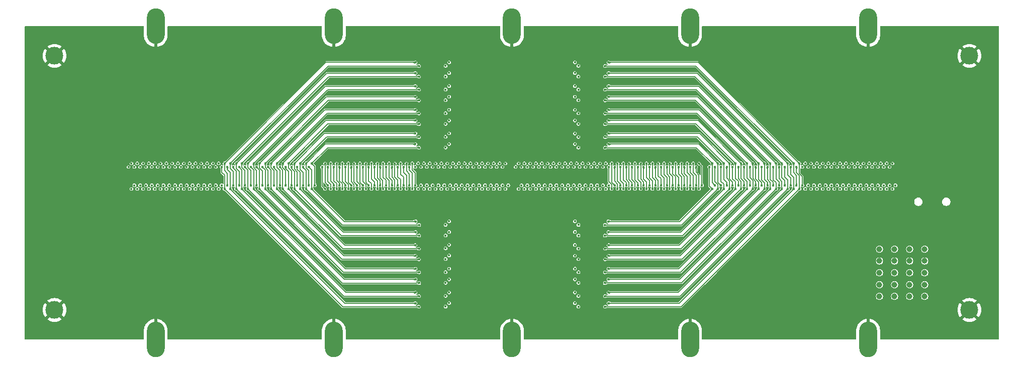
<source format=gbr>
%TF.GenerationSoftware,KiCad,Pcbnew,8.0.2*%
%TF.CreationDate,2024-07-16T15:49:33+02:00*%
%TF.ProjectId,4-MPPC_FARICH_Prototype,342d4d50-5043-45f4-9641-524943485f50,rev?*%
%TF.SameCoordinates,Original*%
%TF.FileFunction,Copper,L3,Inr*%
%TF.FilePolarity,Positive*%
%FSLAX46Y46*%
G04 Gerber Fmt 4.6, Leading zero omitted, Abs format (unit mm)*
G04 Created by KiCad (PCBNEW 8.0.2) date 2024-07-16 15:49:33*
%MOMM*%
%LPD*%
G01*
G04 APERTURE LIST*
%TA.AperFunction,ComponentPad*%
%ADD10O,3.000000X6.000000*%
%TD*%
%TA.AperFunction,ComponentPad*%
%ADD11C,3.000000*%
%TD*%
%TA.AperFunction,ViaPad*%
%ADD12C,0.400000*%
%TD*%
%TA.AperFunction,ViaPad*%
%ADD13C,1.000000*%
%TD*%
%TA.AperFunction,Conductor*%
%ADD14C,0.150000*%
%TD*%
G04 APERTURE END LIST*
D10*
%TO.N,GND*%
%TO.C,3*%
X205900000Y-118625000D03*
%TD*%
%TO.N,GND*%
%TO.C,6*%
X115900000Y-65715000D03*
%TD*%
%TO.N,GND*%
%TO.C,8*%
X85900000Y-65715000D03*
%TD*%
%TO.N,GND*%
%TO.C,*%
X145900000Y-65715000D03*
%TD*%
D11*
%TO.N,GND*%
%TO.C,H1*%
X68855000Y-70715000D03*
%TD*%
D10*
%TO.N,GND*%
%TO.C,*%
X145900000Y-118625000D03*
%TD*%
D11*
%TO.N,GND*%
%TO.C,H3*%
X222945000Y-70715000D03*
%TD*%
D10*
%TO.N,GND*%
%TO.C,5*%
X115900000Y-118625000D03*
%TD*%
%TO.N,GND*%
%TO.C,7*%
X85900000Y-118625000D03*
%TD*%
%TO.N,GND*%
%TO.C,2*%
X175900000Y-65715000D03*
%TD*%
D11*
%TO.N,GND*%
%TO.C,H2*%
X68855000Y-113625000D03*
%TD*%
D10*
%TO.N,GND*%
%TO.C,4*%
X205900000Y-65715000D03*
%TD*%
D11*
%TO.N,GND*%
%TO.C,H4*%
X222945000Y-113625000D03*
%TD*%
D10*
%TO.N,GND*%
%TO.C,1*%
X175900000Y-118625000D03*
%TD*%
D12*
%TO.N,Cube_1_A-H7*%
X84260000Y-92580000D03*
X83770000Y-88880000D03*
%TO.N,Cube_1_A-E2*%
X110720000Y-92580000D03*
X110230000Y-88880000D03*
X130250000Y-84430000D03*
%TO.N,Cube_1_A-H2*%
X95040000Y-92580000D03*
X94550000Y-88880000D03*
%TO.N,Cube_1_A-F8*%
X97980000Y-92580000D03*
X97490000Y-88880000D03*
X129650707Y-71829293D03*
%TO.N,Cube_1_A-H5*%
X88180000Y-92580000D03*
X87690000Y-88880000D03*
%TO.N,Cube_1_A-G3*%
X92590000Y-88880000D03*
X93080000Y-92580000D03*
%TO.N,Cube_1_A-G5*%
X88670000Y-88880000D03*
X89160000Y-92580000D03*
%TO.N,Cube_1_A-E6*%
X102880000Y-92580000D03*
X102390000Y-88880000D03*
X130250707Y-76429293D03*
%TO.N,Cube_1_A-H1*%
X96020000Y-92580000D03*
X95530000Y-88880000D03*
%TO.N,Cube_1_A-E1*%
X111210000Y-88880000D03*
X111700000Y-92580000D03*
X129650000Y-85630000D03*
%TO.N,Cube_1_A-E4*%
X106310000Y-88880000D03*
X106800000Y-92580000D03*
X130250707Y-80439293D03*
%TO.N,Cube_1_A-G1*%
X97000000Y-92580000D03*
X96510000Y-88880000D03*
%TO.N,Cube_1_A-E8*%
X98470000Y-88880000D03*
X98960000Y-92580000D03*
X130250707Y-72429293D03*
%TO.N,Cube_1_A-H3*%
X91610000Y-88880000D03*
X92100000Y-92580000D03*
%TO.N,Cube_1_A-G4*%
X90140000Y-92580000D03*
X89650000Y-88880000D03*
%TO.N,Cube_1_A-F3*%
X108760000Y-92580000D03*
X108270000Y-88880000D03*
X130250707Y-82239293D03*
%TO.N,Cube_1_A-F2*%
X109740000Y-92580000D03*
X109250000Y-88880000D03*
X129650000Y-83830000D03*
%TO.N,Cube_1_A-E7*%
X99450000Y-88880000D03*
X99940000Y-92580000D03*
X129650707Y-73629293D03*
%TO.N,Cube_1_A-F1*%
X112680000Y-92580000D03*
X112190000Y-88880000D03*
X130250000Y-86230000D03*
%TO.N,Cube_1_A-F4*%
X105330000Y-88880000D03*
X105820000Y-92580000D03*
X129650707Y-79839293D03*
%TO.N,Cube_1_A-F5*%
X104350000Y-88880000D03*
X104840000Y-92580000D03*
X130250707Y-78229293D03*
%TO.N,Cube_1_A-E3*%
X107780000Y-92580000D03*
X107290000Y-88880000D03*
X129650707Y-81639293D03*
%TO.N,Cube_1_A-H8*%
X82790000Y-88880000D03*
X83280000Y-92580000D03*
%TO.N,Cube_1_A-G7*%
X85240000Y-92580000D03*
X84750000Y-88880000D03*
%TO.N,Cube_1_A-H6*%
X86710000Y-88880000D03*
X87200000Y-92580000D03*
%TO.N,Cube_1_A-G8*%
X82300000Y-92580000D03*
X81810000Y-88880000D03*
%TO.N,Cube_1_A-F6*%
X101900000Y-92580000D03*
X101410000Y-88880000D03*
X129650707Y-75829293D03*
%TO.N,Cube_1_A-G6*%
X85730000Y-88880000D03*
X86220000Y-92580000D03*
%TO.N,Cube_1_A-F7*%
X100920000Y-92580000D03*
X100430000Y-88880000D03*
X130250707Y-74229293D03*
%TO.N,Cube_1_A-G2*%
X93570000Y-88880000D03*
X94060000Y-92580000D03*
%TO.N,Cube_1_A-H4*%
X90630000Y-88880000D03*
X91120000Y-92580000D03*
%TO.N,Cube_1_A-E5*%
X103860000Y-92580000D03*
X103370000Y-88880000D03*
X129650707Y-77629293D03*
%TO.N,Cube_1_A-B8*%
X130580707Y-92579293D03*
X130090707Y-88879293D03*
%TO.N,Cube_1_A-D7*%
X135310707Y-73609293D03*
X116370707Y-88879293D03*
X116860707Y-92579293D03*
%TO.N,Cube_1_A-B1*%
X145280000Y-92580000D03*
X144790000Y-88880000D03*
%TO.N,Cube_1_A-C5*%
X134710707Y-78209293D03*
X121760707Y-92579293D03*
X121270707Y-88879293D03*
%TO.N,Cube_1_A-C3*%
X125190707Y-88879293D03*
X134710707Y-82209293D03*
X125680707Y-92579293D03*
%TO.N,Cube_1_A-C6*%
X135310707Y-75809293D03*
X118820707Y-92579293D03*
X118330707Y-88879293D03*
%TO.N,Cube_1_A-A1*%
X143810000Y-88880000D03*
X144300000Y-92580000D03*
%TO.N,Cube_1_A-C4*%
X135310707Y-79809293D03*
X122250707Y-88879293D03*
X122740707Y-92579293D03*
%TO.N,Cube_1_A-A2*%
X143320000Y-92580000D03*
X142830000Y-88880000D03*
%TO.N,Cube_1_A-D5*%
X135310707Y-77609293D03*
X120290707Y-88879293D03*
X120780707Y-92579293D03*
%TO.N,Cube_1_A-B6*%
X134500707Y-92579293D03*
X134010707Y-88879293D03*
%TO.N,Cube_1_A-B4*%
X138420707Y-92579293D03*
X137930707Y-88879293D03*
%TO.N,Cube_1_A-A5*%
X135970707Y-88879293D03*
X136460707Y-92579293D03*
%TO.N,Cube_1_A-A4*%
X138910707Y-88879293D03*
X139400707Y-92579293D03*
%TO.N,Cube_1_A-B2*%
X141850707Y-88879293D03*
X142340707Y-92579293D03*
%TO.N,Cube_1_A-D1*%
X128130707Y-88879293D03*
X135310707Y-85599293D03*
X128620707Y-92579293D03*
%TO.N,Cube_1_A-A3*%
X140380707Y-92579293D03*
X139890707Y-88879293D03*
%TO.N,Cube_1_A-A7*%
X132050707Y-88879293D03*
X132540707Y-92579293D03*
%TO.N,Cube_1_A-C7*%
X134710707Y-74209293D03*
X117840707Y-92579293D03*
X117350707Y-88879293D03*
%TO.N,Cube_1_A-D4*%
X134710707Y-80409293D03*
X123720707Y-92579293D03*
X123230707Y-88879293D03*
%TO.N,Cube_1_A-B5*%
X136950707Y-88879293D03*
X137440707Y-92579293D03*
%TO.N,Cube_1_A-C8*%
X114900707Y-92579293D03*
X135310707Y-71809293D03*
X114410707Y-88879293D03*
%TO.N,Cube_1_A-D2*%
X134710707Y-84399293D03*
X127150707Y-88879293D03*
X127640707Y-92579293D03*
%TO.N,Cube_1_A-A8*%
X131560707Y-92579293D03*
X131070707Y-88879293D03*
D13*
%TO.N,GND*%
X205834293Y-102276793D03*
X205835000Y-110445000D03*
X217945000Y-100715000D03*
X212115000Y-96585000D03*
X214115000Y-112596793D03*
D12*
X77850707Y-90846793D03*
D13*
X216464293Y-112596793D03*
X205745000Y-104335000D03*
X216825000Y-96595000D03*
X205705000Y-108375000D03*
X205815000Y-106385000D03*
D12*
X147621457Y-85399888D03*
D13*
X217035000Y-108385000D03*
X217035000Y-106285000D03*
D12*
X147613207Y-99414293D03*
D13*
X217075000Y-104275000D03*
X208145000Y-100615000D03*
X217075000Y-110355000D03*
X211654293Y-112556793D03*
X209034293Y-112596793D03*
X211785000Y-100585000D03*
X221195000Y-96515000D03*
X206424293Y-112776793D03*
%TO.N,+HV*%
X212875000Y-107355000D03*
X210335000Y-111355000D03*
X212875000Y-103355000D03*
X207795000Y-107355000D03*
X212875000Y-111355000D03*
X215415000Y-105355000D03*
X215415000Y-107355000D03*
X210335000Y-109355000D03*
X207795000Y-109355000D03*
X212875000Y-109355000D03*
X215415000Y-111355000D03*
X210335000Y-107355000D03*
X207795000Y-103355000D03*
X210335000Y-103355000D03*
X210335000Y-105355000D03*
X207795000Y-105355000D03*
X207795000Y-111355000D03*
X215415000Y-109355000D03*
X215415000Y-103355000D03*
X212875000Y-105355000D03*
D12*
%TO.N,Cube_1_A-C1*%
X129110707Y-88879293D03*
X134710707Y-86199293D03*
X129600707Y-92579293D03*
%TO.N,Cube_1_A-D8*%
X115880707Y-92579293D03*
X115390707Y-88879293D03*
X134710707Y-72409293D03*
%TO.N,Cube_1_A-C2*%
X126660707Y-92579293D03*
X135310707Y-83799293D03*
X126170707Y-88879293D03*
%TO.N,Cube_1_A-B3*%
X140870707Y-88879293D03*
X141360707Y-92579293D03*
%TO.N,Cube_1_A-D3*%
X124210707Y-88879293D03*
X135310707Y-81609293D03*
X124700707Y-92579293D03*
%TO.N,Cube_1_A-A6*%
X134990707Y-88879293D03*
X135480707Y-92579293D03*
%TO.N,Cube_1_A-D6*%
X134710707Y-76409293D03*
X119310707Y-88879293D03*
X119800707Y-92579293D03*
%TO.N,Cube_1_A-B7*%
X133520707Y-92579293D03*
X133030707Y-88879293D03*
%TO.N,Cube_2_A-E5*%
X106310000Y-93180000D03*
X105820000Y-89480000D03*
X129650707Y-104479293D03*
%TO.N,Cube_2_A-H4*%
X87690000Y-93180000D03*
X87200000Y-89480000D03*
%TO.N,Cube_2_A-F1*%
X97000000Y-89480000D03*
X97490000Y-93180000D03*
X130250707Y-113089293D03*
%TO.N,Cube_2_A-F3*%
X101410000Y-93180000D03*
X100920000Y-89480000D03*
X130270707Y-109079293D03*
%TO.N,Cube_2_A-H1*%
X82790000Y-93180000D03*
X82300000Y-89480000D03*
%TO.N,Cube_2_A-G4*%
X88180000Y-89480000D03*
X88670000Y-93180000D03*
%TO.N,Cube_2_A-G2*%
X84750000Y-93180000D03*
X84260000Y-89480000D03*
X84750000Y-93180000D03*
%TO.N,Cube_2_A-F6*%
X108270000Y-93180000D03*
X107780000Y-89480000D03*
X129650707Y-102679293D03*
%TO.N,Cube_2_A-F8*%
X111700000Y-89480000D03*
X112190000Y-93180000D03*
X129670707Y-98679293D03*
%TO.N,Cube_2_A-F4*%
X104350000Y-93180000D03*
X103860000Y-89480000D03*
X129670707Y-106679293D03*
%TO.N,Cube_2_A-G3*%
X85730000Y-93180000D03*
X85240000Y-89480000D03*
%TO.N,Cube_2_A-E8*%
X111210000Y-93180000D03*
X110720000Y-89480000D03*
X130270707Y-99279293D03*
%TO.N,Cube_2_A-F5*%
X105330000Y-93180000D03*
X104840000Y-89480000D03*
X130250707Y-105079293D03*
%TO.N,Cube_2_A-H7*%
X94550000Y-93180000D03*
X94060000Y-89480000D03*
%TO.N,Cube_2_A-H2*%
X83280000Y-89480000D03*
X83770000Y-93180000D03*
%TO.N,Cube_2_A-H6*%
X91610000Y-93180000D03*
X91120000Y-89480000D03*
%TO.N,Cube_2_A-E2*%
X99450000Y-93180000D03*
X98960000Y-89480000D03*
X130250707Y-111289293D03*
%TO.N,Cube_2_A-H5*%
X90630000Y-93180000D03*
X90140000Y-89480000D03*
%TO.N,Cube_2_A-H3*%
X86710000Y-93180000D03*
X86220000Y-89480000D03*
%TO.N,Cube_2_A-E6*%
X107290000Y-93180000D03*
X106800000Y-89480000D03*
X130250707Y-103279293D03*
%TO.N,Cube_2_A-F2*%
X99940000Y-89480000D03*
X100430000Y-93180000D03*
X129650707Y-110689293D03*
%TO.N,Cube_2_A-E7*%
X110230000Y-93180000D03*
X109740000Y-89480000D03*
X129670707Y-100479293D03*
%TO.N,Cube_2_A-G6*%
X92590000Y-93180000D03*
X92100000Y-89480000D03*
%TO.N,Cube_2_A-E4*%
X102880000Y-89480000D03*
X103370000Y-93180000D03*
X130270707Y-107279293D03*
%TO.N,Cube_2_A-G7*%
X93080000Y-89480000D03*
X93570000Y-93180000D03*
%TO.N,Cube_2_A-E3*%
X101900000Y-89480000D03*
X102390000Y-93180000D03*
X129670707Y-108479293D03*
%TO.N,Cube_2_A-F7*%
X109250000Y-93180000D03*
X108760000Y-89480000D03*
X130270707Y-101079293D03*
%TO.N,Cube_2_A-G8*%
X96020000Y-89480000D03*
X96510000Y-93180000D03*
%TO.N,Cube_2_A-E1*%
X98470000Y-93180000D03*
X97980000Y-89480000D03*
X129650707Y-112489293D03*
%TO.N,Cube_2_A-G5*%
X89650000Y-93180000D03*
X89160000Y-89480000D03*
%TO.N,Cube_2_A-H8*%
X95530000Y-93180000D03*
X95040000Y-89480000D03*
%TO.N,Cube_2_A-G1*%
X81810000Y-93180000D03*
X81320000Y-89480000D03*
%TO.N,Cube_2_A-C2*%
X116860707Y-89479293D03*
X135310707Y-110659293D03*
X117350707Y-93179293D03*
%TO.N,Cube_2_A-C6*%
X124700707Y-89479293D03*
X125190707Y-93179293D03*
X135310707Y-102629293D03*
%TO.N,Cube_2_A-D3*%
X118820707Y-89479293D03*
X119310707Y-93179293D03*
X135310707Y-108449293D03*
%TO.N,Cube_2_A-D6*%
X124210707Y-93179293D03*
X134710707Y-103229293D03*
X123720707Y-89479293D03*
%TO.N,Cube_2_A-A7*%
X142830707Y-93179293D03*
X142340707Y-89479293D03*
%TO.N,Cube_2_A-A8*%
X143320707Y-89479293D03*
X143810000Y-93180000D03*
%TO.N,Cube_2_A-B3*%
X134010707Y-93179293D03*
X133520707Y-89479293D03*
%TO.N,Cube_2_A-B1*%
X129600707Y-89479293D03*
X130090707Y-93179293D03*
%TO.N,Cube_2_A-C4*%
X135310707Y-106649293D03*
X121270707Y-93179293D03*
X120780707Y-89479293D03*
%TO.N,Cube_2_A-A2*%
X131560707Y-89479293D03*
X132050707Y-93179293D03*
%TO.N,Cube_2_A-A3*%
X134990707Y-93179293D03*
X134500707Y-89479293D03*
%TO.N,Cube_2_A-D7*%
X135310707Y-100459293D03*
X126660707Y-89479293D03*
X127150707Y-93179293D03*
%TO.N,Cube_2_A-D1*%
X135310707Y-112459293D03*
X115390707Y-93179293D03*
X114900707Y-89479293D03*
%TO.N,Cube_2_A-D5*%
X123230707Y-93179293D03*
X135310707Y-104429293D03*
X122740707Y-89479293D03*
%TO.N,Cube_2_A-D4*%
X119800707Y-89479293D03*
X120290707Y-93179293D03*
X134710707Y-107249293D03*
%TO.N,Cube_2_A-C5*%
X122250707Y-93179293D03*
X121760707Y-89479293D03*
X134710707Y-105029293D03*
%TO.N,Cube_2_A-A1*%
X130580707Y-89479293D03*
X131070707Y-93179293D03*
%TO.N,Cube_2_A-C8*%
X129110707Y-93179293D03*
X135310707Y-98659293D03*
X128620707Y-89479293D03*
%TO.N,Cube_2_A-A4*%
X135970707Y-93179293D03*
X135480707Y-89479293D03*
%TO.N,Cube_2_A-B5*%
X137440707Y-89479293D03*
X137930707Y-93179293D03*
%TO.N,Cube_2_A-B4*%
X136460707Y-89479293D03*
X136950707Y-93179293D03*
%TO.N,Cube_2_A-A6*%
X139400707Y-89479293D03*
X139890707Y-93179293D03*
%TO.N,Cube_2_A-B7*%
X141850707Y-93179293D03*
X141850707Y-93179293D03*
X141360707Y-89479293D03*
%TO.N,Cube_2_A-D2*%
X115880707Y-89479293D03*
X116370707Y-93179293D03*
X134710707Y-111259293D03*
%TO.N,Cube_2_A-C7*%
X134710707Y-101059293D03*
X125680707Y-89479293D03*
X126170707Y-93179293D03*
%TO.N,Cube_2_A-A5*%
X138420707Y-89479293D03*
X138910707Y-93179293D03*
%TO.N,Cube_2_A-B8*%
X144790000Y-93180000D03*
X144300000Y-89480000D03*
%TO.N,Cube_2_A-B2*%
X133030707Y-93179293D03*
X132540707Y-89479293D03*
%TO.N,Cube_2_A-D8*%
X128130707Y-93179293D03*
X127640707Y-89479293D03*
X134710707Y-99259293D03*
%TO.N,Cube_2_A-C1*%
X113920000Y-89480000D03*
X114410707Y-93179293D03*
X134710707Y-113059293D03*
%TO.N,Cube_2_A-B6*%
X140870707Y-93179293D03*
X140380707Y-89479293D03*
%TO.N,Cube_2_A-C3*%
X117840707Y-89479293D03*
X134710707Y-109049293D03*
X118330707Y-93179293D03*
%TO.N,Cube_3_A-E8*%
X157090707Y-72409293D03*
X176900000Y-92580000D03*
X176410000Y-88880000D03*
%TO.N,Cube_3_A-G2*%
X158770000Y-88880000D03*
X159260000Y-92580000D03*
%TO.N,Cube_3_A-E7*%
X156490707Y-73609293D03*
X175920000Y-92580000D03*
X175430000Y-88880000D03*
%TO.N,Cube_3_A-E3*%
X156490707Y-81619293D03*
X167590000Y-88880000D03*
X168080000Y-92580000D03*
%TO.N,Cube_3_A-E1*%
X163670000Y-88880000D03*
X156490000Y-85610000D03*
X164160000Y-92580000D03*
%TO.N,Cube_3_A-H6*%
X151910000Y-88880000D03*
X152400000Y-92580000D03*
%TO.N,Cube_3_A-F6*%
X156490707Y-75809293D03*
X173470000Y-88880000D03*
X173960000Y-92580000D03*
%TO.N,Cube_3_A-F3*%
X166610000Y-88880000D03*
X157090707Y-82219293D03*
X167100000Y-92580000D03*
%TO.N,Cube_3_A-G3*%
X157790000Y-88880000D03*
X158280000Y-92580000D03*
%TO.N,Cube_3_A-F2*%
X166120000Y-92580000D03*
X165630000Y-88880000D03*
X156490000Y-83810000D03*
%TO.N,Cube_3_A-G1*%
X161710000Y-88880000D03*
X162200000Y-92580000D03*
%TO.N,Cube_3_A-G4*%
X155340000Y-92580000D03*
X154850000Y-88880000D03*
%TO.N,Cube_3_A-G7*%
X149950000Y-88880000D03*
X150440000Y-92580000D03*
X149950000Y-88880000D03*
%TO.N,Cube_3_A-F4*%
X170040000Y-92580000D03*
X169550000Y-88880000D03*
X156490707Y-79819293D03*
%TO.N,Cube_3_A-H1*%
X160730000Y-88880000D03*
X161220000Y-92580000D03*
%TO.N,Cube_3_A-H4*%
X156320000Y-92580000D03*
X155830000Y-88880000D03*
%TO.N,Cube_3_A-H3*%
X157300000Y-92580000D03*
X156810000Y-88880000D03*
%TO.N,Cube_3_A-G6*%
X151420000Y-92580000D03*
X150930000Y-88880000D03*
%TO.N,Cube_3_A-E5*%
X172000000Y-92580000D03*
X171510000Y-88880000D03*
X156490707Y-77609293D03*
%TO.N,Cube_3_A-E6*%
X172980000Y-92580000D03*
X172490000Y-88880000D03*
X157090707Y-76409293D03*
%TO.N,Cube_3_A-E4*%
X169060000Y-92580000D03*
X157090707Y-80419293D03*
X168570000Y-88880000D03*
%TO.N,Cube_3_A-G8*%
X147500707Y-92579293D03*
X147010000Y-88880000D03*
%TO.N,Cube_3_A-H8*%
X147990707Y-88879293D03*
X148480000Y-92580000D03*
%TO.N,Cube_3_A-F5*%
X171020000Y-92580000D03*
X157090707Y-78209293D03*
X170530000Y-88880000D03*
%TO.N,Cube_3_A-F1*%
X163180000Y-92580000D03*
X157090000Y-86210000D03*
X162690000Y-88880000D03*
%TO.N,Cube_3_A-E2*%
X157090000Y-84410000D03*
X165140000Y-92580000D03*
X164650000Y-88880000D03*
%TO.N,Cube_3_A-H2*%
X160240000Y-92580000D03*
X159750000Y-88880000D03*
%TO.N,Cube_3_A-F7*%
X174450000Y-88880000D03*
X174940000Y-92580000D03*
X157090707Y-74209293D03*
%TO.N,Cube_3_A-G5*%
X154360000Y-92580000D03*
X153870000Y-88880000D03*
%TO.N,Cube_3_A-H7*%
X148970000Y-88880000D03*
X149460000Y-92580000D03*
%TO.N,Cube_3_A-H5*%
X152890000Y-88880000D03*
X153380000Y-92580000D03*
%TO.N,Cube_3_A-F8*%
X177390000Y-88880000D03*
X156490707Y-71809293D03*
X177880707Y-92579293D03*
%TO.N,Cube_4_A-F8*%
X156510707Y-98659293D03*
X162200000Y-89480000D03*
X162690000Y-93180000D03*
%TO.N,Cube_4_A-F4*%
X156510707Y-106659293D03*
X170530000Y-93180000D03*
X170040000Y-89480000D03*
%TO.N,Cube_4_A-E8*%
X157110707Y-99259293D03*
X163670000Y-93180000D03*
X163180000Y-89480000D03*
%TO.N,Cube_4_A-E6*%
X167590000Y-93180000D03*
X167100000Y-89480000D03*
X157090707Y-103259293D03*
%TO.N,Cube_4_A-G8*%
X161710000Y-93180000D03*
X161220000Y-89480000D03*
%TO.N,Cube_4_A-F5*%
X169550000Y-93180000D03*
X169060000Y-89480000D03*
X157090707Y-105059293D03*
%TO.N,Cube_4_A-F6*%
X166120000Y-89480000D03*
X166610000Y-93180000D03*
X156490707Y-102659293D03*
%TO.N,Cube_4_A-E5*%
X156490707Y-104459293D03*
X168570000Y-93180000D03*
X168080000Y-89480000D03*
%TO.N,Cube_4_A-H6*%
X156810000Y-93180000D03*
X156320000Y-89480000D03*
%TO.N,Cube_4_A-H1*%
X147500707Y-89479293D03*
X147990707Y-93179293D03*
%TO.N,Cube_4_A-F3*%
X173470000Y-93180000D03*
X157110707Y-109059293D03*
X172980000Y-89480000D03*
%TO.N,Cube_4_A-E4*%
X157110707Y-107259293D03*
X171510000Y-93180000D03*
X171020000Y-89480000D03*
%TO.N,Cube_4_A-E1*%
X156490707Y-112469293D03*
X175920000Y-89480000D03*
X176410000Y-93180000D03*
%TO.N,Cube_4_A-H2*%
X148970707Y-93179293D03*
X148480707Y-89479293D03*
%TO.N,Cube_4_A-H5*%
X155830000Y-93180000D03*
X155340000Y-89480000D03*
%TO.N,Cube_4_A-G3*%
X150440000Y-89480000D03*
X150930000Y-93180000D03*
%TO.N,Cube_4_A-G7*%
X158770000Y-93180000D03*
X158280000Y-89480000D03*
%TO.N,Cube_4_A-F7*%
X165630000Y-93180000D03*
X157110707Y-101059293D03*
X165140000Y-89480000D03*
%TO.N,Cube_4_A-E3*%
X156510707Y-108459293D03*
X172000000Y-89480000D03*
X172490000Y-93180000D03*
%TO.N,Cube_4_A-G1*%
X147010707Y-93179293D03*
X146520000Y-89480000D03*
%TO.N,Cube_4_A-H7*%
X159750000Y-93180000D03*
X159260000Y-89480000D03*
%TO.N,Cube_4_A-F2*%
X174450000Y-93180000D03*
X156490707Y-110669293D03*
X173960000Y-89480000D03*
%TO.N,Cube_4_A-G4*%
X153380000Y-89480000D03*
X153870000Y-93180000D03*
%TO.N,Cube_4_A-E7*%
X164650000Y-93180000D03*
X164160000Y-89480000D03*
X156510707Y-100459293D03*
%TO.N,Cube_4_A-G6*%
X157300000Y-89480000D03*
X157790000Y-93180000D03*
%TO.N,Cube_4_A-G2*%
X149460000Y-89480000D03*
X149950000Y-93180000D03*
%TO.N,Cube_4_A-H8*%
X160730000Y-93180000D03*
X160240000Y-89480000D03*
%TO.N,Cube_4_A-H3*%
X151420000Y-89480000D03*
X151910000Y-93180000D03*
%TO.N,Cube_4_A-G5*%
X154850000Y-93180000D03*
X154360000Y-89480000D03*
%TO.N,Cube_4_A-H4*%
X152890000Y-93180000D03*
X152400000Y-89480000D03*
%TO.N,Cube_4_A-E2*%
X175430000Y-93180000D03*
X157090707Y-111269293D03*
X174940000Y-89480000D03*
%TO.N,Cube_4_A-F1*%
X176900000Y-89480000D03*
X157090707Y-113069293D03*
X177390000Y-93180000D03*
%TO.N,Cube_3_A-B5*%
X203620707Y-92579293D03*
X203130707Y-88879293D03*
%TO.N,Cube_3_A-D3*%
X184510707Y-88879293D03*
X185000707Y-92579293D03*
X162160707Y-81639293D03*
%TO.N,Cube_3_A-B8*%
X209990000Y-88880000D03*
X210480000Y-92580000D03*
%TO.N,Cube_3_A-B7*%
X207050707Y-88879293D03*
X207540707Y-92579293D03*
%TO.N,Cube_3_A-B4*%
X202150707Y-88879293D03*
X202640707Y-92579293D03*
%TO.N,Cube_3_A-B6*%
X206070707Y-88879293D03*
X206560707Y-92579293D03*
%TO.N,Cube_3_A-D5*%
X188430707Y-88879293D03*
X188920707Y-92579293D03*
X162160707Y-77629293D03*
%TO.N,Cube_3_A-A6*%
X205580707Y-92579293D03*
X205090707Y-88879293D03*
%TO.N,Cube_3_A-B3*%
X199700707Y-92579293D03*
X199210707Y-88879293D03*
%TO.N,Cube_3_A-C2*%
X183040707Y-92579293D03*
X182550707Y-88879293D03*
X162161414Y-83830000D03*
%TO.N,Cube_3_A-C7*%
X191370707Y-88879293D03*
X191860707Y-92579293D03*
X161560707Y-74229293D03*
%TO.N,Cube_3_A-C6*%
X190880707Y-92579293D03*
X190390707Y-88879293D03*
X162160707Y-75829293D03*
%TO.N,Cube_3_A-C1*%
X180100707Y-92579293D03*
X179610707Y-88879293D03*
X161561414Y-86230000D03*
%TO.N,Cube_3_A-A8*%
X209010000Y-88880000D03*
X209500000Y-92580000D03*
%TO.N,Cube_3_A-C8*%
X194310707Y-88879293D03*
X194800707Y-92579293D03*
X162160707Y-71829293D03*
%TO.N,Cube_3_A-B2*%
X198720707Y-92579293D03*
X198230707Y-88879293D03*
%TO.N,Cube_3_A-A7*%
X208520000Y-92580000D03*
X208030000Y-88880000D03*
%TO.N,Cube_3_A-D8*%
X193330707Y-88879293D03*
X193820707Y-92579293D03*
X161560707Y-72429293D03*
%TO.N,Cube_3_A-C5*%
X187450707Y-88879293D03*
X187940707Y-92579293D03*
X161560707Y-78229293D03*
%TO.N,Cube_3_A-D7*%
X192350707Y-88879293D03*
X192840707Y-92579293D03*
X162160707Y-73629293D03*
%TO.N,Cube_3_A-D1*%
X181080707Y-92579293D03*
X180590707Y-88879293D03*
X162161414Y-85630000D03*
%TO.N,Cube_3_A-D2*%
X182060707Y-92579293D03*
X181570707Y-88879293D03*
X161561414Y-84430000D03*
%TO.N,Cube_3_A-D4*%
X185490707Y-88879293D03*
X185980707Y-92579293D03*
X161560707Y-80439293D03*
%TO.N,Cube_3_A-A5*%
X204110707Y-88879293D03*
X204600707Y-92579293D03*
%TO.N,Cube_3_A-A4*%
X201660707Y-92579293D03*
X201170707Y-88879293D03*
%TO.N,Cube_3_A-C3*%
X183530707Y-88879293D03*
X184020707Y-92579293D03*
X161560707Y-82239293D03*
%TO.N,Cube_3_A-D6*%
X189410707Y-88879293D03*
X189900707Y-92579293D03*
X161560707Y-76429293D03*
%TO.N,Cube_3_A-A3*%
X200680707Y-92579293D03*
X200190707Y-88879293D03*
%TO.N,Cube_3_A-C4*%
X186470707Y-88879293D03*
X186960707Y-92579293D03*
X162160707Y-79839293D03*
%TO.N,Cube_4_A-D6*%
X184020707Y-89479293D03*
X184510707Y-93179293D03*
X161560707Y-103279293D03*
%TO.N,Cube_4_A-A2*%
X207540707Y-89479293D03*
X208030707Y-93179293D03*
%TO.N,Cube_4_A-D4*%
X188430707Y-93179293D03*
X187940707Y-89479293D03*
X161540707Y-107279293D03*
%TO.N,Cube_4_A-A1*%
X209010000Y-93180000D03*
X208520707Y-89479293D03*
%TO.N,Cube_4_A-B8*%
X194800707Y-89479293D03*
X195290707Y-93179293D03*
%TO.N,Cube_4_A-A4*%
X204110707Y-93179293D03*
X203620707Y-89479293D03*
%TO.N,Cube_4_A-A5*%
X201170707Y-93179293D03*
X200680707Y-89479293D03*
%TO.N,Cube_4_A-C8*%
X179610707Y-93179293D03*
X179120000Y-89480000D03*
X162140707Y-98679293D03*
%TO.N,Cube_4_A-C2*%
X190880707Y-89479293D03*
X191370707Y-93179293D03*
X162160707Y-110689293D03*
%TO.N,Cube_4_A-D2*%
X192350707Y-93179293D03*
X191860707Y-89479293D03*
X161560707Y-111289293D03*
%TO.N,Cube_4_A-A8*%
X196270707Y-93179293D03*
X195780707Y-89479293D03*
%TO.N,Cube_4_A-C5*%
X185980707Y-89479293D03*
X186470707Y-93179293D03*
X161560707Y-105079293D03*
%TO.N,Cube_4_A-B5*%
X202150707Y-93179293D03*
X201660707Y-89479293D03*
%TO.N,Cube_4_A-D5*%
X185000707Y-89479293D03*
X185490707Y-93179293D03*
X162160707Y-104479293D03*
%TO.N,Cube_4_A-A7*%
X197250707Y-93179293D03*
X196760707Y-89479293D03*
%TO.N,Cube_4_A-D3*%
X188920707Y-89479293D03*
X189410707Y-93179293D03*
X162140707Y-108479293D03*
%TO.N,Cube_4_A-A3*%
X205090707Y-93179293D03*
X204600707Y-89479293D03*
%TO.N,Cube_4_A-C7*%
X182550707Y-93179293D03*
X182060707Y-89479293D03*
X161540707Y-101079293D03*
%TO.N,Cube_4_A-B2*%
X207050707Y-93179293D03*
X207050707Y-93179293D03*
X206560707Y-89479293D03*
%TO.N,Cube_4_A-D1*%
X193330707Y-93179293D03*
X192840707Y-89479293D03*
X162160707Y-112489293D03*
%TO.N,Cube_4_A-B3*%
X206070707Y-93179293D03*
X205580707Y-89479293D03*
%TO.N,Cube_4_A-C4*%
X186960707Y-89479293D03*
X187450707Y-93179293D03*
X162140707Y-106679293D03*
%TO.N,Cube_4_A-C6*%
X183040707Y-89479293D03*
X183530707Y-93179293D03*
X162160707Y-102679293D03*
%TO.N,Cube_4_A-C1*%
X193820707Y-89479293D03*
X194310707Y-93179293D03*
X161560707Y-113089293D03*
%TO.N,Cube_4_A-A6*%
X200190707Y-93179293D03*
X199700707Y-89479293D03*
%TO.N,Cube_4_A-D8*%
X180100707Y-89479293D03*
X180590707Y-93179293D03*
X161540707Y-99279293D03*
%TO.N,Cube_4_A-B1*%
X209990000Y-93180000D03*
X209500000Y-89480000D03*
%TO.N,Cube_4_A-D7*%
X181080707Y-89479293D03*
X181570707Y-93179293D03*
X162140707Y-100479293D03*
%TO.N,Cube_4_A-C3*%
X189900707Y-89479293D03*
X190390707Y-93179293D03*
X161540707Y-109079293D03*
%TO.N,Cube_4_A-B6*%
X199210707Y-93179293D03*
X198720707Y-89479293D03*
%TO.N,Cube_4_A-B7*%
X197740707Y-89479293D03*
X198230707Y-93179293D03*
%TO.N,Cube_4_A-B4*%
X202640707Y-89479293D03*
X203130707Y-93179293D03*
%TO.N,Cube_3_A-A1*%
X196270707Y-88879293D03*
X196760707Y-92579293D03*
%TO.N,Cube_3_A-A2*%
X197250707Y-88879293D03*
X197740707Y-92579293D03*
%TO.N,Cube_3_A-B1*%
X195290707Y-88879293D03*
X195780707Y-92579293D03*
%TD*%
D14*
%TO.N,Cube_1_A-E2*%
X130250000Y-84430000D02*
X114680000Y-84430000D01*
X110720000Y-90430000D02*
X110230000Y-89940000D01*
X114680000Y-84430000D02*
X110230000Y-88880000D01*
X110720000Y-92580000D02*
X110720000Y-90430000D01*
X110230000Y-89940000D02*
X110230000Y-88880000D01*
%TO.N,Cube_1_A-F8*%
X114540707Y-71829293D02*
X129650707Y-71829293D01*
X97980000Y-90598586D02*
X97490000Y-90108586D01*
X97490000Y-88880000D02*
X114540707Y-71829293D01*
X97490000Y-90108586D02*
X97490000Y-88880000D01*
X97980000Y-92580000D02*
X97980000Y-90598586D01*
%TO.N,Cube_1_A-E6*%
X102390000Y-88880000D02*
X114840707Y-76429293D01*
X114840707Y-76429293D02*
X130250707Y-76429293D01*
X102390000Y-89591041D02*
X102390000Y-88880000D01*
X102880000Y-90081041D02*
X102390000Y-89591041D01*
X102880000Y-92580000D02*
X102880000Y-90081041D01*
%TO.N,Cube_1_A-E1*%
X111700000Y-92580000D02*
X111700000Y-90116397D01*
X114460000Y-85630000D02*
X111210000Y-88880000D01*
X111210000Y-89626397D02*
X111210000Y-88880000D01*
X111700000Y-90116397D02*
X111210000Y-89626397D01*
X129650000Y-85630000D02*
X114460000Y-85630000D01*
%TO.N,Cube_1_A-E4*%
X114750707Y-80439293D02*
X130250707Y-80439293D01*
X106623959Y-89905000D02*
X106310000Y-89591041D01*
X106310000Y-89591041D02*
X106310000Y-88880000D01*
X106800000Y-92580000D02*
X106800000Y-90078586D01*
X106800000Y-90078586D02*
X106626414Y-89905000D01*
X106310000Y-88880000D02*
X114750707Y-80439293D01*
X106626414Y-89905000D02*
X106623959Y-89905000D01*
%TO.N,Cube_1_A-E8*%
X98470000Y-89728586D02*
X98470000Y-88880000D01*
X114920707Y-72429293D02*
X130250707Y-72429293D01*
X98960000Y-92580000D02*
X98960000Y-90218586D01*
X98470000Y-88880000D02*
X114920707Y-72429293D01*
X98960000Y-90218586D02*
X98470000Y-89728586D01*
%TO.N,Cube_1_A-F3*%
X114910707Y-82239293D02*
X130250707Y-82239293D01*
X108270000Y-89679293D02*
X108270000Y-88880000D01*
X108270000Y-88880000D02*
X114910707Y-82239293D01*
X108760000Y-92580000D02*
X108760000Y-90169293D01*
X108760000Y-90169293D02*
X108270000Y-89679293D01*
%TO.N,Cube_1_A-F2*%
X109250000Y-89808528D02*
X109250000Y-88880000D01*
X114300000Y-83830000D02*
X109250000Y-88880000D01*
X129650000Y-83830000D02*
X114300000Y-83830000D01*
X109740000Y-90298528D02*
X109250000Y-89808528D01*
X109740000Y-92580000D02*
X109740000Y-90298528D01*
%TO.N,Cube_1_A-E7*%
X99940000Y-90258586D02*
X99450000Y-89768586D01*
X99940000Y-92580000D02*
X99940000Y-90258586D01*
X99450000Y-88880000D02*
X114700707Y-73629293D01*
X99450000Y-89768586D02*
X99450000Y-88880000D01*
X114700707Y-73629293D02*
X129650707Y-73629293D01*
%TO.N,Cube_1_A-F1*%
X112680000Y-89370000D02*
X112190000Y-88880000D01*
X130250000Y-86230000D02*
X114840000Y-86230000D01*
X114840000Y-86230000D02*
X112190000Y-88880000D01*
X112680000Y-92580000D02*
X112680000Y-89370000D01*
%TO.N,Cube_1_A-F4*%
X105330000Y-88880000D02*
X114370707Y-79839293D01*
X114370707Y-79839293D02*
X129650707Y-79839293D01*
X105820000Y-92580000D02*
X105820000Y-90081041D01*
X105820000Y-90081041D02*
X105330000Y-89591041D01*
X105330000Y-89591041D02*
X105330000Y-88880000D01*
%TO.N,Cube_1_A-F5*%
X115000707Y-78229293D02*
X130250707Y-78229293D01*
X104350000Y-89591041D02*
X104350000Y-88880000D01*
X104350000Y-88880000D02*
X115000707Y-78229293D01*
X104840000Y-92580000D02*
X104840000Y-90081041D01*
X104840000Y-90081041D02*
X104350000Y-89591041D01*
%TO.N,Cube_1_A-E3*%
X107780000Y-92580000D02*
X107780000Y-90082140D01*
X107290000Y-89592140D02*
X107290000Y-88880000D01*
X114530707Y-81639293D02*
X129650707Y-81639293D01*
X107290000Y-88880000D02*
X114530707Y-81639293D01*
X107780000Y-90082140D02*
X107290000Y-89592140D01*
%TO.N,Cube_1_A-F6*%
X101410000Y-89591041D02*
X101410000Y-88880000D01*
X101900000Y-90081041D02*
X101410000Y-89591041D01*
X101900000Y-92580000D02*
X101900000Y-90081041D01*
X101410000Y-88880000D02*
X114460707Y-75829293D01*
X114460707Y-75829293D02*
X129650707Y-75829293D01*
%TO.N,Cube_1_A-F7*%
X100920000Y-90081041D02*
X100430000Y-89591041D01*
X100430000Y-88880000D02*
X115080707Y-74229293D01*
X100430000Y-89591041D02*
X100430000Y-88880000D01*
X115080707Y-74229293D02*
X130250707Y-74229293D01*
X100920000Y-92580000D02*
X100920000Y-90081041D01*
%TO.N,Cube_1_A-E5*%
X103860000Y-92580000D02*
X103860000Y-90138586D01*
X103370000Y-88880000D02*
X114620707Y-77629293D01*
X103860000Y-90138586D02*
X103370000Y-89648586D01*
X103370000Y-89648586D02*
X103370000Y-88880000D01*
X114620707Y-77629293D02*
X129650707Y-77629293D01*
%TO.N,Cube_1_A-D7*%
X116370707Y-91739293D02*
X116860707Y-92229293D01*
X116860707Y-92229293D02*
X116860707Y-92579293D01*
X116370707Y-88879293D02*
X116370707Y-91739293D01*
%TO.N,Cube_1_A-C5*%
X121270707Y-88879293D02*
X121270707Y-92089293D01*
X121270707Y-92089293D02*
X121760707Y-92579293D01*
%TO.N,Cube_1_A-C3*%
X125190707Y-88879293D02*
X125190707Y-91289293D01*
X125190707Y-91289293D02*
X125680707Y-91779293D01*
X125680707Y-91779293D02*
X125680707Y-92579293D01*
%TO.N,Cube_1_A-C6*%
X118330707Y-88879293D02*
X118330707Y-92075739D01*
X118330707Y-92075739D02*
X118820707Y-92565739D01*
X118820707Y-92565739D02*
X118820707Y-92579293D01*
%TO.N,Cube_1_A-C4*%
X122250707Y-91519293D02*
X122740707Y-92009293D01*
X122740707Y-92009293D02*
X122740707Y-92579293D01*
X122250707Y-88879293D02*
X122250707Y-91519293D01*
%TO.N,Cube_1_A-D5*%
X120290707Y-88879293D02*
X120290707Y-92089293D01*
X120290707Y-92089293D02*
X120780707Y-92579293D01*
%TO.N,Cube_1_A-D1*%
X128130707Y-90159293D02*
X128620707Y-90649293D01*
X128620707Y-90649293D02*
X128620707Y-92579293D01*
X128130707Y-88879293D02*
X128130707Y-90159293D01*
%TO.N,Cube_1_A-C7*%
X117350707Y-91955739D02*
X117840707Y-92445739D01*
X117350707Y-88879293D02*
X117350707Y-91955739D01*
X117840707Y-92445739D02*
X117840707Y-92579293D01*
%TO.N,Cube_1_A-D4*%
X123230707Y-91309293D02*
X123720707Y-91799293D01*
X123720707Y-91799293D02*
X123720707Y-92579293D01*
X123230707Y-88879293D02*
X123230707Y-91309293D01*
%TO.N,Cube_1_A-C8*%
X114410707Y-88879293D02*
X114410707Y-92089293D01*
X114410707Y-92089293D02*
X114900707Y-92579293D01*
%TO.N,Cube_1_A-D2*%
X127640707Y-91209293D02*
X127640707Y-92579293D01*
X127150707Y-88879293D02*
X127150707Y-90719293D01*
X127150707Y-90719293D02*
X127640707Y-91209293D01*
%TO.N,Cube_1_A-C1*%
X129110707Y-89979293D02*
X129110707Y-88879293D01*
X129600707Y-92579293D02*
X129600707Y-90469293D01*
X129600707Y-90469293D02*
X129110707Y-89979293D01*
%TO.N,Cube_1_A-D8*%
X115390707Y-88879293D02*
X115390707Y-91879293D01*
X115880707Y-92369293D02*
X115880707Y-92579293D01*
X115390707Y-91879293D02*
X115880707Y-92369293D01*
%TO.N,Cube_1_A-C2*%
X126660707Y-91689293D02*
X126660707Y-92579293D01*
X126170707Y-88879293D02*
X126170707Y-91199293D01*
X126170707Y-91199293D02*
X126660707Y-91689293D01*
%TO.N,Cube_1_A-D3*%
X124210707Y-91229293D02*
X124700707Y-91719293D01*
X124700707Y-91719293D02*
X124700707Y-92579293D01*
X124210707Y-88879293D02*
X124210707Y-91229293D01*
%TO.N,Cube_1_A-D6*%
X119800707Y-92545739D02*
X119800707Y-92579293D01*
X119310707Y-92055739D02*
X119800707Y-92545739D01*
X119310707Y-88879293D02*
X119310707Y-92055739D01*
%TO.N,Cube_2_A-E5*%
X105820000Y-89658586D02*
X106310000Y-90148586D01*
X106310000Y-93180000D02*
X117609293Y-104479293D01*
X106310000Y-90148586D02*
X106310000Y-93180000D01*
X117609293Y-104479293D02*
X129650707Y-104479293D01*
X105820000Y-89480000D02*
X105820000Y-89658586D01*
%TO.N,Cube_2_A-F1*%
X97490000Y-93180000D02*
X117399293Y-113089293D01*
X117399293Y-113089293D02*
X130250707Y-113089293D01*
X97000000Y-90378586D02*
X97490000Y-90868586D01*
X97490000Y-90868586D02*
X97490000Y-93180000D01*
X97000000Y-89480000D02*
X97000000Y-90378586D01*
%TO.N,Cube_2_A-F3*%
X117319293Y-109089293D02*
X129760707Y-109089293D01*
X129750707Y-109079293D02*
X130270707Y-109079293D01*
X100920000Y-89480000D02*
X101410000Y-89970000D01*
X101410000Y-93180000D02*
X117319293Y-109089293D01*
X129760707Y-109089293D02*
X129750707Y-109079293D01*
X101410000Y-89970000D02*
X101410000Y-93180000D01*
%TO.N,Cube_2_A-F6*%
X107780000Y-89480000D02*
X107780000Y-89728586D01*
X108270000Y-93180000D02*
X117769293Y-102679293D01*
X107780000Y-89728586D02*
X108270000Y-90218586D01*
X117769293Y-102679293D02*
X129650707Y-102679293D01*
X108270000Y-90218586D02*
X108270000Y-93180000D01*
%TO.N,Cube_2_A-F8*%
X111700000Y-89480000D02*
X112190000Y-89970000D01*
X112190000Y-89970000D02*
X112190000Y-93180000D01*
X129670707Y-98679293D02*
X117689293Y-98679293D01*
X117689293Y-98679293D02*
X112190000Y-93180000D01*
%TO.N,Cube_2_A-F4*%
X104350000Y-89970000D02*
X104350000Y-93180000D01*
X103860000Y-89480000D02*
X104350000Y-89970000D01*
X117849293Y-106679293D02*
X129670707Y-106679293D01*
X104350000Y-93180000D02*
X117849293Y-106679293D01*
%TO.N,Cube_2_A-E8*%
X111210000Y-93180000D02*
X111210000Y-90050661D01*
X130270707Y-99279293D02*
X117309293Y-99279293D01*
X110720000Y-89560661D02*
X110720000Y-89480000D01*
X111210000Y-90050661D02*
X110720000Y-89560661D01*
X117309293Y-99279293D02*
X111210000Y-93180000D01*
%TO.N,Cube_2_A-F5*%
X104840000Y-89480000D02*
X105330000Y-89970000D01*
X105330000Y-89970000D02*
X105330000Y-93180000D01*
X105330000Y-93180000D02*
X117229293Y-105079293D01*
X117229293Y-105079293D02*
X130250707Y-105079293D01*
%TO.N,Cube_2_A-E2*%
X98960000Y-89480000D02*
X98960000Y-89632140D01*
X117559293Y-111289293D02*
X130250707Y-111289293D01*
X99450000Y-93180000D02*
X117559293Y-111289293D01*
X99450000Y-90122140D02*
X99450000Y-93180000D01*
X98960000Y-89632140D02*
X99450000Y-90122140D01*
%TO.N,Cube_2_A-E6*%
X107290000Y-89970000D02*
X107290000Y-93180000D01*
X107290000Y-93180000D02*
X117389293Y-103279293D01*
X117389293Y-103279293D02*
X130250707Y-103279293D01*
X106800000Y-89480000D02*
X107290000Y-89970000D01*
%TO.N,Cube_2_A-F2*%
X100430000Y-93180000D02*
X117939293Y-110689293D01*
X99940000Y-89480000D02*
X100430707Y-89970707D01*
X117939293Y-110689293D02*
X129650707Y-110689293D01*
X100430000Y-90198586D02*
X100430000Y-93180000D01*
X100430707Y-89970707D02*
X100430707Y-90197879D01*
X100430707Y-90197879D02*
X100430000Y-90198586D01*
%TO.N,Cube_2_A-E7*%
X109740000Y-89480000D02*
X109740000Y-89874264D01*
X110230000Y-93180000D02*
X117529293Y-100479293D01*
X110230000Y-90364264D02*
X110230000Y-93180000D01*
X109740000Y-89874264D02*
X110230000Y-90364264D01*
X117529293Y-100479293D02*
X129670707Y-100479293D01*
%TO.N,Cube_2_A-E4*%
X103370000Y-93180000D02*
X117469293Y-107279293D01*
X102880000Y-89480000D02*
X102880000Y-89512140D01*
X102880000Y-89512140D02*
X103370000Y-90002140D01*
X117469293Y-107279293D02*
X130270707Y-107279293D01*
X103370000Y-90002140D02*
X103370000Y-93180000D01*
%TO.N,Cube_2_A-E3*%
X102390000Y-89970000D02*
X102390000Y-93180000D01*
X102390000Y-93180000D02*
X117689293Y-108479293D01*
X101900000Y-89480000D02*
X102390000Y-89970000D01*
X117689293Y-108479293D02*
X129670707Y-108479293D01*
%TO.N,Cube_2_A-F7*%
X109250000Y-93208586D02*
X117120707Y-101079293D01*
X117120707Y-101079293D02*
X130270707Y-101079293D01*
X109250000Y-93180000D02*
X109250000Y-93208586D01*
X108760000Y-89742792D02*
X109250000Y-90232792D01*
X109250000Y-90232792D02*
X109250000Y-93180000D01*
X108760000Y-89480000D02*
X108760000Y-89742792D01*
%TO.N,Cube_2_A-E1*%
X98470000Y-93180000D02*
X117779293Y-112489293D01*
X117779293Y-112489293D02*
X129650707Y-112489293D01*
X97980000Y-89480000D02*
X97980000Y-89928586D01*
X97980000Y-89928586D02*
X98470000Y-90418586D01*
X98470000Y-90418586D02*
X98470000Y-93180000D01*
%TO.N,Cube_2_A-C2*%
X116860707Y-89479293D02*
X116860707Y-91819293D01*
X116860707Y-91819293D02*
X117350707Y-92309293D01*
X117350707Y-92309293D02*
X117350707Y-93179293D01*
%TO.N,Cube_2_A-C6*%
X124700707Y-89479293D02*
X124700707Y-91249293D01*
X124700707Y-91249293D02*
X125190707Y-91739293D01*
X125190707Y-91739293D02*
X125190707Y-93179293D01*
%TO.N,Cube_2_A-D3*%
X118820707Y-91978252D02*
X119310707Y-92468252D01*
X119310707Y-92468252D02*
X119310707Y-93179293D01*
X118820707Y-89479293D02*
X118820707Y-91978252D01*
%TO.N,Cube_2_A-D6*%
X124145707Y-91754293D02*
X124145707Y-93114293D01*
X124145707Y-93114293D02*
X124210707Y-93179293D01*
X123720707Y-89479293D02*
X123720707Y-91329293D01*
X123720707Y-91329293D02*
X124145707Y-91754293D01*
%TO.N,Cube_2_A-C4*%
X120780707Y-89479293D02*
X120780707Y-91978252D01*
X120780707Y-91978252D02*
X121270707Y-92468252D01*
X121270707Y-92468252D02*
X121270707Y-93179293D01*
%TO.N,Cube_2_A-D7*%
X126660707Y-91139293D02*
X127150707Y-91629293D01*
X127150707Y-91629293D02*
X127150707Y-93179293D01*
X126660707Y-89479293D02*
X126660707Y-91139293D01*
%TO.N,Cube_2_A-D1*%
X114900707Y-89479293D02*
X114900707Y-91969293D01*
X115390707Y-92459293D02*
X115390707Y-93179293D01*
X114900707Y-91969293D02*
X115390707Y-92459293D01*
%TO.N,Cube_2_A-D5*%
X122740707Y-91349293D02*
X123230707Y-91839293D01*
X122740707Y-89479293D02*
X122740707Y-91349293D01*
X123230707Y-91839293D02*
X123230707Y-93179293D01*
%TO.N,Cube_2_A-D4*%
X120290707Y-92468252D02*
X120290707Y-93179293D01*
X119800707Y-91978252D02*
X120290707Y-92468252D01*
X119800707Y-89479293D02*
X119800707Y-91978252D01*
%TO.N,Cube_2_A-C5*%
X121760707Y-91819293D02*
X122250707Y-92309293D01*
X122250707Y-92309293D02*
X122250707Y-93179293D01*
X121760707Y-89479293D02*
X121760707Y-91819293D01*
%TO.N,Cube_2_A-C8*%
X129110707Y-90479293D02*
X129110707Y-93179293D01*
X128620707Y-89479293D02*
X128620707Y-89989293D01*
X128620707Y-89989293D02*
X129110707Y-90479293D01*
%TO.N,Cube_2_A-D2*%
X115880707Y-91819293D02*
X116370707Y-92309293D01*
X115880707Y-89479293D02*
X115880707Y-91819293D01*
X116370707Y-92309293D02*
X116370707Y-93179293D01*
%TO.N,Cube_2_A-C7*%
X125680707Y-89479293D02*
X125680707Y-91209293D01*
X125680707Y-91209293D02*
X126170707Y-91699293D01*
X126170707Y-91699293D02*
X126170707Y-93179293D01*
%TO.N,Cube_2_A-D8*%
X127640707Y-89479293D02*
X127640707Y-90459293D01*
X127640707Y-90459293D02*
X128130707Y-90949293D01*
X128130707Y-90949293D02*
X128130707Y-93179293D01*
%TO.N,Cube_2_A-C1*%
X113920000Y-92688586D02*
X113920000Y-89480000D01*
X114410707Y-93179293D02*
X113920000Y-92688586D01*
%TO.N,Cube_2_A-C3*%
X117840707Y-89479293D02*
X117840707Y-91939293D01*
X117840707Y-91939293D02*
X118330707Y-92429293D01*
X118330707Y-92429293D02*
X118330707Y-93179293D01*
%TO.N,Cube_3_A-E8*%
X176900000Y-92580000D02*
X176900000Y-90888586D01*
X176410000Y-90398586D02*
X176410000Y-88880000D01*
X176900000Y-90888586D02*
X176410000Y-90398586D01*
%TO.N,Cube_3_A-E7*%
X175920000Y-90888586D02*
X175430000Y-90398586D01*
X175920000Y-92580000D02*
X175920000Y-90888586D01*
X175430000Y-90398586D02*
X175430000Y-88880000D01*
%TO.N,Cube_3_A-E3*%
X168080000Y-92028586D02*
X167590000Y-91538586D01*
X167590000Y-91538586D02*
X167590000Y-88880000D01*
X168080000Y-92580000D02*
X168080000Y-92028586D01*
%TO.N,Cube_3_A-E1*%
X164160000Y-92328586D02*
X164160000Y-92580000D01*
X163670000Y-88880000D02*
X163670000Y-91838586D01*
X163670000Y-91838586D02*
X164160000Y-92328586D01*
%TO.N,Cube_3_A-F6*%
X173960000Y-91238586D02*
X173470000Y-90748586D01*
X173470000Y-90748586D02*
X173470000Y-88880000D01*
X173960000Y-92580000D02*
X173960000Y-91238586D01*
%TO.N,Cube_3_A-F3*%
X166610000Y-91688586D02*
X166610000Y-88880000D01*
X167100000Y-92178586D02*
X166610000Y-91688586D01*
X167100000Y-92580000D02*
X167100000Y-92178586D01*
%TO.N,Cube_3_A-F2*%
X166120000Y-92580000D02*
X166120000Y-92068586D01*
X165630000Y-91578586D02*
X165630000Y-88880000D01*
X166120000Y-92068586D02*
X165630000Y-91578586D01*
%TO.N,Cube_3_A-F4*%
X170040000Y-91778586D02*
X169550000Y-91288586D01*
X170040000Y-92580000D02*
X170040000Y-91778586D01*
X169550000Y-91288586D02*
X169550000Y-88880000D01*
%TO.N,Cube_3_A-E5*%
X171510000Y-90748586D02*
X171510000Y-88880000D01*
X172000000Y-91238586D02*
X171510000Y-90748586D01*
X172000000Y-92580000D02*
X172000000Y-91238586D01*
%TO.N,Cube_3_A-E6*%
X172490000Y-90598586D02*
X172490000Y-88880000D01*
X172980000Y-92580000D02*
X172980000Y-91088586D01*
X172980000Y-91088586D02*
X172490000Y-90598586D01*
%TO.N,Cube_3_A-E4*%
X169060000Y-92580000D02*
X169060000Y-91758586D01*
X169060000Y-91758586D02*
X168570000Y-91268586D01*
X168570000Y-91268586D02*
X168570000Y-88880000D01*
%TO.N,Cube_3_A-F5*%
X171020000Y-92580000D02*
X171020000Y-91458586D01*
X170530000Y-90968586D02*
X170530000Y-88880000D01*
X171020000Y-91458586D02*
X170530000Y-90968586D01*
%TO.N,Cube_3_A-F1*%
X163180000Y-92575032D02*
X163180000Y-92580000D01*
X162690000Y-88880000D02*
X162690000Y-92085032D01*
X162690000Y-92085032D02*
X163180000Y-92575032D01*
%TO.N,Cube_3_A-E2*%
X165140000Y-92580000D02*
X165140000Y-92148586D01*
X165140000Y-92148586D02*
X164650000Y-91658586D01*
X164650000Y-91658586D02*
X164650000Y-88880000D01*
%TO.N,Cube_3_A-F7*%
X174450000Y-90608586D02*
X174450000Y-88880000D01*
X174940000Y-92580000D02*
X174940000Y-91098586D01*
X174940000Y-91098586D02*
X174450000Y-90608586D01*
%TO.N,Cube_3_A-F8*%
X177880707Y-89370707D02*
X177390000Y-88880000D01*
X177880707Y-92579293D02*
X177880707Y-89370707D01*
%TO.N,Cube_4_A-F8*%
X162200000Y-91948586D02*
X162690000Y-92438586D01*
X162690000Y-92438586D02*
X162690000Y-93180000D01*
X162200000Y-89480000D02*
X162200000Y-91948586D01*
%TO.N,Cube_4_A-F4*%
X170530000Y-91758586D02*
X170040000Y-91268586D01*
X170530000Y-93180000D02*
X170530000Y-91758586D01*
X170040000Y-91268586D02*
X170040000Y-89480000D01*
%TO.N,Cube_4_A-E8*%
X163180000Y-91898586D02*
X163670000Y-92388586D01*
X163670000Y-92388586D02*
X163670000Y-93180000D01*
X163180000Y-89480000D02*
X163180000Y-91898586D01*
%TO.N,Cube_4_A-E6*%
X167590000Y-93180000D02*
X167590000Y-92088586D01*
X167100000Y-91598586D02*
X167100000Y-89480000D01*
X167590000Y-92088586D02*
X167100000Y-91598586D01*
%TO.N,Cube_4_A-F5*%
X169550000Y-93180000D02*
X169550000Y-91818586D01*
X169060000Y-91328586D02*
X169060000Y-89480000D01*
X169550000Y-91818586D02*
X169060000Y-91328586D01*
%TO.N,Cube_4_A-F6*%
X166610000Y-92128586D02*
X166120000Y-91638586D01*
X166120000Y-91638586D02*
X166120000Y-89480000D01*
X166610000Y-93180000D02*
X166610000Y-92128586D01*
%TO.N,Cube_4_A-E5*%
X168080000Y-91518586D02*
X168080000Y-89480000D01*
X168570000Y-93180000D02*
X168570000Y-92008586D01*
X168570000Y-92008586D02*
X168080000Y-91518586D01*
%TO.N,Cube_4_A-F3*%
X172980000Y-90638586D02*
X172980000Y-89480000D01*
X173470000Y-91128586D02*
X172980000Y-90638586D01*
X173470000Y-93180000D02*
X173470000Y-91128586D01*
%TO.N,Cube_4_A-E4*%
X171510000Y-91328586D02*
X171020000Y-90838586D01*
X171020000Y-90838586D02*
X171020000Y-89480000D01*
X171510000Y-93180000D02*
X171510000Y-91328586D01*
%TO.N,Cube_4_A-E1*%
X175920000Y-90458586D02*
X175920000Y-89480000D01*
X176410000Y-90948586D02*
X175920000Y-90458586D01*
X176410000Y-93180000D02*
X176410000Y-90948586D01*
%TO.N,Cube_4_A-F7*%
X165630000Y-92128586D02*
X165140000Y-91638586D01*
X165140000Y-91638586D02*
X165140000Y-89480000D01*
X165630000Y-93180000D02*
X165630000Y-92128586D01*
%TO.N,Cube_4_A-E3*%
X172490000Y-93180000D02*
X172490000Y-91148586D01*
X172000000Y-90658586D02*
X172000000Y-89480000D01*
X172490000Y-91148586D02*
X172000000Y-90658586D01*
%TO.N,Cube_4_A-F2*%
X174450000Y-93180000D02*
X174450000Y-91138586D01*
X173960000Y-90648586D02*
X173960000Y-89480000D01*
X174450000Y-91138586D02*
X173960000Y-90648586D01*
%TO.N,Cube_4_A-E7*%
X164160000Y-89480000D02*
X164160000Y-91768586D01*
X164160000Y-91768586D02*
X164650000Y-92258586D01*
X164650000Y-92258586D02*
X164650000Y-93180000D01*
%TO.N,Cube_4_A-E2*%
X175430000Y-93180000D02*
X175430000Y-91058586D01*
X175430000Y-91058586D02*
X174940000Y-90568586D01*
X174940000Y-90568586D02*
X174940000Y-89480000D01*
%TO.N,Cube_4_A-F1*%
X177390000Y-93180000D02*
X177390000Y-90838586D01*
X177390000Y-90838586D02*
X176900000Y-90348586D01*
X176900000Y-90348586D02*
X176900000Y-89480000D01*
%TO.N,Cube_3_A-D3*%
X184510707Y-88879293D02*
X177270707Y-81639293D01*
X185000707Y-91919293D02*
X184510707Y-91429293D01*
X177270707Y-81639293D02*
X162160707Y-81639293D01*
X184510707Y-91429293D02*
X184510707Y-88879293D01*
X185000707Y-92579293D02*
X185000707Y-91919293D01*
%TO.N,Cube_3_A-D5*%
X188920707Y-92109293D02*
X188430707Y-91619293D01*
X188430707Y-91619293D02*
X188430707Y-88879293D01*
X188920707Y-92579293D02*
X188920707Y-92109293D01*
X177180707Y-77629293D02*
X162160707Y-77629293D01*
X188430707Y-88879293D02*
X177180707Y-77629293D01*
%TO.N,Cube_3_A-C2*%
X182550707Y-91525739D02*
X182550707Y-88879293D01*
X183040707Y-92015739D02*
X182550707Y-91525739D01*
X182550707Y-88879293D02*
X177501414Y-83830000D01*
X177501414Y-83830000D02*
X162161414Y-83830000D01*
X183040707Y-92579293D02*
X183040707Y-92015739D01*
%TO.N,Cube_3_A-C7*%
X191370707Y-88879293D02*
X176720707Y-74229293D01*
X191860707Y-91779293D02*
X191370707Y-91289293D01*
X191370707Y-91289293D02*
X191370707Y-88879293D01*
X176720707Y-74229293D02*
X161560707Y-74229293D01*
X191860707Y-92579293D02*
X191860707Y-91779293D01*
%TO.N,Cube_3_A-C6*%
X190880707Y-92579293D02*
X190880707Y-92029293D01*
X190390707Y-88879293D02*
X177340707Y-75829293D01*
X190880707Y-92029293D02*
X190390707Y-91539293D01*
X177340707Y-75829293D02*
X162160707Y-75829293D01*
X190390707Y-91539293D02*
X190390707Y-88879293D01*
%TO.N,Cube_3_A-C1*%
X176961414Y-86230000D02*
X161561414Y-86230000D01*
X179610707Y-92089293D02*
X179610707Y-88879293D01*
X179610707Y-88879293D02*
X176961414Y-86230000D01*
X180100707Y-92579293D02*
X179610707Y-92089293D01*
%TO.N,Cube_3_A-C8*%
X194310707Y-90595739D02*
X194310707Y-88879293D01*
X194800707Y-92579293D02*
X194800707Y-91085739D01*
X194310707Y-88879293D02*
X177260707Y-71829293D01*
X177260707Y-71829293D02*
X162160707Y-71829293D01*
X194800707Y-91085739D02*
X194310707Y-90595739D01*
%TO.N,Cube_3_A-D8*%
X193820707Y-90909293D02*
X193330707Y-90419293D01*
X193330707Y-88879293D02*
X176880707Y-72429293D01*
X176880707Y-72429293D02*
X161560707Y-72429293D01*
X193820707Y-92579293D02*
X193820707Y-90909293D01*
X193330707Y-90419293D02*
X193330707Y-88879293D01*
%TO.N,Cube_3_A-C5*%
X187940707Y-92109293D02*
X187450707Y-91619293D01*
X187450707Y-88879293D02*
X176800707Y-78229293D01*
X176800707Y-78229293D02*
X161560707Y-78229293D01*
X187940707Y-92579293D02*
X187940707Y-92109293D01*
X187450707Y-91619293D02*
X187450707Y-88879293D01*
%TO.N,Cube_3_A-D7*%
X177100707Y-73629293D02*
X162160707Y-73629293D01*
X192350707Y-90869293D02*
X192350707Y-88879293D01*
X192350707Y-88879293D02*
X177100707Y-73629293D01*
X192840707Y-91359293D02*
X192350707Y-90869293D01*
X192840707Y-92579293D02*
X192840707Y-91359293D01*
%TO.N,Cube_3_A-D1*%
X180590707Y-92089293D02*
X181080707Y-92579293D01*
X180590707Y-88879293D02*
X180590707Y-92089293D01*
X177341414Y-85630000D02*
X162161414Y-85630000D01*
X180590707Y-88879293D02*
X177341414Y-85630000D01*
%TO.N,Cube_3_A-D2*%
X181570707Y-91579293D02*
X181570707Y-88879293D01*
X182060707Y-92069293D02*
X181570707Y-91579293D01*
X182060707Y-92579293D02*
X182060707Y-92069293D01*
X177121414Y-84430000D02*
X161561414Y-84430000D01*
X181570707Y-88879293D02*
X177121414Y-84430000D01*
%TO.N,Cube_3_A-D4*%
X177050707Y-80439293D02*
X161560707Y-80439293D01*
X185490707Y-91329293D02*
X185490707Y-88879293D01*
X185490707Y-88879293D02*
X177050707Y-80439293D01*
X185980707Y-91819293D02*
X185490707Y-91329293D01*
X185980707Y-92579293D02*
X185980707Y-91819293D01*
%TO.N,Cube_3_A-C3*%
X184020707Y-92579293D02*
X184020707Y-91889293D01*
X176890707Y-82239293D02*
X161560707Y-82239293D01*
X183530707Y-88879293D02*
X176890707Y-82239293D01*
X183530707Y-91399293D02*
X183530707Y-88879293D01*
X184020707Y-91889293D02*
X183530707Y-91399293D01*
%TO.N,Cube_3_A-D6*%
X176960707Y-76429293D02*
X161560707Y-76429293D01*
X189410707Y-91569293D02*
X189410707Y-88879293D01*
X189410707Y-88879293D02*
X176960707Y-76429293D01*
X189900707Y-92059293D02*
X189410707Y-91569293D01*
X189900707Y-92579293D02*
X189900707Y-92059293D01*
%TO.N,Cube_3_A-C4*%
X186462484Y-91417517D02*
X186470707Y-91409294D01*
X177430707Y-79839293D02*
X162160707Y-79839293D01*
X186470707Y-88879293D02*
X177430707Y-79839293D01*
X186470707Y-91409294D02*
X186470707Y-88879293D01*
X186960707Y-91915740D02*
X186462484Y-91417517D01*
X186960707Y-92579293D02*
X186960707Y-91915740D01*
%TO.N,Cube_4_A-D6*%
X184020707Y-89479293D02*
X184020707Y-91439293D01*
X184510707Y-93179293D02*
X174410707Y-103279293D01*
X174410707Y-103279293D02*
X161560707Y-103279293D01*
X184510707Y-91929293D02*
X184510707Y-93179293D01*
X184020707Y-91439293D02*
X184510707Y-91929293D01*
%TO.N,Cube_4_A-D4*%
X187940707Y-89479293D02*
X187940707Y-91689293D01*
X188430707Y-93179293D02*
X174330707Y-107279293D01*
X188430707Y-92179293D02*
X188430707Y-93179293D01*
X174330707Y-107279293D02*
X161540707Y-107279293D01*
X187940707Y-91689293D02*
X188430707Y-92179293D01*
%TO.N,Cube_4_A-C8*%
X174110707Y-98679293D02*
X162140707Y-98679293D01*
X179120000Y-89480000D02*
X179120000Y-92688586D01*
X179120000Y-92688586D02*
X179610707Y-93179293D01*
X179610707Y-93179293D02*
X174110707Y-98679293D01*
%TO.N,Cube_4_A-C2*%
X173860707Y-110689293D02*
X162160707Y-110689293D01*
X191370707Y-93179293D02*
X173860707Y-110689293D01*
X190880707Y-89479293D02*
X190880707Y-91439293D01*
X190880707Y-91439293D02*
X191370707Y-91929293D01*
X191370707Y-91929293D02*
X191370707Y-93179293D01*
%TO.N,Cube_4_A-D2*%
X174240707Y-111289293D02*
X161560707Y-111289293D01*
X191860707Y-89479293D02*
X191860707Y-91179293D01*
X191860707Y-91179293D02*
X192350707Y-91669293D01*
X192350707Y-91669293D02*
X192350707Y-93179293D01*
X192350707Y-93179293D02*
X174240707Y-111289293D01*
%TO.N,Cube_4_A-C5*%
X185980707Y-91289293D02*
X186470707Y-91779293D01*
X185980707Y-89479293D02*
X185980707Y-91289293D01*
X186470707Y-93179293D02*
X174570707Y-105079293D01*
X186470707Y-91779293D02*
X186470707Y-93179293D01*
X174570707Y-105079293D02*
X161560707Y-105079293D01*
%TO.N,Cube_4_A-D5*%
X185490707Y-93179293D02*
X174190707Y-104479293D01*
X185000707Y-91449293D02*
X185490707Y-91939293D01*
X185000707Y-89479293D02*
X185000707Y-91449293D01*
X174190707Y-104479293D02*
X162160707Y-104479293D01*
X185490707Y-91939293D02*
X185490707Y-93179293D01*
%TO.N,Cube_4_A-D3*%
X189410707Y-93179293D02*
X174110707Y-108479293D01*
X188920707Y-89479293D02*
X188920707Y-91639293D01*
X189410707Y-92129293D02*
X189410707Y-93179293D01*
X188920707Y-91639293D02*
X189410707Y-92129293D01*
X174110707Y-108479293D02*
X162140707Y-108479293D01*
%TO.N,Cube_4_A-C7*%
X182060707Y-89479293D02*
X182060707Y-91389293D01*
X182550707Y-91879293D02*
X182550707Y-93179293D01*
X182550707Y-93179293D02*
X174650707Y-101079293D01*
X182060707Y-91389293D02*
X182550707Y-91879293D01*
X174650707Y-101079293D02*
X161540707Y-101079293D01*
%TO.N,Cube_4_A-D1*%
X192840707Y-90789293D02*
X193330707Y-91279293D01*
X192840707Y-89479293D02*
X192840707Y-90789293D01*
X193330707Y-93179293D02*
X174020707Y-112489293D01*
X193330707Y-91279293D02*
X193330707Y-93179293D01*
X174020707Y-112489293D02*
X162160707Y-112489293D01*
%TO.N,Cube_4_A-C4*%
X187450707Y-92009293D02*
X187450707Y-93179293D01*
X173950707Y-106679293D02*
X162140707Y-106679293D01*
X186960707Y-91519293D02*
X187450707Y-92009293D01*
X186960707Y-89479293D02*
X186960707Y-91519293D01*
X187450707Y-93179293D02*
X173950707Y-106679293D01*
%TO.N,Cube_4_A-C6*%
X183530707Y-91979293D02*
X183530707Y-93179293D01*
X183040707Y-91489293D02*
X183530707Y-91979293D01*
X174030707Y-102679293D02*
X162160707Y-102679293D01*
X183530707Y-93179293D02*
X174030707Y-102679293D01*
X183040707Y-89479293D02*
X183040707Y-91489293D01*
%TO.N,Cube_4_A-C1*%
X193820707Y-89479293D02*
X193820707Y-90459293D01*
X194310707Y-90949293D02*
X194310707Y-93179293D01*
X193820707Y-90459293D02*
X194310707Y-90949293D01*
X194310707Y-93179293D02*
X174400707Y-113089293D01*
X174400707Y-113089293D02*
X161560707Y-113089293D01*
%TO.N,Cube_4_A-D8*%
X180100707Y-91978252D02*
X180100707Y-89479293D01*
X180590707Y-92468252D02*
X180100707Y-91978252D01*
X174490707Y-99279293D02*
X180590707Y-93179293D01*
X180590707Y-93179293D02*
X180590707Y-92468252D01*
X161540707Y-99279293D02*
X174490707Y-99279293D01*
%TO.N,Cube_4_A-D7*%
X181570707Y-92389293D02*
X181570707Y-93179293D01*
X181080707Y-91899293D02*
X181570707Y-92389293D01*
X174270707Y-100479293D02*
X162140707Y-100479293D01*
X181570707Y-93179293D02*
X174270707Y-100479293D01*
X181080707Y-89479293D02*
X181080707Y-91899293D01*
%TO.N,Cube_4_A-C3*%
X174490707Y-109079293D02*
X161540707Y-109079293D01*
X189900707Y-89479293D02*
X189900707Y-91649293D01*
X190390707Y-92139293D02*
X190390707Y-93179293D01*
X189900707Y-91649293D02*
X190390707Y-92139293D01*
X190390707Y-93179293D02*
X174490707Y-109079293D01*
%TD*%
%TA.AperFunction,Conductor*%
%TO.N,GND*%
G36*
X83878326Y-65736674D02*
G01*
X83900000Y-65789000D01*
X83900000Y-67346085D01*
X83934220Y-67606018D01*
X84002075Y-67859256D01*
X84102404Y-68101471D01*
X84102405Y-68101474D01*
X84233490Y-68328520D01*
X84233494Y-68328526D01*
X84393094Y-68536521D01*
X84578478Y-68721905D01*
X84786473Y-68881505D01*
X84786479Y-68881509D01*
X85013525Y-69012594D01*
X85013528Y-69012595D01*
X85255743Y-69112924D01*
X85508982Y-69180779D01*
X85508980Y-69180779D01*
X85650000Y-69199343D01*
X85650000Y-68289115D01*
X85813428Y-68315000D01*
X85986572Y-68315000D01*
X86150000Y-68289115D01*
X86150000Y-69199343D01*
X86291018Y-69180779D01*
X86544256Y-69112924D01*
X86786471Y-69012595D01*
X86786474Y-69012594D01*
X87013520Y-68881509D01*
X87013526Y-68881505D01*
X87221521Y-68721905D01*
X87406905Y-68536521D01*
X87566505Y-68328526D01*
X87566509Y-68328520D01*
X87697594Y-68101474D01*
X87697595Y-68101471D01*
X87797924Y-67859256D01*
X87865779Y-67606018D01*
X87900000Y-67346085D01*
X87900000Y-65789000D01*
X87921674Y-65736674D01*
X87974000Y-65715000D01*
X113826000Y-65715000D01*
X113878326Y-65736674D01*
X113900000Y-65789000D01*
X113900000Y-67346085D01*
X113934220Y-67606018D01*
X114002075Y-67859256D01*
X114102404Y-68101471D01*
X114102405Y-68101474D01*
X114233490Y-68328520D01*
X114233494Y-68328526D01*
X114393094Y-68536521D01*
X114578478Y-68721905D01*
X114786473Y-68881505D01*
X114786479Y-68881509D01*
X115013525Y-69012594D01*
X115013528Y-69012595D01*
X115255743Y-69112924D01*
X115508982Y-69180779D01*
X115508980Y-69180779D01*
X115650000Y-69199343D01*
X115650000Y-68289115D01*
X115813428Y-68315000D01*
X115986572Y-68315000D01*
X116150000Y-68289115D01*
X116150000Y-69199343D01*
X116291018Y-69180779D01*
X116544256Y-69112924D01*
X116786471Y-69012595D01*
X116786474Y-69012594D01*
X117013520Y-68881509D01*
X117013526Y-68881505D01*
X117221521Y-68721905D01*
X117406905Y-68536521D01*
X117566505Y-68328526D01*
X117566509Y-68328520D01*
X117697594Y-68101474D01*
X117697595Y-68101471D01*
X117797924Y-67859256D01*
X117865779Y-67606018D01*
X117900000Y-67346085D01*
X117900000Y-65789000D01*
X117921674Y-65736674D01*
X117974000Y-65715000D01*
X143826000Y-65715000D01*
X143878326Y-65736674D01*
X143900000Y-65789000D01*
X143900000Y-67346085D01*
X143934220Y-67606018D01*
X144002075Y-67859256D01*
X144102404Y-68101471D01*
X144102405Y-68101474D01*
X144233490Y-68328520D01*
X144233494Y-68328526D01*
X144393094Y-68536521D01*
X144578478Y-68721905D01*
X144786473Y-68881505D01*
X144786479Y-68881509D01*
X145013525Y-69012594D01*
X145013528Y-69012595D01*
X145255743Y-69112924D01*
X145508982Y-69180779D01*
X145508980Y-69180779D01*
X145650000Y-69199343D01*
X145650000Y-68289115D01*
X145813428Y-68315000D01*
X145986572Y-68315000D01*
X146150000Y-68289115D01*
X146150000Y-69199343D01*
X146291018Y-69180779D01*
X146544256Y-69112924D01*
X146786471Y-69012595D01*
X146786474Y-69012594D01*
X147013520Y-68881509D01*
X147013526Y-68881505D01*
X147221521Y-68721905D01*
X147406905Y-68536521D01*
X147566505Y-68328526D01*
X147566509Y-68328520D01*
X147697594Y-68101474D01*
X147697595Y-68101471D01*
X147797924Y-67859256D01*
X147865779Y-67606018D01*
X147900000Y-67346085D01*
X147900000Y-65789000D01*
X147921674Y-65736674D01*
X147974000Y-65715000D01*
X173826000Y-65715000D01*
X173878326Y-65736674D01*
X173900000Y-65789000D01*
X173900000Y-67346085D01*
X173934220Y-67606018D01*
X174002075Y-67859256D01*
X174102404Y-68101471D01*
X174102405Y-68101474D01*
X174233490Y-68328520D01*
X174233494Y-68328526D01*
X174393094Y-68536521D01*
X174578478Y-68721905D01*
X174786473Y-68881505D01*
X174786479Y-68881509D01*
X175013525Y-69012594D01*
X175013528Y-69012595D01*
X175255743Y-69112924D01*
X175508982Y-69180779D01*
X175508980Y-69180779D01*
X175650000Y-69199343D01*
X175650000Y-68289115D01*
X175813428Y-68315000D01*
X175986572Y-68315000D01*
X176150000Y-68289115D01*
X176150000Y-69199343D01*
X176291018Y-69180779D01*
X176544256Y-69112924D01*
X176786471Y-69012595D01*
X176786474Y-69012594D01*
X177013520Y-68881509D01*
X177013526Y-68881505D01*
X177221521Y-68721905D01*
X177406905Y-68536521D01*
X177566505Y-68328526D01*
X177566509Y-68328520D01*
X177697594Y-68101474D01*
X177697595Y-68101471D01*
X177797924Y-67859256D01*
X177865779Y-67606018D01*
X177900000Y-67346085D01*
X177900000Y-65789000D01*
X177921674Y-65736674D01*
X177974000Y-65715000D01*
X203826000Y-65715000D01*
X203878326Y-65736674D01*
X203900000Y-65789000D01*
X203900000Y-67346085D01*
X203934220Y-67606018D01*
X204002075Y-67859256D01*
X204102404Y-68101471D01*
X204102405Y-68101474D01*
X204233490Y-68328520D01*
X204233494Y-68328526D01*
X204393094Y-68536521D01*
X204578478Y-68721905D01*
X204786473Y-68881505D01*
X204786479Y-68881509D01*
X205013525Y-69012594D01*
X205013528Y-69012595D01*
X205255743Y-69112924D01*
X205508982Y-69180779D01*
X205508980Y-69180779D01*
X205650000Y-69199343D01*
X205650000Y-68289115D01*
X205813428Y-68315000D01*
X205986572Y-68315000D01*
X206150000Y-68289115D01*
X206150000Y-69199343D01*
X206291018Y-69180779D01*
X206544256Y-69112924D01*
X206786471Y-69012595D01*
X206786474Y-69012594D01*
X207013520Y-68881509D01*
X207013526Y-68881505D01*
X207221521Y-68721905D01*
X207406905Y-68536521D01*
X207566505Y-68328526D01*
X207566509Y-68328520D01*
X207697594Y-68101474D01*
X207697595Y-68101471D01*
X207797924Y-67859256D01*
X207865779Y-67606018D01*
X207900000Y-67346085D01*
X207900000Y-65789000D01*
X207921674Y-65736674D01*
X207974000Y-65715000D01*
X227871000Y-65715000D01*
X227923326Y-65736674D01*
X227945000Y-65789000D01*
X227945000Y-118551000D01*
X227923326Y-118603326D01*
X227871000Y-118625000D01*
X207974000Y-118625000D01*
X207921674Y-118603326D01*
X207900000Y-118551000D01*
X207900000Y-116993914D01*
X207865779Y-116733981D01*
X207797924Y-116480743D01*
X207697595Y-116238528D01*
X207697594Y-116238525D01*
X207566509Y-116011479D01*
X207566505Y-116011473D01*
X207406905Y-115803478D01*
X207221521Y-115618094D01*
X207013526Y-115458494D01*
X207013520Y-115458490D01*
X206786474Y-115327405D01*
X206786471Y-115327404D01*
X206544256Y-115227075D01*
X206291017Y-115159220D01*
X206291018Y-115159220D01*
X206150000Y-115140655D01*
X206150000Y-116050884D01*
X205986572Y-116025000D01*
X205813428Y-116025000D01*
X205650000Y-116050884D01*
X205650000Y-115140655D01*
X205508981Y-115159220D01*
X205255743Y-115227075D01*
X205013528Y-115327404D01*
X205013525Y-115327405D01*
X204786479Y-115458490D01*
X204786473Y-115458494D01*
X204578478Y-115618094D01*
X204393094Y-115803478D01*
X204233494Y-116011473D01*
X204233490Y-116011479D01*
X204102405Y-116238525D01*
X204102404Y-116238528D01*
X204002075Y-116480743D01*
X203934220Y-116733981D01*
X203900000Y-116993914D01*
X203900000Y-118551000D01*
X203878326Y-118603326D01*
X203826000Y-118625000D01*
X177974000Y-118625000D01*
X177921674Y-118603326D01*
X177900000Y-118551000D01*
X177900000Y-116993914D01*
X177865779Y-116733981D01*
X177797924Y-116480743D01*
X177697595Y-116238528D01*
X177697594Y-116238525D01*
X177566509Y-116011479D01*
X177566505Y-116011473D01*
X177406905Y-115803478D01*
X177221521Y-115618094D01*
X177013526Y-115458494D01*
X177013520Y-115458490D01*
X176786474Y-115327405D01*
X176786471Y-115327404D01*
X176544256Y-115227075D01*
X176291017Y-115159220D01*
X176291018Y-115159220D01*
X176150000Y-115140655D01*
X176150000Y-116050884D01*
X175986572Y-116025000D01*
X175813428Y-116025000D01*
X175650000Y-116050884D01*
X175650000Y-115140655D01*
X175508981Y-115159220D01*
X175255743Y-115227075D01*
X175013528Y-115327404D01*
X175013525Y-115327405D01*
X174786479Y-115458490D01*
X174786473Y-115458494D01*
X174578478Y-115618094D01*
X174393094Y-115803478D01*
X174233494Y-116011473D01*
X174233490Y-116011479D01*
X174102405Y-116238525D01*
X174102404Y-116238528D01*
X174002075Y-116480743D01*
X173934220Y-116733981D01*
X173900000Y-116993914D01*
X173900000Y-118551000D01*
X173878326Y-118603326D01*
X173826000Y-118625000D01*
X147974000Y-118625000D01*
X147921674Y-118603326D01*
X147900000Y-118551000D01*
X147900000Y-116993914D01*
X147865779Y-116733981D01*
X147797924Y-116480743D01*
X147697595Y-116238528D01*
X147697594Y-116238525D01*
X147566509Y-116011479D01*
X147566505Y-116011473D01*
X147406905Y-115803478D01*
X147221521Y-115618094D01*
X147013526Y-115458494D01*
X147013520Y-115458490D01*
X146786474Y-115327405D01*
X146786471Y-115327404D01*
X146544256Y-115227075D01*
X146291017Y-115159220D01*
X146291018Y-115159220D01*
X146150000Y-115140655D01*
X146150000Y-116050884D01*
X145986572Y-116025000D01*
X145813428Y-116025000D01*
X145650000Y-116050884D01*
X145650000Y-115140655D01*
X145508981Y-115159220D01*
X145255743Y-115227075D01*
X145013528Y-115327404D01*
X145013525Y-115327405D01*
X144786479Y-115458490D01*
X144786473Y-115458494D01*
X144578478Y-115618094D01*
X144393094Y-115803478D01*
X144233494Y-116011473D01*
X144233490Y-116011479D01*
X144102405Y-116238525D01*
X144102404Y-116238528D01*
X144002075Y-116480743D01*
X143934220Y-116733981D01*
X143900000Y-116993914D01*
X143900000Y-118551000D01*
X143878326Y-118603326D01*
X143826000Y-118625000D01*
X117974000Y-118625000D01*
X117921674Y-118603326D01*
X117900000Y-118551000D01*
X117900000Y-116993914D01*
X117865779Y-116733981D01*
X117797924Y-116480743D01*
X117697595Y-116238528D01*
X117697594Y-116238525D01*
X117566509Y-116011479D01*
X117566505Y-116011473D01*
X117406905Y-115803478D01*
X117221521Y-115618094D01*
X117013526Y-115458494D01*
X117013520Y-115458490D01*
X116786474Y-115327405D01*
X116786471Y-115327404D01*
X116544256Y-115227075D01*
X116291017Y-115159220D01*
X116291018Y-115159220D01*
X116150000Y-115140655D01*
X116150000Y-116050884D01*
X115986572Y-116025000D01*
X115813428Y-116025000D01*
X115650000Y-116050884D01*
X115650000Y-115140655D01*
X115508981Y-115159220D01*
X115255743Y-115227075D01*
X115013528Y-115327404D01*
X115013525Y-115327405D01*
X114786479Y-115458490D01*
X114786473Y-115458494D01*
X114578478Y-115618094D01*
X114393094Y-115803478D01*
X114233494Y-116011473D01*
X114233490Y-116011479D01*
X114102405Y-116238525D01*
X114102404Y-116238528D01*
X114002075Y-116480743D01*
X113934220Y-116733981D01*
X113900000Y-116993914D01*
X113900000Y-118551000D01*
X113878326Y-118603326D01*
X113826000Y-118625000D01*
X87974000Y-118625000D01*
X87921674Y-118603326D01*
X87900000Y-118551000D01*
X87900000Y-116993914D01*
X87865779Y-116733981D01*
X87797924Y-116480743D01*
X87697595Y-116238528D01*
X87697594Y-116238525D01*
X87566509Y-116011479D01*
X87566505Y-116011473D01*
X87406905Y-115803478D01*
X87221521Y-115618094D01*
X87013526Y-115458494D01*
X87013520Y-115458490D01*
X86786474Y-115327405D01*
X86786471Y-115327404D01*
X86544256Y-115227075D01*
X86291017Y-115159220D01*
X86291018Y-115159220D01*
X86150000Y-115140655D01*
X86150000Y-116050884D01*
X85986572Y-116025000D01*
X85813428Y-116025000D01*
X85650000Y-116050884D01*
X85650000Y-115140655D01*
X85508981Y-115159220D01*
X85255743Y-115227075D01*
X85013528Y-115327404D01*
X85013525Y-115327405D01*
X84786479Y-115458490D01*
X84786473Y-115458494D01*
X84578478Y-115618094D01*
X84393094Y-115803478D01*
X84233494Y-116011473D01*
X84233490Y-116011479D01*
X84102405Y-116238525D01*
X84102404Y-116238528D01*
X84002075Y-116480743D01*
X83934220Y-116733981D01*
X83900000Y-116993914D01*
X83900000Y-118551000D01*
X83878326Y-118603326D01*
X83826000Y-118625000D01*
X63929000Y-118625000D01*
X63876674Y-118603326D01*
X63855000Y-118551000D01*
X63855000Y-113624993D01*
X66849891Y-113624993D01*
X66849891Y-113625006D01*
X66870299Y-113910354D01*
X66931111Y-114189899D01*
X66931116Y-114189918D01*
X67031087Y-114457949D01*
X67031088Y-114457953D01*
X67168191Y-114709039D01*
X67274882Y-114851561D01*
X67918708Y-114207735D01*
X68015967Y-114341602D01*
X68138398Y-114464033D01*
X68272262Y-114561290D01*
X67628437Y-115205115D01*
X67628437Y-115205116D01*
X67770960Y-115311808D01*
X68022046Y-115448911D01*
X68022050Y-115448912D01*
X68290081Y-115548883D01*
X68290100Y-115548888D01*
X68569645Y-115609700D01*
X68854993Y-115630109D01*
X68855007Y-115630109D01*
X69140354Y-115609700D01*
X69419899Y-115548888D01*
X69419918Y-115548883D01*
X69687949Y-115448912D01*
X69687953Y-115448911D01*
X69939039Y-115311808D01*
X70081561Y-115205116D01*
X70081561Y-115205115D01*
X69437737Y-114561290D01*
X69571602Y-114464033D01*
X69694033Y-114341602D01*
X69791290Y-114207736D01*
X70435115Y-114851561D01*
X70435116Y-114851561D01*
X70541808Y-114709039D01*
X70678911Y-114457953D01*
X70678912Y-114457949D01*
X70778883Y-114189918D01*
X70778888Y-114189899D01*
X70839700Y-113910354D01*
X70860109Y-113625006D01*
X70860109Y-113624993D01*
X220939891Y-113624993D01*
X220939891Y-113625006D01*
X220960299Y-113910354D01*
X221021111Y-114189899D01*
X221021116Y-114189918D01*
X221121087Y-114457949D01*
X221121088Y-114457953D01*
X221258191Y-114709039D01*
X221364882Y-114851561D01*
X222008708Y-114207735D01*
X222105967Y-114341602D01*
X222228398Y-114464033D01*
X222362262Y-114561290D01*
X221718437Y-115205115D01*
X221718437Y-115205116D01*
X221860960Y-115311808D01*
X222112046Y-115448911D01*
X222112050Y-115448912D01*
X222380081Y-115548883D01*
X222380100Y-115548888D01*
X222659645Y-115609700D01*
X222944993Y-115630109D01*
X222945007Y-115630109D01*
X223230354Y-115609700D01*
X223509899Y-115548888D01*
X223509918Y-115548883D01*
X223777949Y-115448912D01*
X223777953Y-115448911D01*
X224029039Y-115311808D01*
X224171561Y-115205116D01*
X224171561Y-115205115D01*
X223527737Y-114561290D01*
X223661602Y-114464033D01*
X223784033Y-114341602D01*
X223881290Y-114207736D01*
X224525115Y-114851561D01*
X224525116Y-114851561D01*
X224631808Y-114709039D01*
X224768911Y-114457953D01*
X224768912Y-114457949D01*
X224868883Y-114189918D01*
X224868888Y-114189899D01*
X224929700Y-113910354D01*
X224950109Y-113625006D01*
X224950109Y-113624993D01*
X224929700Y-113339645D01*
X224868888Y-113060100D01*
X224868883Y-113060081D01*
X224768912Y-112792050D01*
X224768911Y-112792046D01*
X224631808Y-112540960D01*
X224525116Y-112398437D01*
X224525115Y-112398437D01*
X223881290Y-113042261D01*
X223784033Y-112908398D01*
X223661602Y-112785967D01*
X223527735Y-112688708D01*
X224171561Y-112044882D01*
X224029039Y-111938191D01*
X223777953Y-111801088D01*
X223777949Y-111801087D01*
X223509918Y-111701116D01*
X223509899Y-111701111D01*
X223230354Y-111640299D01*
X222945007Y-111619891D01*
X222944993Y-111619891D01*
X222659645Y-111640299D01*
X222380100Y-111701111D01*
X222380081Y-111701116D01*
X222112050Y-111801087D01*
X222112046Y-111801088D01*
X221860957Y-111938193D01*
X221860955Y-111938194D01*
X221718437Y-112044881D01*
X221718437Y-112044882D01*
X222362263Y-112688708D01*
X222228398Y-112785967D01*
X222105967Y-112908398D01*
X222008708Y-113042263D01*
X221364882Y-112398437D01*
X221364881Y-112398437D01*
X221258194Y-112540955D01*
X221258193Y-112540957D01*
X221121088Y-112792046D01*
X221121087Y-112792050D01*
X221021116Y-113060081D01*
X221021111Y-113060100D01*
X220960299Y-113339645D01*
X220939891Y-113624993D01*
X70860109Y-113624993D01*
X70839700Y-113339645D01*
X70778888Y-113060100D01*
X70778883Y-113060081D01*
X70678912Y-112792050D01*
X70678911Y-112792046D01*
X70541808Y-112540960D01*
X70435116Y-112398437D01*
X70435115Y-112398437D01*
X69791290Y-113042261D01*
X69694033Y-112908398D01*
X69571602Y-112785967D01*
X69437735Y-112688708D01*
X70081561Y-112044882D01*
X69939039Y-111938191D01*
X69687953Y-111801088D01*
X69687949Y-111801087D01*
X69419918Y-111701116D01*
X69419899Y-111701111D01*
X69140354Y-111640299D01*
X68855007Y-111619891D01*
X68854993Y-111619891D01*
X68569645Y-111640299D01*
X68290100Y-111701111D01*
X68290081Y-111701116D01*
X68022050Y-111801087D01*
X68022046Y-111801088D01*
X67770957Y-111938193D01*
X67770955Y-111938194D01*
X67628437Y-112044881D01*
X67628437Y-112044882D01*
X68272263Y-112688708D01*
X68138398Y-112785967D01*
X68015967Y-112908398D01*
X67918708Y-113042263D01*
X67274882Y-112398437D01*
X67274881Y-112398437D01*
X67168194Y-112540955D01*
X67168193Y-112540957D01*
X67031088Y-112792046D01*
X67031087Y-112792050D01*
X66931116Y-113060081D01*
X66931111Y-113060100D01*
X66870299Y-113339645D01*
X66849891Y-113624993D01*
X63855000Y-113624993D01*
X63855000Y-93180000D01*
X81504864Y-93180000D01*
X81523265Y-93284362D01*
X81576252Y-93376139D01*
X81657429Y-93444254D01*
X81657432Y-93444256D01*
X81757011Y-93480499D01*
X81757012Y-93480500D01*
X81757014Y-93480500D01*
X81862988Y-93480500D01*
X81862988Y-93480499D01*
X81962568Y-93444256D01*
X82043748Y-93376138D01*
X82096734Y-93284363D01*
X82115136Y-93180000D01*
X82484864Y-93180000D01*
X82503265Y-93284362D01*
X82556252Y-93376139D01*
X82637429Y-93444254D01*
X82637432Y-93444256D01*
X82737011Y-93480499D01*
X82737012Y-93480500D01*
X82737014Y-93480500D01*
X82842988Y-93480500D01*
X82842988Y-93480499D01*
X82942568Y-93444256D01*
X83023748Y-93376138D01*
X83076734Y-93284363D01*
X83095136Y-93180000D01*
X83464864Y-93180000D01*
X83483265Y-93284362D01*
X83536252Y-93376139D01*
X83617429Y-93444254D01*
X83617432Y-93444256D01*
X83717011Y-93480499D01*
X83717012Y-93480500D01*
X83717014Y-93480500D01*
X83822988Y-93480500D01*
X83822988Y-93480499D01*
X83922568Y-93444256D01*
X84003748Y-93376138D01*
X84056734Y-93284363D01*
X84075136Y-93180000D01*
X84444864Y-93180000D01*
X84463265Y-93284362D01*
X84516252Y-93376139D01*
X84597429Y-93444254D01*
X84597432Y-93444256D01*
X84697011Y-93480499D01*
X84697012Y-93480500D01*
X84697014Y-93480500D01*
X84802988Y-93480500D01*
X84802988Y-93480499D01*
X84902568Y-93444256D01*
X84983748Y-93376138D01*
X85036734Y-93284363D01*
X85055136Y-93180000D01*
X85424864Y-93180000D01*
X85443265Y-93284362D01*
X85496252Y-93376139D01*
X85577429Y-93444254D01*
X85577432Y-93444256D01*
X85677011Y-93480499D01*
X85677012Y-93480500D01*
X85677014Y-93480500D01*
X85782988Y-93480500D01*
X85782988Y-93480499D01*
X85882568Y-93444256D01*
X85963748Y-93376138D01*
X86016734Y-93284363D01*
X86035136Y-93180000D01*
X86404864Y-93180000D01*
X86423265Y-93284362D01*
X86476252Y-93376139D01*
X86557429Y-93444254D01*
X86557432Y-93444256D01*
X86657011Y-93480499D01*
X86657012Y-93480500D01*
X86657014Y-93480500D01*
X86762988Y-93480500D01*
X86762988Y-93480499D01*
X86862568Y-93444256D01*
X86943748Y-93376138D01*
X86996734Y-93284363D01*
X87015136Y-93180000D01*
X87384864Y-93180000D01*
X87403265Y-93284362D01*
X87456252Y-93376139D01*
X87537429Y-93444254D01*
X87537432Y-93444256D01*
X87637011Y-93480499D01*
X87637012Y-93480500D01*
X87637014Y-93480500D01*
X87742988Y-93480500D01*
X87742988Y-93480499D01*
X87842568Y-93444256D01*
X87923748Y-93376138D01*
X87976734Y-93284363D01*
X87995136Y-93180000D01*
X88364864Y-93180000D01*
X88383265Y-93284362D01*
X88436252Y-93376139D01*
X88517429Y-93444254D01*
X88517432Y-93444256D01*
X88617011Y-93480499D01*
X88617012Y-93480500D01*
X88617014Y-93480500D01*
X88722988Y-93480500D01*
X88722988Y-93480499D01*
X88822568Y-93444256D01*
X88903748Y-93376138D01*
X88956734Y-93284363D01*
X88975136Y-93180000D01*
X89344864Y-93180000D01*
X89363265Y-93284362D01*
X89416252Y-93376139D01*
X89497429Y-93444254D01*
X89497432Y-93444256D01*
X89597011Y-93480499D01*
X89597012Y-93480500D01*
X89597014Y-93480500D01*
X89702988Y-93480500D01*
X89702988Y-93480499D01*
X89802568Y-93444256D01*
X89883748Y-93376138D01*
X89936734Y-93284363D01*
X89955136Y-93180000D01*
X90324864Y-93180000D01*
X90343265Y-93284362D01*
X90396252Y-93376139D01*
X90477429Y-93444254D01*
X90477432Y-93444256D01*
X90577011Y-93480499D01*
X90577012Y-93480500D01*
X90577014Y-93480500D01*
X90682988Y-93480500D01*
X90682988Y-93480499D01*
X90782568Y-93444256D01*
X90863748Y-93376138D01*
X90916734Y-93284363D01*
X90935136Y-93180000D01*
X91304864Y-93180000D01*
X91323265Y-93284362D01*
X91376252Y-93376139D01*
X91457429Y-93444254D01*
X91457432Y-93444256D01*
X91557011Y-93480499D01*
X91557012Y-93480500D01*
X91557014Y-93480500D01*
X91662988Y-93480500D01*
X91662988Y-93480499D01*
X91762568Y-93444256D01*
X91843748Y-93376138D01*
X91896734Y-93284363D01*
X91915136Y-93180000D01*
X92284864Y-93180000D01*
X92303265Y-93284362D01*
X92356252Y-93376139D01*
X92437429Y-93444254D01*
X92437432Y-93444256D01*
X92537011Y-93480499D01*
X92537012Y-93480500D01*
X92537014Y-93480500D01*
X92642988Y-93480500D01*
X92642988Y-93480499D01*
X92742568Y-93444256D01*
X92823748Y-93376138D01*
X92876734Y-93284363D01*
X92895136Y-93180000D01*
X93264864Y-93180000D01*
X93283265Y-93284362D01*
X93336252Y-93376139D01*
X93417429Y-93444254D01*
X93417432Y-93444256D01*
X93517011Y-93480499D01*
X93517012Y-93480500D01*
X93517014Y-93480500D01*
X93622988Y-93480500D01*
X93622988Y-93480499D01*
X93722568Y-93444256D01*
X93803748Y-93376138D01*
X93856734Y-93284363D01*
X93875136Y-93180000D01*
X94244864Y-93180000D01*
X94263265Y-93284362D01*
X94316252Y-93376139D01*
X94397429Y-93444254D01*
X94397432Y-93444256D01*
X94497011Y-93480499D01*
X94497012Y-93480500D01*
X94497014Y-93480500D01*
X94602988Y-93480500D01*
X94602988Y-93480499D01*
X94702568Y-93444256D01*
X94783748Y-93376138D01*
X94836734Y-93284363D01*
X94855136Y-93180000D01*
X95224864Y-93180000D01*
X95243265Y-93284362D01*
X95296252Y-93376139D01*
X95377429Y-93444254D01*
X95377432Y-93444256D01*
X95477011Y-93480499D01*
X95477012Y-93480500D01*
X95477014Y-93480500D01*
X95582988Y-93480500D01*
X95582988Y-93480499D01*
X95682568Y-93444256D01*
X95763748Y-93376138D01*
X95816734Y-93284363D01*
X95835136Y-93180000D01*
X96204864Y-93180000D01*
X96223265Y-93284362D01*
X96276252Y-93376139D01*
X96357429Y-93444254D01*
X96357432Y-93444256D01*
X96457011Y-93480499D01*
X96457012Y-93480500D01*
X96457014Y-93480500D01*
X96562988Y-93480500D01*
X96562988Y-93480499D01*
X96662568Y-93444256D01*
X96743748Y-93376138D01*
X96796734Y-93284363D01*
X96815136Y-93180000D01*
X96796734Y-93075637D01*
X96788743Y-93061796D01*
X96743747Y-92983860D01*
X96662570Y-92915745D01*
X96662567Y-92915743D01*
X96562988Y-92879500D01*
X96562986Y-92879500D01*
X96457014Y-92879500D01*
X96457011Y-92879500D01*
X96357432Y-92915743D01*
X96357429Y-92915745D01*
X96276252Y-92983860D01*
X96223265Y-93075637D01*
X96204864Y-93180000D01*
X95835136Y-93180000D01*
X95816734Y-93075637D01*
X95808743Y-93061796D01*
X95763747Y-92983860D01*
X95682570Y-92915745D01*
X95682567Y-92915743D01*
X95582988Y-92879500D01*
X95582986Y-92879500D01*
X95477014Y-92879500D01*
X95477011Y-92879500D01*
X95377432Y-92915743D01*
X95377429Y-92915745D01*
X95296252Y-92983860D01*
X95243265Y-93075637D01*
X95224864Y-93180000D01*
X94855136Y-93180000D01*
X94836734Y-93075637D01*
X94828743Y-93061796D01*
X94783747Y-92983860D01*
X94702570Y-92915745D01*
X94702567Y-92915743D01*
X94602988Y-92879500D01*
X94602986Y-92879500D01*
X94497014Y-92879500D01*
X94497011Y-92879500D01*
X94397432Y-92915743D01*
X94397429Y-92915745D01*
X94316252Y-92983860D01*
X94263265Y-93075637D01*
X94244864Y-93180000D01*
X93875136Y-93180000D01*
X93856734Y-93075637D01*
X93848743Y-93061796D01*
X93803747Y-92983860D01*
X93722570Y-92915745D01*
X93722567Y-92915743D01*
X93622988Y-92879500D01*
X93622986Y-92879500D01*
X93517014Y-92879500D01*
X93517011Y-92879500D01*
X93417432Y-92915743D01*
X93417429Y-92915745D01*
X93336252Y-92983860D01*
X93283265Y-93075637D01*
X93264864Y-93180000D01*
X92895136Y-93180000D01*
X92876734Y-93075637D01*
X92868743Y-93061796D01*
X92823747Y-92983860D01*
X92742570Y-92915745D01*
X92742567Y-92915743D01*
X92642988Y-92879500D01*
X92642986Y-92879500D01*
X92537014Y-92879500D01*
X92537011Y-92879500D01*
X92437432Y-92915743D01*
X92437429Y-92915745D01*
X92356252Y-92983860D01*
X92303265Y-93075637D01*
X92284864Y-93180000D01*
X91915136Y-93180000D01*
X91896734Y-93075637D01*
X91888743Y-93061796D01*
X91843747Y-92983860D01*
X91762570Y-92915745D01*
X91762567Y-92915743D01*
X91662988Y-92879500D01*
X91662986Y-92879500D01*
X91557014Y-92879500D01*
X91557011Y-92879500D01*
X91457432Y-92915743D01*
X91457429Y-92915745D01*
X91376252Y-92983860D01*
X91323265Y-93075637D01*
X91304864Y-93180000D01*
X90935136Y-93180000D01*
X90916734Y-93075637D01*
X90908743Y-93061796D01*
X90863747Y-92983860D01*
X90782570Y-92915745D01*
X90782567Y-92915743D01*
X90682988Y-92879500D01*
X90682986Y-92879500D01*
X90577014Y-92879500D01*
X90577011Y-92879500D01*
X90477432Y-92915743D01*
X90477429Y-92915745D01*
X90396252Y-92983860D01*
X90343265Y-93075637D01*
X90324864Y-93180000D01*
X89955136Y-93180000D01*
X89936734Y-93075637D01*
X89928743Y-93061796D01*
X89883747Y-92983860D01*
X89802570Y-92915745D01*
X89802567Y-92915743D01*
X89702988Y-92879500D01*
X89702986Y-92879500D01*
X89597014Y-92879500D01*
X89597011Y-92879500D01*
X89497432Y-92915743D01*
X89497429Y-92915745D01*
X89416252Y-92983860D01*
X89363265Y-93075637D01*
X89344864Y-93180000D01*
X88975136Y-93180000D01*
X88956734Y-93075637D01*
X88948743Y-93061796D01*
X88903747Y-92983860D01*
X88822570Y-92915745D01*
X88822567Y-92915743D01*
X88722988Y-92879500D01*
X88722986Y-92879500D01*
X88617014Y-92879500D01*
X88617011Y-92879500D01*
X88517432Y-92915743D01*
X88517429Y-92915745D01*
X88436252Y-92983860D01*
X88383265Y-93075637D01*
X88364864Y-93180000D01*
X87995136Y-93180000D01*
X87976734Y-93075637D01*
X87968743Y-93061796D01*
X87923747Y-92983860D01*
X87842570Y-92915745D01*
X87842567Y-92915743D01*
X87742988Y-92879500D01*
X87742986Y-92879500D01*
X87637014Y-92879500D01*
X87637011Y-92879500D01*
X87537432Y-92915743D01*
X87537429Y-92915745D01*
X87456252Y-92983860D01*
X87403265Y-93075637D01*
X87384864Y-93180000D01*
X87015136Y-93180000D01*
X86996734Y-93075637D01*
X86988743Y-93061796D01*
X86943747Y-92983860D01*
X86862570Y-92915745D01*
X86862567Y-92915743D01*
X86762988Y-92879500D01*
X86762986Y-92879500D01*
X86657014Y-92879500D01*
X86657011Y-92879500D01*
X86557432Y-92915743D01*
X86557429Y-92915745D01*
X86476252Y-92983860D01*
X86423265Y-93075637D01*
X86404864Y-93180000D01*
X86035136Y-93180000D01*
X86016734Y-93075637D01*
X86008743Y-93061796D01*
X85963747Y-92983860D01*
X85882570Y-92915745D01*
X85882567Y-92915743D01*
X85782988Y-92879500D01*
X85782986Y-92879500D01*
X85677014Y-92879500D01*
X85677011Y-92879500D01*
X85577432Y-92915743D01*
X85577429Y-92915745D01*
X85496252Y-92983860D01*
X85443265Y-93075637D01*
X85424864Y-93180000D01*
X85055136Y-93180000D01*
X85036734Y-93075637D01*
X85028743Y-93061796D01*
X84983747Y-92983860D01*
X84902570Y-92915745D01*
X84902567Y-92915743D01*
X84802988Y-92879500D01*
X84802986Y-92879500D01*
X84697014Y-92879500D01*
X84697011Y-92879500D01*
X84597432Y-92915743D01*
X84597429Y-92915745D01*
X84516252Y-92983860D01*
X84463265Y-93075637D01*
X84444864Y-93180000D01*
X84075136Y-93180000D01*
X84056734Y-93075637D01*
X84048743Y-93061796D01*
X84003747Y-92983860D01*
X83922570Y-92915745D01*
X83922567Y-92915743D01*
X83822988Y-92879500D01*
X83822986Y-92879500D01*
X83717014Y-92879500D01*
X83717011Y-92879500D01*
X83617432Y-92915743D01*
X83617429Y-92915745D01*
X83536252Y-92983860D01*
X83483265Y-93075637D01*
X83464864Y-93180000D01*
X83095136Y-93180000D01*
X83076734Y-93075637D01*
X83068743Y-93061796D01*
X83023747Y-92983860D01*
X82942570Y-92915745D01*
X82942567Y-92915743D01*
X82842988Y-92879500D01*
X82842986Y-92879500D01*
X82737014Y-92879500D01*
X82737011Y-92879500D01*
X82637432Y-92915743D01*
X82637429Y-92915745D01*
X82556252Y-92983860D01*
X82503265Y-93075637D01*
X82484864Y-93180000D01*
X82115136Y-93180000D01*
X82096734Y-93075637D01*
X82088743Y-93061796D01*
X82043747Y-92983860D01*
X81962570Y-92915745D01*
X81962567Y-92915743D01*
X81862988Y-92879500D01*
X81862986Y-92879500D01*
X81757014Y-92879500D01*
X81757011Y-92879500D01*
X81657432Y-92915743D01*
X81657429Y-92915745D01*
X81576252Y-92983860D01*
X81523265Y-93075637D01*
X81504864Y-93180000D01*
X63855000Y-93180000D01*
X63855000Y-92580000D01*
X81994864Y-92580000D01*
X82013265Y-92684362D01*
X82066252Y-92776139D01*
X82147429Y-92844254D01*
X82147432Y-92844256D01*
X82247011Y-92880499D01*
X82247012Y-92880500D01*
X82247014Y-92880500D01*
X82352988Y-92880500D01*
X82352988Y-92880499D01*
X82452568Y-92844256D01*
X82533748Y-92776138D01*
X82586734Y-92684363D01*
X82605136Y-92580000D01*
X82974864Y-92580000D01*
X82993265Y-92684362D01*
X83046252Y-92776139D01*
X83127429Y-92844254D01*
X83127432Y-92844256D01*
X83227011Y-92880499D01*
X83227012Y-92880500D01*
X83227014Y-92880500D01*
X83332988Y-92880500D01*
X83332988Y-92880499D01*
X83432568Y-92844256D01*
X83513748Y-92776138D01*
X83566734Y-92684363D01*
X83585136Y-92580000D01*
X83954864Y-92580000D01*
X83973265Y-92684362D01*
X84026252Y-92776139D01*
X84107429Y-92844254D01*
X84107432Y-92844256D01*
X84207011Y-92880499D01*
X84207012Y-92880500D01*
X84207014Y-92880500D01*
X84312988Y-92880500D01*
X84312988Y-92880499D01*
X84412568Y-92844256D01*
X84493748Y-92776138D01*
X84546734Y-92684363D01*
X84565136Y-92580000D01*
X84934864Y-92580000D01*
X84953265Y-92684362D01*
X85006252Y-92776139D01*
X85087429Y-92844254D01*
X85087432Y-92844256D01*
X85187011Y-92880499D01*
X85187012Y-92880500D01*
X85187014Y-92880500D01*
X85292988Y-92880500D01*
X85292988Y-92880499D01*
X85392568Y-92844256D01*
X85473748Y-92776138D01*
X85526734Y-92684363D01*
X85545136Y-92580000D01*
X85914864Y-92580000D01*
X85933265Y-92684362D01*
X85986252Y-92776139D01*
X86067429Y-92844254D01*
X86067432Y-92844256D01*
X86167011Y-92880499D01*
X86167012Y-92880500D01*
X86167014Y-92880500D01*
X86272988Y-92880500D01*
X86272988Y-92880499D01*
X86372568Y-92844256D01*
X86453748Y-92776138D01*
X86506734Y-92684363D01*
X86525136Y-92580000D01*
X86894864Y-92580000D01*
X86913265Y-92684362D01*
X86966252Y-92776139D01*
X87047429Y-92844254D01*
X87047432Y-92844256D01*
X87147011Y-92880499D01*
X87147012Y-92880500D01*
X87147014Y-92880500D01*
X87252988Y-92880500D01*
X87252988Y-92880499D01*
X87352568Y-92844256D01*
X87433748Y-92776138D01*
X87486734Y-92684363D01*
X87505136Y-92580000D01*
X87874864Y-92580000D01*
X87893265Y-92684362D01*
X87946252Y-92776139D01*
X88027429Y-92844254D01*
X88027432Y-92844256D01*
X88127011Y-92880499D01*
X88127012Y-92880500D01*
X88127014Y-92880500D01*
X88232988Y-92880500D01*
X88232988Y-92880499D01*
X88332568Y-92844256D01*
X88413748Y-92776138D01*
X88466734Y-92684363D01*
X88485136Y-92580000D01*
X88854864Y-92580000D01*
X88873265Y-92684362D01*
X88926252Y-92776139D01*
X89007429Y-92844254D01*
X89007432Y-92844256D01*
X89107011Y-92880499D01*
X89107012Y-92880500D01*
X89107014Y-92880500D01*
X89212988Y-92880500D01*
X89212988Y-92880499D01*
X89312568Y-92844256D01*
X89393748Y-92776138D01*
X89446734Y-92684363D01*
X89465136Y-92580000D01*
X89834864Y-92580000D01*
X89853265Y-92684362D01*
X89906252Y-92776139D01*
X89987429Y-92844254D01*
X89987432Y-92844256D01*
X90087011Y-92880499D01*
X90087012Y-92880500D01*
X90087014Y-92880500D01*
X90192988Y-92880500D01*
X90192988Y-92880499D01*
X90292568Y-92844256D01*
X90373748Y-92776138D01*
X90426734Y-92684363D01*
X90445136Y-92580000D01*
X90814864Y-92580000D01*
X90833265Y-92684362D01*
X90886252Y-92776139D01*
X90967429Y-92844254D01*
X90967432Y-92844256D01*
X91067011Y-92880499D01*
X91067012Y-92880500D01*
X91067014Y-92880500D01*
X91172988Y-92880500D01*
X91172988Y-92880499D01*
X91272568Y-92844256D01*
X91353748Y-92776138D01*
X91406734Y-92684363D01*
X91425136Y-92580000D01*
X91794864Y-92580000D01*
X91813265Y-92684362D01*
X91866252Y-92776139D01*
X91947429Y-92844254D01*
X91947432Y-92844256D01*
X92047011Y-92880499D01*
X92047012Y-92880500D01*
X92047014Y-92880500D01*
X92152988Y-92880500D01*
X92152988Y-92880499D01*
X92252568Y-92844256D01*
X92333748Y-92776138D01*
X92386734Y-92684363D01*
X92405136Y-92580000D01*
X92774864Y-92580000D01*
X92793265Y-92684362D01*
X92846252Y-92776139D01*
X92927429Y-92844254D01*
X92927432Y-92844256D01*
X93027011Y-92880499D01*
X93027012Y-92880500D01*
X93027014Y-92880500D01*
X93132988Y-92880500D01*
X93132988Y-92880499D01*
X93232568Y-92844256D01*
X93313748Y-92776138D01*
X93366734Y-92684363D01*
X93385136Y-92580000D01*
X93754864Y-92580000D01*
X93773265Y-92684362D01*
X93826252Y-92776139D01*
X93907429Y-92844254D01*
X93907432Y-92844256D01*
X94007011Y-92880499D01*
X94007012Y-92880500D01*
X94007014Y-92880500D01*
X94112988Y-92880500D01*
X94112988Y-92880499D01*
X94212568Y-92844256D01*
X94293748Y-92776138D01*
X94346734Y-92684363D01*
X94365136Y-92580000D01*
X94734864Y-92580000D01*
X94753265Y-92684362D01*
X94806252Y-92776139D01*
X94887429Y-92844254D01*
X94887432Y-92844256D01*
X94987011Y-92880499D01*
X94987012Y-92880500D01*
X94987014Y-92880500D01*
X95092988Y-92880500D01*
X95092988Y-92880499D01*
X95192568Y-92844256D01*
X95273748Y-92776138D01*
X95326734Y-92684363D01*
X95345136Y-92580000D01*
X95714864Y-92580000D01*
X95733265Y-92684362D01*
X95786252Y-92776139D01*
X95867429Y-92844254D01*
X95867432Y-92844256D01*
X95967011Y-92880499D01*
X95967012Y-92880500D01*
X95967014Y-92880500D01*
X96072988Y-92880500D01*
X96072988Y-92880499D01*
X96172568Y-92844256D01*
X96253748Y-92776138D01*
X96306734Y-92684363D01*
X96325136Y-92580000D01*
X96306734Y-92475637D01*
X96303348Y-92469772D01*
X96253747Y-92383860D01*
X96172570Y-92315745D01*
X96172567Y-92315743D01*
X96072988Y-92279500D01*
X96072986Y-92279500D01*
X95967014Y-92279500D01*
X95967011Y-92279500D01*
X95867432Y-92315743D01*
X95867429Y-92315745D01*
X95786252Y-92383860D01*
X95733265Y-92475637D01*
X95714864Y-92580000D01*
X95345136Y-92580000D01*
X95326734Y-92475637D01*
X95323348Y-92469772D01*
X95273747Y-92383860D01*
X95192570Y-92315745D01*
X95192567Y-92315743D01*
X95092988Y-92279500D01*
X95092986Y-92279500D01*
X94987014Y-92279500D01*
X94987011Y-92279500D01*
X94887432Y-92315743D01*
X94887429Y-92315745D01*
X94806252Y-92383860D01*
X94753265Y-92475637D01*
X94734864Y-92580000D01*
X94365136Y-92580000D01*
X94346734Y-92475637D01*
X94343348Y-92469772D01*
X94293747Y-92383860D01*
X94212570Y-92315745D01*
X94212567Y-92315743D01*
X94112988Y-92279500D01*
X94112986Y-92279500D01*
X94007014Y-92279500D01*
X94007011Y-92279500D01*
X93907432Y-92315743D01*
X93907429Y-92315745D01*
X93826252Y-92383860D01*
X93773265Y-92475637D01*
X93754864Y-92580000D01*
X93385136Y-92580000D01*
X93366734Y-92475637D01*
X93363348Y-92469772D01*
X93313747Y-92383860D01*
X93232570Y-92315745D01*
X93232567Y-92315743D01*
X93132988Y-92279500D01*
X93132986Y-92279500D01*
X93027014Y-92279500D01*
X93027011Y-92279500D01*
X92927432Y-92315743D01*
X92927429Y-92315745D01*
X92846252Y-92383860D01*
X92793265Y-92475637D01*
X92774864Y-92580000D01*
X92405136Y-92580000D01*
X92386734Y-92475637D01*
X92383348Y-92469772D01*
X92333747Y-92383860D01*
X92252570Y-92315745D01*
X92252567Y-92315743D01*
X92152988Y-92279500D01*
X92152986Y-92279500D01*
X92047014Y-92279500D01*
X92047011Y-92279500D01*
X91947432Y-92315743D01*
X91947429Y-92315745D01*
X91866252Y-92383860D01*
X91813265Y-92475637D01*
X91794864Y-92580000D01*
X91425136Y-92580000D01*
X91406734Y-92475637D01*
X91403348Y-92469772D01*
X91353747Y-92383860D01*
X91272570Y-92315745D01*
X91272567Y-92315743D01*
X91172988Y-92279500D01*
X91172986Y-92279500D01*
X91067014Y-92279500D01*
X91067011Y-92279500D01*
X90967432Y-92315743D01*
X90967429Y-92315745D01*
X90886252Y-92383860D01*
X90833265Y-92475637D01*
X90814864Y-92580000D01*
X90445136Y-92580000D01*
X90426734Y-92475637D01*
X90423348Y-92469772D01*
X90373747Y-92383860D01*
X90292570Y-92315745D01*
X90292567Y-92315743D01*
X90192988Y-92279500D01*
X90192986Y-92279500D01*
X90087014Y-92279500D01*
X90087011Y-92279500D01*
X89987432Y-92315743D01*
X89987429Y-92315745D01*
X89906252Y-92383860D01*
X89853265Y-92475637D01*
X89834864Y-92580000D01*
X89465136Y-92580000D01*
X89446734Y-92475637D01*
X89443348Y-92469772D01*
X89393747Y-92383860D01*
X89312570Y-92315745D01*
X89312567Y-92315743D01*
X89212988Y-92279500D01*
X89212986Y-92279500D01*
X89107014Y-92279500D01*
X89107011Y-92279500D01*
X89007432Y-92315743D01*
X89007429Y-92315745D01*
X88926252Y-92383860D01*
X88873265Y-92475637D01*
X88854864Y-92580000D01*
X88485136Y-92580000D01*
X88466734Y-92475637D01*
X88463348Y-92469772D01*
X88413747Y-92383860D01*
X88332570Y-92315745D01*
X88332567Y-92315743D01*
X88232988Y-92279500D01*
X88232986Y-92279500D01*
X88127014Y-92279500D01*
X88127011Y-92279500D01*
X88027432Y-92315743D01*
X88027429Y-92315745D01*
X87946252Y-92383860D01*
X87893265Y-92475637D01*
X87874864Y-92580000D01*
X87505136Y-92580000D01*
X87486734Y-92475637D01*
X87483348Y-92469772D01*
X87433747Y-92383860D01*
X87352570Y-92315745D01*
X87352567Y-92315743D01*
X87252988Y-92279500D01*
X87252986Y-92279500D01*
X87147014Y-92279500D01*
X87147011Y-92279500D01*
X87047432Y-92315743D01*
X87047429Y-92315745D01*
X86966252Y-92383860D01*
X86913265Y-92475637D01*
X86894864Y-92580000D01*
X86525136Y-92580000D01*
X86506734Y-92475637D01*
X86503348Y-92469772D01*
X86453747Y-92383860D01*
X86372570Y-92315745D01*
X86372567Y-92315743D01*
X86272988Y-92279500D01*
X86272986Y-92279500D01*
X86167014Y-92279500D01*
X86167011Y-92279500D01*
X86067432Y-92315743D01*
X86067429Y-92315745D01*
X85986252Y-92383860D01*
X85933265Y-92475637D01*
X85914864Y-92580000D01*
X85545136Y-92580000D01*
X85526734Y-92475637D01*
X85523348Y-92469772D01*
X85473747Y-92383860D01*
X85392570Y-92315745D01*
X85392567Y-92315743D01*
X85292988Y-92279500D01*
X85292986Y-92279500D01*
X85187014Y-92279500D01*
X85187011Y-92279500D01*
X85087432Y-92315743D01*
X85087429Y-92315745D01*
X85006252Y-92383860D01*
X84953265Y-92475637D01*
X84934864Y-92580000D01*
X84565136Y-92580000D01*
X84546734Y-92475637D01*
X84543348Y-92469772D01*
X84493747Y-92383860D01*
X84412570Y-92315745D01*
X84412567Y-92315743D01*
X84312988Y-92279500D01*
X84312986Y-92279500D01*
X84207014Y-92279500D01*
X84207011Y-92279500D01*
X84107432Y-92315743D01*
X84107429Y-92315745D01*
X84026252Y-92383860D01*
X83973265Y-92475637D01*
X83954864Y-92580000D01*
X83585136Y-92580000D01*
X83566734Y-92475637D01*
X83563348Y-92469772D01*
X83513747Y-92383860D01*
X83432570Y-92315745D01*
X83432567Y-92315743D01*
X83332988Y-92279500D01*
X83332986Y-92279500D01*
X83227014Y-92279500D01*
X83227011Y-92279500D01*
X83127432Y-92315743D01*
X83127429Y-92315745D01*
X83046252Y-92383860D01*
X82993265Y-92475637D01*
X82974864Y-92580000D01*
X82605136Y-92580000D01*
X82586734Y-92475637D01*
X82583348Y-92469772D01*
X82533747Y-92383860D01*
X82452570Y-92315745D01*
X82452567Y-92315743D01*
X82352988Y-92279500D01*
X82352986Y-92279500D01*
X82247014Y-92279500D01*
X82247011Y-92279500D01*
X82147432Y-92315743D01*
X82147429Y-92315745D01*
X82066252Y-92383860D01*
X82013265Y-92475637D01*
X81994864Y-92580000D01*
X63855000Y-92580000D01*
X63855000Y-89480000D01*
X81014864Y-89480000D01*
X81033265Y-89584362D01*
X81086252Y-89676139D01*
X81167429Y-89744254D01*
X81167432Y-89744256D01*
X81267011Y-89780499D01*
X81267012Y-89780500D01*
X81267014Y-89780500D01*
X81372988Y-89780500D01*
X81372988Y-89780499D01*
X81472568Y-89744256D01*
X81531448Y-89694850D01*
X81553747Y-89676139D01*
X81553748Y-89676138D01*
X81606734Y-89584363D01*
X81625136Y-89480000D01*
X81994864Y-89480000D01*
X82013265Y-89584362D01*
X82066252Y-89676139D01*
X82147429Y-89744254D01*
X82147432Y-89744256D01*
X82247011Y-89780499D01*
X82247012Y-89780500D01*
X82247014Y-89780500D01*
X82352988Y-89780500D01*
X82352988Y-89780499D01*
X82452568Y-89744256D01*
X82511448Y-89694850D01*
X82533747Y-89676139D01*
X82533748Y-89676138D01*
X82586734Y-89584363D01*
X82605136Y-89480000D01*
X82974864Y-89480000D01*
X82993265Y-89584362D01*
X83046252Y-89676139D01*
X83127429Y-89744254D01*
X83127432Y-89744256D01*
X83227011Y-89780499D01*
X83227012Y-89780500D01*
X83227014Y-89780500D01*
X83332988Y-89780500D01*
X83332988Y-89780499D01*
X83432568Y-89744256D01*
X83491448Y-89694850D01*
X83513747Y-89676139D01*
X83513748Y-89676138D01*
X83566734Y-89584363D01*
X83585136Y-89480000D01*
X83954864Y-89480000D01*
X83973265Y-89584362D01*
X84026252Y-89676139D01*
X84107429Y-89744254D01*
X84107432Y-89744256D01*
X84207011Y-89780499D01*
X84207012Y-89780500D01*
X84207014Y-89780500D01*
X84312988Y-89780500D01*
X84312988Y-89780499D01*
X84412568Y-89744256D01*
X84471448Y-89694850D01*
X84493747Y-89676139D01*
X84493748Y-89676138D01*
X84546734Y-89584363D01*
X84565136Y-89480000D01*
X84934864Y-89480000D01*
X84953265Y-89584362D01*
X85006252Y-89676139D01*
X85087429Y-89744254D01*
X85087432Y-89744256D01*
X85187011Y-89780499D01*
X85187012Y-89780500D01*
X85187014Y-89780500D01*
X85292988Y-89780500D01*
X85292988Y-89780499D01*
X85392568Y-89744256D01*
X85451448Y-89694850D01*
X85473747Y-89676139D01*
X85473748Y-89676138D01*
X85526734Y-89584363D01*
X85545136Y-89480000D01*
X85914864Y-89480000D01*
X85933265Y-89584362D01*
X85986252Y-89676139D01*
X86067429Y-89744254D01*
X86067432Y-89744256D01*
X86167011Y-89780499D01*
X86167012Y-89780500D01*
X86167014Y-89780500D01*
X86272988Y-89780500D01*
X86272988Y-89780499D01*
X86372568Y-89744256D01*
X86431448Y-89694850D01*
X86453747Y-89676139D01*
X86453748Y-89676138D01*
X86506734Y-89584363D01*
X86525136Y-89480000D01*
X86894864Y-89480000D01*
X86913265Y-89584362D01*
X86966252Y-89676139D01*
X87047429Y-89744254D01*
X87047432Y-89744256D01*
X87147011Y-89780499D01*
X87147012Y-89780500D01*
X87147014Y-89780500D01*
X87252988Y-89780500D01*
X87252988Y-89780499D01*
X87352568Y-89744256D01*
X87411448Y-89694850D01*
X87433747Y-89676139D01*
X87433748Y-89676138D01*
X87486734Y-89584363D01*
X87505136Y-89480000D01*
X87874864Y-89480000D01*
X87893265Y-89584362D01*
X87946252Y-89676139D01*
X88027429Y-89744254D01*
X88027432Y-89744256D01*
X88127011Y-89780499D01*
X88127012Y-89780500D01*
X88127014Y-89780500D01*
X88232988Y-89780500D01*
X88232988Y-89780499D01*
X88332568Y-89744256D01*
X88391448Y-89694850D01*
X88413747Y-89676139D01*
X88413748Y-89676138D01*
X88466734Y-89584363D01*
X88485136Y-89480000D01*
X88854864Y-89480000D01*
X88873265Y-89584362D01*
X88926252Y-89676139D01*
X89007429Y-89744254D01*
X89007432Y-89744256D01*
X89107011Y-89780499D01*
X89107012Y-89780500D01*
X89107014Y-89780500D01*
X89212988Y-89780500D01*
X89212988Y-89780499D01*
X89312568Y-89744256D01*
X89371448Y-89694850D01*
X89393747Y-89676139D01*
X89393748Y-89676138D01*
X89446734Y-89584363D01*
X89465136Y-89480000D01*
X89834864Y-89480000D01*
X89853265Y-89584362D01*
X89906252Y-89676139D01*
X89987429Y-89744254D01*
X89987432Y-89744256D01*
X90087011Y-89780499D01*
X90087012Y-89780500D01*
X90087014Y-89780500D01*
X90192988Y-89780500D01*
X90192988Y-89780499D01*
X90292568Y-89744256D01*
X90351448Y-89694850D01*
X90373747Y-89676139D01*
X90373748Y-89676138D01*
X90426734Y-89584363D01*
X90445136Y-89480000D01*
X90814864Y-89480000D01*
X90833265Y-89584362D01*
X90886252Y-89676139D01*
X90967429Y-89744254D01*
X90967432Y-89744256D01*
X91067011Y-89780499D01*
X91067012Y-89780500D01*
X91067014Y-89780500D01*
X91172988Y-89780500D01*
X91172988Y-89780499D01*
X91272568Y-89744256D01*
X91331448Y-89694850D01*
X91353747Y-89676139D01*
X91353748Y-89676138D01*
X91406734Y-89584363D01*
X91425136Y-89480000D01*
X91794864Y-89480000D01*
X91813265Y-89584362D01*
X91866252Y-89676139D01*
X91947429Y-89744254D01*
X91947432Y-89744256D01*
X92047011Y-89780499D01*
X92047012Y-89780500D01*
X92047014Y-89780500D01*
X92152988Y-89780500D01*
X92152988Y-89780499D01*
X92252568Y-89744256D01*
X92311448Y-89694850D01*
X92333747Y-89676139D01*
X92333748Y-89676138D01*
X92386734Y-89584363D01*
X92405136Y-89480000D01*
X92774864Y-89480000D01*
X92793265Y-89584362D01*
X92846252Y-89676139D01*
X92927429Y-89744254D01*
X92927432Y-89744256D01*
X93027011Y-89780499D01*
X93027012Y-89780500D01*
X93027014Y-89780500D01*
X93132988Y-89780500D01*
X93132988Y-89780499D01*
X93232568Y-89744256D01*
X93291448Y-89694850D01*
X93313747Y-89676139D01*
X93313748Y-89676138D01*
X93366734Y-89584363D01*
X93385136Y-89480000D01*
X93754864Y-89480000D01*
X93773265Y-89584362D01*
X93826252Y-89676139D01*
X93907429Y-89744254D01*
X93907432Y-89744256D01*
X94007011Y-89780499D01*
X94007012Y-89780500D01*
X94007014Y-89780500D01*
X94112988Y-89780500D01*
X94112988Y-89780499D01*
X94212568Y-89744256D01*
X94271448Y-89694850D01*
X94293747Y-89676139D01*
X94293748Y-89676138D01*
X94346734Y-89584363D01*
X94365136Y-89480000D01*
X94734864Y-89480000D01*
X94753265Y-89584362D01*
X94806252Y-89676139D01*
X94887429Y-89744254D01*
X94887432Y-89744256D01*
X94987011Y-89780499D01*
X94987012Y-89780500D01*
X94987014Y-89780500D01*
X95092988Y-89780500D01*
X95092988Y-89780499D01*
X95192568Y-89744256D01*
X95251448Y-89694850D01*
X95273747Y-89676139D01*
X95273748Y-89676138D01*
X95326734Y-89584363D01*
X95345136Y-89480000D01*
X95714864Y-89480000D01*
X95733265Y-89584362D01*
X95786252Y-89676139D01*
X95867429Y-89744254D01*
X95867432Y-89744256D01*
X95967011Y-89780499D01*
X95967012Y-89780500D01*
X95967014Y-89780500D01*
X96072988Y-89780500D01*
X96072988Y-89780499D01*
X96172568Y-89744256D01*
X96231448Y-89694850D01*
X96253747Y-89676139D01*
X96253748Y-89676138D01*
X96306734Y-89584363D01*
X96325136Y-89480000D01*
X96325136Y-89479999D01*
X96694864Y-89479999D01*
X96694864Y-89480000D01*
X96700573Y-89512377D01*
X96713266Y-89584364D01*
X96716242Y-89589519D01*
X96723992Y-89608756D01*
X96724888Y-89612380D01*
X96745824Y-89657006D01*
X96750657Y-89667309D01*
X96756061Y-89678828D01*
X96757570Y-89681913D01*
X96757919Y-89682598D01*
X96759560Y-89685691D01*
X96772658Y-89709418D01*
X96787159Y-89735688D01*
X96789175Y-89739613D01*
X96802295Y-89767142D01*
X96807242Y-89780864D01*
X96813462Y-89805499D01*
X96815576Y-89819094D01*
X96817753Y-89854669D01*
X96819025Y-89875456D01*
X96822341Y-89888879D01*
X96824500Y-89906624D01*
X96824500Y-90413496D01*
X96851216Y-90477996D01*
X96851219Y-90478000D01*
X97292826Y-90919607D01*
X97314500Y-90971933D01*
X97314500Y-92292927D01*
X97292826Y-92345253D01*
X97240500Y-92366927D01*
X97192934Y-92349614D01*
X97152570Y-92315745D01*
X97152567Y-92315743D01*
X97052988Y-92279500D01*
X97052986Y-92279500D01*
X96947014Y-92279500D01*
X96947011Y-92279500D01*
X96847432Y-92315743D01*
X96847429Y-92315745D01*
X96766252Y-92383860D01*
X96713265Y-92475637D01*
X96694864Y-92580000D01*
X96713265Y-92684362D01*
X96766252Y-92776139D01*
X96847429Y-92844254D01*
X96847432Y-92844256D01*
X96947011Y-92880499D01*
X96947012Y-92880500D01*
X96947014Y-92880500D01*
X97052988Y-92880500D01*
X97052988Y-92880499D01*
X97152568Y-92844256D01*
X97162620Y-92835821D01*
X97216632Y-92818788D01*
X97266872Y-92844938D01*
X97283906Y-92898952D01*
X97274973Y-92928268D01*
X97249541Y-92974340D01*
X97247962Y-92977314D01*
X97247590Y-92978044D01*
X97246060Y-92981168D01*
X97214898Y-93047595D01*
X97213952Y-93049669D01*
X97213766Y-93050090D01*
X97213700Y-93050399D01*
X97213479Y-93050972D01*
X97212585Y-93053723D01*
X97212439Y-93053675D01*
X97205432Y-93071883D01*
X97203266Y-93075634D01*
X97184864Y-93180000D01*
X97203265Y-93284362D01*
X97256252Y-93376139D01*
X97337428Y-93444254D01*
X97337430Y-93444255D01*
X97337432Y-93444256D01*
X97361093Y-93452868D01*
X97374009Y-93459045D01*
X97389078Y-93468141D01*
X97458109Y-93493085D01*
X97461425Y-93494221D01*
X97462156Y-93494458D01*
X97465437Y-93495463D01*
X97520262Y-93511286D01*
X97524447Y-93512630D01*
X97553253Y-93522841D01*
X97566440Y-93529038D01*
X97571931Y-93532315D01*
X97571931Y-93532316D01*
X97588258Y-93542060D01*
X97599366Y-93550180D01*
X97641656Y-93587594D01*
X97641657Y-93587595D01*
X97641660Y-93587597D01*
X97653498Y-93594745D01*
X97667569Y-93605764D01*
X117250511Y-113188706D01*
X117299880Y-113238075D01*
X117364384Y-113264793D01*
X129820578Y-113264793D01*
X129842986Y-113268267D01*
X129849394Y-113270303D01*
X129893091Y-113275185D01*
X129934665Y-113279831D01*
X129957550Y-113286228D01*
X130011660Y-113311300D01*
X130013360Y-113312116D01*
X130096957Y-113353547D01*
X130116157Y-113363063D01*
X130119123Y-113364476D01*
X130119792Y-113364782D01*
X130119793Y-113364782D01*
X130119795Y-113364783D01*
X130138327Y-113368864D01*
X130147723Y-113371595D01*
X130197720Y-113389793D01*
X130197721Y-113389793D01*
X130303695Y-113389793D01*
X130303695Y-113389792D01*
X130403275Y-113353549D01*
X130484455Y-113285431D01*
X130537441Y-113193656D01*
X130555843Y-113089293D01*
X130550553Y-113059293D01*
X134405571Y-113059293D01*
X134423972Y-113163655D01*
X134476959Y-113255432D01*
X134558136Y-113323547D01*
X134558139Y-113323549D01*
X134657718Y-113359792D01*
X134657719Y-113359793D01*
X134657721Y-113359793D01*
X134763695Y-113359793D01*
X134763695Y-113359792D01*
X134863275Y-113323549D01*
X134932536Y-113265432D01*
X134944454Y-113255432D01*
X134944455Y-113255431D01*
X134997441Y-113163656D01*
X135014080Y-113069293D01*
X156785571Y-113069293D01*
X156803972Y-113173655D01*
X156856959Y-113265432D01*
X156938136Y-113333547D01*
X156938139Y-113333549D01*
X157037718Y-113369792D01*
X157037719Y-113369793D01*
X157037721Y-113369793D01*
X157143695Y-113369793D01*
X157143695Y-113369792D01*
X157243275Y-113333549D01*
X157321075Y-113268267D01*
X157324454Y-113265432D01*
X157324824Y-113264792D01*
X157377441Y-113173656D01*
X157395843Y-113069293D01*
X157377441Y-112964930D01*
X157347917Y-112913793D01*
X157324454Y-112873153D01*
X157243277Y-112805038D01*
X157243274Y-112805036D01*
X157143695Y-112768793D01*
X157143693Y-112768793D01*
X157037721Y-112768793D01*
X157037718Y-112768793D01*
X156938139Y-112805036D01*
X156938136Y-112805038D01*
X156856959Y-112873153D01*
X156803972Y-112964930D01*
X156785571Y-113069293D01*
X135014080Y-113069293D01*
X135015843Y-113059293D01*
X134997441Y-112954930D01*
X134969688Y-112906860D01*
X134944454Y-112863153D01*
X134863277Y-112795038D01*
X134863274Y-112795036D01*
X134763695Y-112758793D01*
X134763693Y-112758793D01*
X134657721Y-112758793D01*
X134657718Y-112758793D01*
X134558139Y-112795036D01*
X134558136Y-112795038D01*
X134476959Y-112863153D01*
X134423972Y-112954930D01*
X134405571Y-113059293D01*
X130550553Y-113059293D01*
X130537441Y-112984930D01*
X130494365Y-112910319D01*
X130484454Y-112893153D01*
X130403277Y-112825038D01*
X130403274Y-112825036D01*
X130303695Y-112788793D01*
X130303693Y-112788793D01*
X130197721Y-112788793D01*
X130150623Y-112805934D01*
X130144611Y-112807836D01*
X130141554Y-112808662D01*
X130116155Y-112815521D01*
X130013372Y-112866459D01*
X130011625Y-112867297D01*
X129957555Y-112892352D01*
X129934662Y-112898752D01*
X129849393Y-112908281D01*
X129849392Y-112908282D01*
X129846630Y-112909075D01*
X129840237Y-112910913D01*
X129819795Y-112913793D01*
X129782682Y-112913793D01*
X129730356Y-112892119D01*
X129708682Y-112839793D01*
X129730356Y-112787467D01*
X129757373Y-112770256D01*
X129788867Y-112758793D01*
X129803275Y-112753549D01*
X129884455Y-112685431D01*
X129937441Y-112593656D01*
X129955843Y-112489293D01*
X129950553Y-112459293D01*
X135005571Y-112459293D01*
X135023972Y-112563655D01*
X135076959Y-112655432D01*
X135158136Y-112723547D01*
X135158139Y-112723549D01*
X135257718Y-112759792D01*
X135257719Y-112759793D01*
X135257721Y-112759793D01*
X135363695Y-112759793D01*
X135363695Y-112759792D01*
X135463275Y-112723549D01*
X135532536Y-112665432D01*
X135544454Y-112655432D01*
X135544455Y-112655431D01*
X135597441Y-112563656D01*
X135614080Y-112469293D01*
X156185571Y-112469293D01*
X156203972Y-112573655D01*
X156256959Y-112665432D01*
X156338136Y-112733547D01*
X156338139Y-112733549D01*
X156437718Y-112769792D01*
X156437719Y-112769793D01*
X156437721Y-112769793D01*
X156543695Y-112769793D01*
X156543695Y-112769792D01*
X156643275Y-112733549D01*
X156721075Y-112668267D01*
X156724454Y-112665432D01*
X156724824Y-112664792D01*
X156777441Y-112573656D01*
X156795843Y-112469293D01*
X156777441Y-112364930D01*
X156747917Y-112313793D01*
X156724454Y-112273153D01*
X156643277Y-112205038D01*
X156643274Y-112205036D01*
X156543695Y-112168793D01*
X156543693Y-112168793D01*
X156437721Y-112168793D01*
X156437718Y-112168793D01*
X156338139Y-112205036D01*
X156338136Y-112205038D01*
X156256959Y-112273153D01*
X156203972Y-112364930D01*
X156185571Y-112469293D01*
X135614080Y-112469293D01*
X135615843Y-112459293D01*
X135597441Y-112354930D01*
X135564235Y-112297415D01*
X135544454Y-112263153D01*
X135463277Y-112195038D01*
X135463274Y-112195036D01*
X135363695Y-112158793D01*
X135363693Y-112158793D01*
X135257721Y-112158793D01*
X135257718Y-112158793D01*
X135158139Y-112195036D01*
X135158136Y-112195038D01*
X135076959Y-112263153D01*
X135023972Y-112354930D01*
X135005571Y-112459293D01*
X129950553Y-112459293D01*
X129937441Y-112384930D01*
X129893188Y-112308281D01*
X129884454Y-112293153D01*
X129803277Y-112225038D01*
X129803274Y-112225036D01*
X129703695Y-112188793D01*
X129703693Y-112188793D01*
X129597721Y-112188793D01*
X129550623Y-112205934D01*
X129544609Y-112207837D01*
X129516155Y-112215521D01*
X129413372Y-112266459D01*
X129411625Y-112267297D01*
X129357555Y-112292352D01*
X129334662Y-112298752D01*
X129249393Y-112308281D01*
X129249392Y-112308282D01*
X129249389Y-112308283D01*
X129240237Y-112310913D01*
X129219795Y-112313793D01*
X117882640Y-112313793D01*
X117830314Y-112292119D01*
X98895201Y-93357006D01*
X98883602Y-93341958D01*
X98877596Y-93331659D01*
X98876973Y-93330955D01*
X98840181Y-93289368D01*
X98832063Y-93278262D01*
X98819037Y-93256436D01*
X98812838Y-93243245D01*
X98802628Y-93214441D01*
X98801291Y-93210280D01*
X98785463Y-93155437D01*
X98784458Y-93152156D01*
X98784221Y-93151425D01*
X98783085Y-93148109D01*
X98758141Y-93079078D01*
X98757377Y-93077030D01*
X98757203Y-93076578D01*
X98757202Y-93076577D01*
X98757046Y-93076170D01*
X98756963Y-93076035D01*
X98756734Y-93075638D01*
X98756734Y-93075637D01*
X98753751Y-93070470D01*
X98746001Y-93051232D01*
X98745108Y-93047616D01*
X98713937Y-92981171D01*
X98712428Y-92978085D01*
X98712079Y-92977400D01*
X98710438Y-92974307D01*
X98710025Y-92973558D01*
X98685021Y-92928264D01*
X98678707Y-92871980D01*
X98714042Y-92827717D01*
X98770326Y-92821403D01*
X98797371Y-92835814D01*
X98797381Y-92835822D01*
X98807432Y-92844256D01*
X98907011Y-92880499D01*
X98907012Y-92880500D01*
X98907014Y-92880500D01*
X99012988Y-92880500D01*
X99012988Y-92880499D01*
X99112568Y-92844256D01*
X99122620Y-92835821D01*
X99176632Y-92818788D01*
X99226872Y-92844938D01*
X99243906Y-92898952D01*
X99234973Y-92928268D01*
X99209541Y-92974340D01*
X99207962Y-92977314D01*
X99207590Y-92978044D01*
X99206060Y-92981168D01*
X99174898Y-93047595D01*
X99173952Y-93049669D01*
X99173766Y-93050090D01*
X99173700Y-93050399D01*
X99173479Y-93050972D01*
X99172585Y-93053723D01*
X99172439Y-93053675D01*
X99165432Y-93071883D01*
X99163266Y-93075634D01*
X99144864Y-93180000D01*
X99163265Y-93284362D01*
X99216252Y-93376139D01*
X99297428Y-93444254D01*
X99297430Y-93444255D01*
X99297432Y-93444256D01*
X99321093Y-93452868D01*
X99334009Y-93459045D01*
X99349078Y-93468141D01*
X99418109Y-93493085D01*
X99421425Y-93494221D01*
X99422156Y-93494458D01*
X99425437Y-93495463D01*
X99480262Y-93511286D01*
X99484447Y-93512630D01*
X99513253Y-93522841D01*
X99526440Y-93529038D01*
X99531931Y-93532315D01*
X99531931Y-93532316D01*
X99548258Y-93542060D01*
X99559366Y-93550180D01*
X99601656Y-93587594D01*
X99601657Y-93587595D01*
X99601660Y-93587597D01*
X99613498Y-93594745D01*
X99627569Y-93605764D01*
X117459880Y-111438075D01*
X117524384Y-111464794D01*
X117524385Y-111464794D01*
X117602814Y-111464794D01*
X117602822Y-111464793D01*
X129820578Y-111464793D01*
X129842986Y-111468267D01*
X129849394Y-111470303D01*
X129893091Y-111475185D01*
X129934665Y-111479831D01*
X129957550Y-111486228D01*
X130011660Y-111511300D01*
X130013360Y-111512116D01*
X130096957Y-111553547D01*
X130116157Y-111563063D01*
X130119123Y-111564476D01*
X130119792Y-111564782D01*
X130119793Y-111564782D01*
X130119795Y-111564783D01*
X130138327Y-111568864D01*
X130147723Y-111571595D01*
X130197720Y-111589793D01*
X130197721Y-111589793D01*
X130303695Y-111589793D01*
X130303695Y-111589792D01*
X130403275Y-111553549D01*
X130484455Y-111485431D01*
X130537441Y-111393656D01*
X130555843Y-111289293D01*
X130550553Y-111259293D01*
X134405571Y-111259293D01*
X134423972Y-111363655D01*
X134476959Y-111455432D01*
X134558136Y-111523547D01*
X134558139Y-111523549D01*
X134657718Y-111559792D01*
X134657719Y-111559793D01*
X134657721Y-111559793D01*
X134763695Y-111559793D01*
X134763695Y-111559792D01*
X134863275Y-111523549D01*
X134932536Y-111465432D01*
X134944454Y-111455432D01*
X134944455Y-111455431D01*
X134997441Y-111363656D01*
X135014080Y-111269293D01*
X156785571Y-111269293D01*
X156803972Y-111373655D01*
X156856959Y-111465432D01*
X156938136Y-111533547D01*
X156938139Y-111533549D01*
X157037718Y-111569792D01*
X157037719Y-111569793D01*
X157037721Y-111569793D01*
X157143695Y-111569793D01*
X157143695Y-111569792D01*
X157243275Y-111533549D01*
X157321075Y-111468267D01*
X157324454Y-111465432D01*
X157324455Y-111465431D01*
X157377441Y-111373656D01*
X157395843Y-111269293D01*
X157377441Y-111164930D01*
X157347917Y-111113793D01*
X157324454Y-111073153D01*
X157243277Y-111005038D01*
X157243274Y-111005036D01*
X157143695Y-110968793D01*
X157143693Y-110968793D01*
X157037721Y-110968793D01*
X157037718Y-110968793D01*
X156938139Y-111005036D01*
X156938136Y-111005038D01*
X156856959Y-111073153D01*
X156803972Y-111164930D01*
X156785571Y-111269293D01*
X135014080Y-111269293D01*
X135015843Y-111259293D01*
X134997441Y-111154930D01*
X134969688Y-111106860D01*
X134944454Y-111063153D01*
X134863277Y-110995038D01*
X134863274Y-110995036D01*
X134763695Y-110958793D01*
X134763693Y-110958793D01*
X134657721Y-110958793D01*
X134657718Y-110958793D01*
X134558139Y-110995036D01*
X134558136Y-110995038D01*
X134476959Y-111063153D01*
X134423972Y-111154930D01*
X134405571Y-111259293D01*
X130550553Y-111259293D01*
X130537441Y-111184930D01*
X130489647Y-111102148D01*
X130484454Y-111093153D01*
X130403277Y-111025038D01*
X130403274Y-111025036D01*
X130303695Y-110988793D01*
X130303693Y-110988793D01*
X130197721Y-110988793D01*
X130150623Y-111005934D01*
X130144611Y-111007836D01*
X130141554Y-111008662D01*
X130116155Y-111015521D01*
X130013372Y-111066459D01*
X130011625Y-111067297D01*
X129957555Y-111092352D01*
X129934662Y-111098752D01*
X129849393Y-111108281D01*
X129849392Y-111108282D01*
X129849389Y-111108283D01*
X129840237Y-111110913D01*
X129819795Y-111113793D01*
X129782682Y-111113793D01*
X129730356Y-111092119D01*
X129708682Y-111039793D01*
X129730356Y-110987467D01*
X129757373Y-110970256D01*
X129788867Y-110958793D01*
X129803275Y-110953549D01*
X129884455Y-110885431D01*
X129937441Y-110793656D01*
X129955843Y-110689293D01*
X129950553Y-110659293D01*
X135005571Y-110659293D01*
X135023972Y-110763655D01*
X135076959Y-110855432D01*
X135158136Y-110923547D01*
X135158139Y-110923549D01*
X135257718Y-110959792D01*
X135257719Y-110959793D01*
X135257721Y-110959793D01*
X135363695Y-110959793D01*
X135363695Y-110959792D01*
X135463275Y-110923549D01*
X135532536Y-110865432D01*
X135544454Y-110855432D01*
X135544455Y-110855431D01*
X135597441Y-110763656D01*
X135614080Y-110669293D01*
X156185571Y-110669293D01*
X156203972Y-110773655D01*
X156256959Y-110865432D01*
X156338136Y-110933547D01*
X156338139Y-110933549D01*
X156437718Y-110969792D01*
X156437719Y-110969793D01*
X156437721Y-110969793D01*
X156543695Y-110969793D01*
X156543695Y-110969792D01*
X156643275Y-110933549D01*
X156721075Y-110868267D01*
X156724454Y-110865432D01*
X156724455Y-110865431D01*
X156777441Y-110773656D01*
X156795843Y-110669293D01*
X156777441Y-110564930D01*
X156747917Y-110513793D01*
X156724454Y-110473153D01*
X156643277Y-110405038D01*
X156643274Y-110405036D01*
X156543695Y-110368793D01*
X156543693Y-110368793D01*
X156437721Y-110368793D01*
X156437718Y-110368793D01*
X156338139Y-110405036D01*
X156338136Y-110405038D01*
X156256959Y-110473153D01*
X156203972Y-110564930D01*
X156185571Y-110669293D01*
X135614080Y-110669293D01*
X135615843Y-110659293D01*
X135597441Y-110554930D01*
X135564235Y-110497415D01*
X135544454Y-110463153D01*
X135463277Y-110395038D01*
X135463274Y-110395036D01*
X135363695Y-110358793D01*
X135363693Y-110358793D01*
X135257721Y-110358793D01*
X135257718Y-110358793D01*
X135158139Y-110395036D01*
X135158136Y-110395038D01*
X135076959Y-110463153D01*
X135023972Y-110554930D01*
X135005571Y-110659293D01*
X129950553Y-110659293D01*
X129937441Y-110584930D01*
X129893188Y-110508281D01*
X129884454Y-110493153D01*
X129803277Y-110425038D01*
X129803274Y-110425036D01*
X129703695Y-110388793D01*
X129703693Y-110388793D01*
X129597721Y-110388793D01*
X129550623Y-110405934D01*
X129544609Y-110407837D01*
X129516155Y-110415521D01*
X129413372Y-110466459D01*
X129411625Y-110467297D01*
X129357555Y-110492352D01*
X129334662Y-110498752D01*
X129249393Y-110508281D01*
X129249392Y-110508282D01*
X129249389Y-110508283D01*
X129240237Y-110510913D01*
X129219795Y-110513793D01*
X118042640Y-110513793D01*
X117990314Y-110492119D01*
X100855201Y-93357006D01*
X100843602Y-93341958D01*
X100837596Y-93331659D01*
X100836973Y-93330955D01*
X100800181Y-93289368D01*
X100792063Y-93278262D01*
X100779037Y-93256436D01*
X100772838Y-93243245D01*
X100762628Y-93214441D01*
X100761291Y-93210280D01*
X100745463Y-93155437D01*
X100744458Y-93152156D01*
X100744221Y-93151425D01*
X100743085Y-93148109D01*
X100718141Y-93079078D01*
X100717377Y-93077030D01*
X100717203Y-93076578D01*
X100717202Y-93076577D01*
X100717046Y-93076170D01*
X100716963Y-93076035D01*
X100716734Y-93075638D01*
X100716734Y-93075637D01*
X100713751Y-93070470D01*
X100706001Y-93051232D01*
X100705108Y-93047616D01*
X100673937Y-92981171D01*
X100672428Y-92978085D01*
X100672079Y-92977400D01*
X100670438Y-92974307D01*
X100670025Y-92973558D01*
X100645021Y-92928264D01*
X100638707Y-92871980D01*
X100674042Y-92827717D01*
X100730326Y-92821403D01*
X100757371Y-92835814D01*
X100757381Y-92835822D01*
X100767432Y-92844256D01*
X100867011Y-92880499D01*
X100867012Y-92880500D01*
X100867014Y-92880500D01*
X100972988Y-92880500D01*
X100972988Y-92880499D01*
X101072568Y-92844256D01*
X101082620Y-92835821D01*
X101136632Y-92818788D01*
X101186872Y-92844938D01*
X101203906Y-92898952D01*
X101194973Y-92928268D01*
X101169541Y-92974340D01*
X101167962Y-92977314D01*
X101167590Y-92978044D01*
X101166060Y-92981168D01*
X101134898Y-93047595D01*
X101133952Y-93049669D01*
X101133766Y-93050090D01*
X101133700Y-93050399D01*
X101133479Y-93050972D01*
X101132585Y-93053723D01*
X101132439Y-93053675D01*
X101125432Y-93071883D01*
X101123266Y-93075634D01*
X101104864Y-93180000D01*
X101123265Y-93284362D01*
X101176252Y-93376139D01*
X101257428Y-93444254D01*
X101257430Y-93444255D01*
X101257432Y-93444256D01*
X101281093Y-93452868D01*
X101294009Y-93459045D01*
X101309078Y-93468141D01*
X101378109Y-93493085D01*
X101381425Y-93494221D01*
X101382156Y-93494458D01*
X101385437Y-93495463D01*
X101440262Y-93511286D01*
X101444447Y-93512630D01*
X101473253Y-93522841D01*
X101486440Y-93529038D01*
X101491931Y-93532315D01*
X101491931Y-93532316D01*
X101508258Y-93542060D01*
X101519366Y-93550180D01*
X101561656Y-93587594D01*
X101561657Y-93587595D01*
X101561660Y-93587597D01*
X101573498Y-93594745D01*
X101587569Y-93605764D01*
X117219879Y-109238074D01*
X117219882Y-109238076D01*
X117252132Y-109251434D01*
X117284384Y-109264793D01*
X117284385Y-109264793D01*
X129795614Y-109264793D01*
X129795616Y-109264793D01*
X129806163Y-109260424D01*
X129834477Y-109254793D01*
X129840578Y-109254793D01*
X129862986Y-109258267D01*
X129869394Y-109260303D01*
X129913091Y-109265185D01*
X129954665Y-109269831D01*
X129977550Y-109276228D01*
X130031660Y-109301300D01*
X130033360Y-109302116D01*
X130116957Y-109343547D01*
X130136157Y-109353063D01*
X130139123Y-109354476D01*
X130139792Y-109354782D01*
X130139793Y-109354782D01*
X130139795Y-109354783D01*
X130158327Y-109358864D01*
X130167723Y-109361595D01*
X130217720Y-109379793D01*
X130217721Y-109379793D01*
X130323695Y-109379793D01*
X130323695Y-109379792D01*
X130423275Y-109343549D01*
X130504455Y-109275431D01*
X130557441Y-109183656D01*
X130575843Y-109079293D01*
X130570553Y-109049293D01*
X134405571Y-109049293D01*
X134423972Y-109153655D01*
X134476959Y-109245432D01*
X134558136Y-109313547D01*
X134558139Y-109313549D01*
X134657718Y-109349792D01*
X134657719Y-109349793D01*
X134657721Y-109349793D01*
X134763695Y-109349793D01*
X134763695Y-109349792D01*
X134863275Y-109313549D01*
X134932536Y-109255432D01*
X134944454Y-109245432D01*
X134948702Y-109238075D01*
X134997441Y-109153656D01*
X135014080Y-109059293D01*
X156805571Y-109059293D01*
X156823972Y-109163655D01*
X156876959Y-109255432D01*
X156958136Y-109323547D01*
X156958139Y-109323549D01*
X157057718Y-109359792D01*
X157057719Y-109359793D01*
X157057721Y-109359793D01*
X157163695Y-109359793D01*
X157163695Y-109359792D01*
X157263275Y-109323549D01*
X157333299Y-109264792D01*
X157344454Y-109255432D01*
X157344824Y-109254792D01*
X157397441Y-109163656D01*
X157415843Y-109059293D01*
X157397441Y-108954930D01*
X157367917Y-108903793D01*
X157344454Y-108863153D01*
X157263277Y-108795038D01*
X157263274Y-108795036D01*
X157163695Y-108758793D01*
X157163693Y-108758793D01*
X157057721Y-108758793D01*
X157057718Y-108758793D01*
X156958139Y-108795036D01*
X156958136Y-108795038D01*
X156876959Y-108863153D01*
X156823972Y-108954930D01*
X156805571Y-109059293D01*
X135014080Y-109059293D01*
X135015843Y-109049293D01*
X134997441Y-108944930D01*
X134964235Y-108887415D01*
X134944454Y-108853153D01*
X134863277Y-108785038D01*
X134863274Y-108785036D01*
X134763695Y-108748793D01*
X134763693Y-108748793D01*
X134657721Y-108748793D01*
X134657718Y-108748793D01*
X134558139Y-108785036D01*
X134558136Y-108785038D01*
X134476959Y-108853153D01*
X134423972Y-108944930D01*
X134405571Y-109049293D01*
X130570553Y-109049293D01*
X130557441Y-108974930D01*
X130509630Y-108892119D01*
X130504454Y-108883153D01*
X130423277Y-108815038D01*
X130423274Y-108815036D01*
X130323695Y-108778793D01*
X130323693Y-108778793D01*
X130217721Y-108778793D01*
X130170623Y-108795934D01*
X130164611Y-108797836D01*
X130161554Y-108798662D01*
X130136155Y-108805521D01*
X130033372Y-108856459D01*
X130031625Y-108857297D01*
X129977555Y-108882352D01*
X129954662Y-108888752D01*
X129869393Y-108898281D01*
X129869392Y-108898282D01*
X129869389Y-108898283D01*
X129860237Y-108900913D01*
X129839795Y-108903793D01*
X129802682Y-108903793D01*
X129750356Y-108882119D01*
X129728682Y-108829793D01*
X129750356Y-108777467D01*
X129777373Y-108760256D01*
X129808867Y-108748793D01*
X129823275Y-108743549D01*
X129904455Y-108675431D01*
X129957441Y-108583656D01*
X129975843Y-108479293D01*
X129970553Y-108449293D01*
X135005571Y-108449293D01*
X135023972Y-108553655D01*
X135076959Y-108645432D01*
X135158136Y-108713547D01*
X135158139Y-108713549D01*
X135257718Y-108749792D01*
X135257719Y-108749793D01*
X135257721Y-108749793D01*
X135363695Y-108749793D01*
X135363695Y-108749792D01*
X135463275Y-108713549D01*
X135532536Y-108655432D01*
X135544454Y-108645432D01*
X135544455Y-108645431D01*
X135597441Y-108553656D01*
X135614080Y-108459293D01*
X156205571Y-108459293D01*
X156223972Y-108563655D01*
X156276959Y-108655432D01*
X156358136Y-108723547D01*
X156358139Y-108723549D01*
X156457718Y-108759792D01*
X156457719Y-108759793D01*
X156457721Y-108759793D01*
X156563695Y-108759793D01*
X156563695Y-108759792D01*
X156663275Y-108723549D01*
X156741075Y-108658267D01*
X156744454Y-108655432D01*
X156744455Y-108655431D01*
X156797441Y-108563656D01*
X156815843Y-108459293D01*
X156797441Y-108354930D01*
X156767917Y-108303793D01*
X156744454Y-108263153D01*
X156663277Y-108195038D01*
X156663274Y-108195036D01*
X156563695Y-108158793D01*
X156563693Y-108158793D01*
X156457721Y-108158793D01*
X156457718Y-108158793D01*
X156358139Y-108195036D01*
X156358136Y-108195038D01*
X156276959Y-108263153D01*
X156223972Y-108354930D01*
X156205571Y-108459293D01*
X135614080Y-108459293D01*
X135615843Y-108449293D01*
X135597441Y-108344930D01*
X135564235Y-108287415D01*
X135544454Y-108253153D01*
X135463277Y-108185038D01*
X135463274Y-108185036D01*
X135363695Y-108148793D01*
X135363693Y-108148793D01*
X135257721Y-108148793D01*
X135257718Y-108148793D01*
X135158139Y-108185036D01*
X135158136Y-108185038D01*
X135076959Y-108253153D01*
X135023972Y-108344930D01*
X135005571Y-108449293D01*
X129970553Y-108449293D01*
X129957441Y-108374930D01*
X129913188Y-108298281D01*
X129904454Y-108283153D01*
X129823277Y-108215038D01*
X129823274Y-108215036D01*
X129723695Y-108178793D01*
X129723693Y-108178793D01*
X129617721Y-108178793D01*
X129570623Y-108195934D01*
X129564609Y-108197837D01*
X129536155Y-108205521D01*
X129433372Y-108256459D01*
X129431625Y-108257297D01*
X129377555Y-108282352D01*
X129354662Y-108288752D01*
X129269393Y-108298281D01*
X129269392Y-108298282D01*
X129269389Y-108298283D01*
X129260237Y-108300913D01*
X129239795Y-108303793D01*
X117792640Y-108303793D01*
X117740314Y-108282119D01*
X102815201Y-93357006D01*
X102803602Y-93341958D01*
X102797596Y-93331659D01*
X102796973Y-93330955D01*
X102760181Y-93289368D01*
X102752063Y-93278262D01*
X102739037Y-93256436D01*
X102732838Y-93243245D01*
X102722628Y-93214441D01*
X102721291Y-93210280D01*
X102705463Y-93155437D01*
X102704458Y-93152156D01*
X102704221Y-93151425D01*
X102703085Y-93148109D01*
X102678141Y-93079078D01*
X102677377Y-93077030D01*
X102677203Y-93076578D01*
X102677202Y-93076577D01*
X102677046Y-93076170D01*
X102676963Y-93076035D01*
X102676734Y-93075638D01*
X102676734Y-93075637D01*
X102673751Y-93070470D01*
X102666001Y-93051232D01*
X102665108Y-93047616D01*
X102633937Y-92981171D01*
X102632428Y-92978085D01*
X102632079Y-92977400D01*
X102630438Y-92974307D01*
X102630025Y-92973558D01*
X102605021Y-92928264D01*
X102598707Y-92871980D01*
X102634042Y-92827717D01*
X102690326Y-92821403D01*
X102717371Y-92835814D01*
X102717381Y-92835822D01*
X102727432Y-92844256D01*
X102827011Y-92880499D01*
X102827012Y-92880500D01*
X102827014Y-92880500D01*
X102932988Y-92880500D01*
X102932988Y-92880499D01*
X103032568Y-92844256D01*
X103042620Y-92835821D01*
X103096632Y-92818788D01*
X103146872Y-92844938D01*
X103163906Y-92898952D01*
X103154973Y-92928268D01*
X103129541Y-92974340D01*
X103127962Y-92977314D01*
X103127590Y-92978044D01*
X103126060Y-92981168D01*
X103094898Y-93047595D01*
X103093952Y-93049669D01*
X103093766Y-93050090D01*
X103093700Y-93050399D01*
X103093479Y-93050972D01*
X103092585Y-93053723D01*
X103092439Y-93053675D01*
X103085432Y-93071883D01*
X103083266Y-93075634D01*
X103064864Y-93180000D01*
X103083265Y-93284362D01*
X103136252Y-93376139D01*
X103217428Y-93444254D01*
X103217430Y-93444255D01*
X103217432Y-93444256D01*
X103241093Y-93452868D01*
X103254009Y-93459045D01*
X103269078Y-93468141D01*
X103338109Y-93493085D01*
X103341425Y-93494221D01*
X103342156Y-93494458D01*
X103345437Y-93495463D01*
X103400262Y-93511286D01*
X103404447Y-93512630D01*
X103433253Y-93522841D01*
X103446440Y-93529038D01*
X103451931Y-93532315D01*
X103451931Y-93532316D01*
X103468258Y-93542060D01*
X103479366Y-93550180D01*
X103521656Y-93587594D01*
X103521657Y-93587595D01*
X103521660Y-93587597D01*
X103533498Y-93594745D01*
X103547569Y-93605764D01*
X117316290Y-107374484D01*
X117316293Y-107374488D01*
X117320511Y-107378706D01*
X117369880Y-107428075D01*
X117434384Y-107454793D01*
X129840578Y-107454793D01*
X129862986Y-107458267D01*
X129869394Y-107460303D01*
X129913091Y-107465185D01*
X129954665Y-107469831D01*
X129977550Y-107476228D01*
X130031660Y-107501300D01*
X130033360Y-107502116D01*
X130116957Y-107543547D01*
X130136157Y-107553063D01*
X130139123Y-107554476D01*
X130139792Y-107554782D01*
X130139793Y-107554782D01*
X130139795Y-107554783D01*
X130158327Y-107558864D01*
X130167723Y-107561595D01*
X130217720Y-107579793D01*
X130217721Y-107579793D01*
X130323695Y-107579793D01*
X130323695Y-107579792D01*
X130423275Y-107543549D01*
X130504455Y-107475431D01*
X130557441Y-107383656D01*
X130575843Y-107279293D01*
X130570553Y-107249293D01*
X134405571Y-107249293D01*
X134423972Y-107353655D01*
X134476959Y-107445432D01*
X134558136Y-107513547D01*
X134558139Y-107513549D01*
X134657718Y-107549792D01*
X134657719Y-107549793D01*
X134657721Y-107549793D01*
X134763695Y-107549793D01*
X134763695Y-107549792D01*
X134863275Y-107513549D01*
X134932536Y-107455432D01*
X134944454Y-107445432D01*
X134944455Y-107445431D01*
X134997441Y-107353656D01*
X135014080Y-107259293D01*
X156805571Y-107259293D01*
X156823972Y-107363655D01*
X156876959Y-107455432D01*
X156958136Y-107523547D01*
X156958139Y-107523549D01*
X157057718Y-107559792D01*
X157057719Y-107559793D01*
X157057721Y-107559793D01*
X157163695Y-107559793D01*
X157163695Y-107559792D01*
X157263275Y-107523549D01*
X157341075Y-107458267D01*
X157344454Y-107455432D01*
X157344824Y-107454792D01*
X157397441Y-107363656D01*
X157415843Y-107259293D01*
X157397441Y-107154930D01*
X157367917Y-107103793D01*
X157344454Y-107063153D01*
X157263277Y-106995038D01*
X157263274Y-106995036D01*
X157163695Y-106958793D01*
X157163693Y-106958793D01*
X157057721Y-106958793D01*
X157057718Y-106958793D01*
X156958139Y-106995036D01*
X156958136Y-106995038D01*
X156876959Y-107063153D01*
X156823972Y-107154930D01*
X156805571Y-107259293D01*
X135014080Y-107259293D01*
X135015843Y-107249293D01*
X134997441Y-107144930D01*
X134969688Y-107096860D01*
X134944454Y-107053153D01*
X134863277Y-106985038D01*
X134863274Y-106985036D01*
X134763695Y-106948793D01*
X134763693Y-106948793D01*
X134657721Y-106948793D01*
X134657718Y-106948793D01*
X134558139Y-106985036D01*
X134558136Y-106985038D01*
X134476959Y-107053153D01*
X134423972Y-107144930D01*
X134405571Y-107249293D01*
X130570553Y-107249293D01*
X130557441Y-107174930D01*
X130509647Y-107092148D01*
X130504454Y-107083153D01*
X130423277Y-107015038D01*
X130423274Y-107015036D01*
X130323695Y-106978793D01*
X130323693Y-106978793D01*
X130217721Y-106978793D01*
X130170623Y-106995934D01*
X130164611Y-106997836D01*
X130161554Y-106998662D01*
X130136155Y-107005521D01*
X130033372Y-107056459D01*
X130031625Y-107057297D01*
X129977555Y-107082352D01*
X129954662Y-107088752D01*
X129869393Y-107098281D01*
X129869392Y-107098282D01*
X129869389Y-107098283D01*
X129860237Y-107100913D01*
X129839795Y-107103793D01*
X129802682Y-107103793D01*
X129750356Y-107082119D01*
X129728682Y-107029793D01*
X129750356Y-106977467D01*
X129777373Y-106960256D01*
X129808867Y-106948793D01*
X129823275Y-106943549D01*
X129904455Y-106875431D01*
X129957441Y-106783656D01*
X129975843Y-106679293D01*
X129970553Y-106649293D01*
X135005571Y-106649293D01*
X135023972Y-106753655D01*
X135076959Y-106845432D01*
X135158136Y-106913547D01*
X135158139Y-106913549D01*
X135257718Y-106949792D01*
X135257719Y-106949793D01*
X135257721Y-106949793D01*
X135363695Y-106949793D01*
X135363695Y-106949792D01*
X135463275Y-106913549D01*
X135532536Y-106855432D01*
X135544454Y-106845432D01*
X135553096Y-106830464D01*
X135597441Y-106753656D01*
X135614080Y-106659293D01*
X156205571Y-106659293D01*
X156223972Y-106763655D01*
X156276959Y-106855432D01*
X156358136Y-106923547D01*
X156358139Y-106923549D01*
X156457718Y-106959792D01*
X156457719Y-106959793D01*
X156457721Y-106959793D01*
X156563695Y-106959793D01*
X156563695Y-106959792D01*
X156663275Y-106923549D01*
X156741075Y-106858267D01*
X156744454Y-106855432D01*
X156744824Y-106854792D01*
X156797441Y-106763656D01*
X156815843Y-106659293D01*
X156797441Y-106554930D01*
X156767917Y-106503793D01*
X156744454Y-106463153D01*
X156663277Y-106395038D01*
X156663274Y-106395036D01*
X156563695Y-106358793D01*
X156563693Y-106358793D01*
X156457721Y-106358793D01*
X156457718Y-106358793D01*
X156358139Y-106395036D01*
X156358136Y-106395038D01*
X156276959Y-106463153D01*
X156223972Y-106554930D01*
X156205571Y-106659293D01*
X135614080Y-106659293D01*
X135615843Y-106649293D01*
X135597441Y-106544930D01*
X135564235Y-106487415D01*
X135544454Y-106453153D01*
X135463277Y-106385038D01*
X135463274Y-106385036D01*
X135363695Y-106348793D01*
X135363693Y-106348793D01*
X135257721Y-106348793D01*
X135257718Y-106348793D01*
X135158139Y-106385036D01*
X135158136Y-106385038D01*
X135076959Y-106453153D01*
X135023972Y-106544930D01*
X135005571Y-106649293D01*
X129970553Y-106649293D01*
X129957441Y-106574930D01*
X129913188Y-106498281D01*
X129904454Y-106483153D01*
X129823277Y-106415038D01*
X129823274Y-106415036D01*
X129723695Y-106378793D01*
X129723693Y-106378793D01*
X129617721Y-106378793D01*
X129570623Y-106395934D01*
X129564609Y-106397837D01*
X129536155Y-106405521D01*
X129433372Y-106456459D01*
X129431625Y-106457297D01*
X129377555Y-106482352D01*
X129354662Y-106488752D01*
X129269393Y-106498281D01*
X129269392Y-106498282D01*
X129269389Y-106498283D01*
X129260237Y-106500913D01*
X129239795Y-106503793D01*
X117952639Y-106503793D01*
X117900313Y-106482119D01*
X104775201Y-93357006D01*
X104763602Y-93341958D01*
X104757596Y-93331659D01*
X104756973Y-93330955D01*
X104720181Y-93289368D01*
X104712063Y-93278262D01*
X104699037Y-93256436D01*
X104692838Y-93243245D01*
X104682628Y-93214441D01*
X104681291Y-93210280D01*
X104665463Y-93155437D01*
X104664458Y-93152156D01*
X104664221Y-93151425D01*
X104663085Y-93148109D01*
X104638141Y-93079078D01*
X104637377Y-93077030D01*
X104637203Y-93076578D01*
X104637202Y-93076577D01*
X104637046Y-93076170D01*
X104636963Y-93076035D01*
X104636734Y-93075638D01*
X104636734Y-93075637D01*
X104633751Y-93070470D01*
X104626001Y-93051232D01*
X104625108Y-93047616D01*
X104593937Y-92981171D01*
X104592428Y-92978085D01*
X104592079Y-92977400D01*
X104590438Y-92974307D01*
X104590025Y-92973558D01*
X104565021Y-92928264D01*
X104558707Y-92871980D01*
X104594042Y-92827717D01*
X104650326Y-92821403D01*
X104677371Y-92835814D01*
X104677381Y-92835822D01*
X104687432Y-92844256D01*
X104787011Y-92880499D01*
X104787012Y-92880500D01*
X104787014Y-92880500D01*
X104892988Y-92880500D01*
X104892988Y-92880499D01*
X104992568Y-92844256D01*
X105002620Y-92835821D01*
X105056632Y-92818788D01*
X105106872Y-92844938D01*
X105123906Y-92898952D01*
X105114973Y-92928268D01*
X105089541Y-92974340D01*
X105087962Y-92977314D01*
X105087590Y-92978044D01*
X105086060Y-92981168D01*
X105054898Y-93047595D01*
X105053952Y-93049669D01*
X105053766Y-93050090D01*
X105053700Y-93050399D01*
X105053479Y-93050972D01*
X105052585Y-93053723D01*
X105052439Y-93053675D01*
X105045432Y-93071883D01*
X105043266Y-93075634D01*
X105024864Y-93180000D01*
X105043265Y-93284362D01*
X105096252Y-93376139D01*
X105177428Y-93444254D01*
X105177430Y-93444255D01*
X105177432Y-93444256D01*
X105201093Y-93452868D01*
X105214009Y-93459045D01*
X105229078Y-93468141D01*
X105298109Y-93493085D01*
X105301425Y-93494221D01*
X105302156Y-93494458D01*
X105305437Y-93495463D01*
X105360262Y-93511286D01*
X105364447Y-93512630D01*
X105393253Y-93522841D01*
X105406440Y-93529038D01*
X105411931Y-93532315D01*
X105411931Y-93532316D01*
X105428258Y-93542060D01*
X105439366Y-93550180D01*
X105481656Y-93587594D01*
X105481657Y-93587595D01*
X105481660Y-93587597D01*
X105493498Y-93594745D01*
X105507569Y-93605764D01*
X117129880Y-105228075D01*
X117194384Y-105254794D01*
X117194385Y-105254794D01*
X117272814Y-105254794D01*
X117272822Y-105254793D01*
X129820578Y-105254793D01*
X129842986Y-105258267D01*
X129849394Y-105260303D01*
X129893091Y-105265185D01*
X129934665Y-105269831D01*
X129957550Y-105276228D01*
X130011660Y-105301300D01*
X130013360Y-105302116D01*
X130069203Y-105329792D01*
X130116157Y-105353063D01*
X130119123Y-105354476D01*
X130119792Y-105354782D01*
X130119793Y-105354782D01*
X130119795Y-105354783D01*
X130138327Y-105358864D01*
X130147723Y-105361595D01*
X130197720Y-105379793D01*
X130197721Y-105379793D01*
X130303695Y-105379793D01*
X130303695Y-105379792D01*
X130403275Y-105343549D01*
X130484455Y-105275431D01*
X130537441Y-105183656D01*
X130555843Y-105079293D01*
X130547027Y-105029293D01*
X134405571Y-105029293D01*
X134423972Y-105133655D01*
X134476959Y-105225432D01*
X134558136Y-105293547D01*
X134558139Y-105293549D01*
X134657718Y-105329792D01*
X134657719Y-105329793D01*
X134657721Y-105329793D01*
X134763695Y-105329793D01*
X134763695Y-105329792D01*
X134863275Y-105293549D01*
X134944455Y-105225431D01*
X134997441Y-105133656D01*
X135010553Y-105059293D01*
X156785571Y-105059293D01*
X156803972Y-105163655D01*
X156856959Y-105255432D01*
X156938136Y-105323547D01*
X156938139Y-105323549D01*
X157037718Y-105359792D01*
X157037719Y-105359793D01*
X157037721Y-105359793D01*
X157143695Y-105359793D01*
X157143695Y-105359792D01*
X157243275Y-105323549D01*
X157321075Y-105258267D01*
X157324454Y-105255432D01*
X157324455Y-105255431D01*
X157377441Y-105163656D01*
X157395843Y-105059293D01*
X157377441Y-104954930D01*
X157347917Y-104903793D01*
X157324454Y-104863153D01*
X157243277Y-104795038D01*
X157243274Y-104795036D01*
X157143695Y-104758793D01*
X157143693Y-104758793D01*
X157037721Y-104758793D01*
X157037718Y-104758793D01*
X156938139Y-104795036D01*
X156938136Y-104795038D01*
X156856959Y-104863153D01*
X156803972Y-104954930D01*
X156785571Y-105059293D01*
X135010553Y-105059293D01*
X135015843Y-105029293D01*
X134997441Y-104924930D01*
X134972724Y-104882119D01*
X134944454Y-104833153D01*
X134863277Y-104765038D01*
X134863274Y-104765036D01*
X134763695Y-104728793D01*
X134763693Y-104728793D01*
X134657721Y-104728793D01*
X134657718Y-104728793D01*
X134558139Y-104765036D01*
X134558136Y-104765038D01*
X134476959Y-104833153D01*
X134423972Y-104924930D01*
X134405571Y-105029293D01*
X130547027Y-105029293D01*
X130537441Y-104974930D01*
X130489647Y-104892148D01*
X130484454Y-104883153D01*
X130403277Y-104815038D01*
X130403274Y-104815036D01*
X130303695Y-104778793D01*
X130303693Y-104778793D01*
X130197721Y-104778793D01*
X130150623Y-104795934D01*
X130144611Y-104797836D01*
X130141554Y-104798662D01*
X130116155Y-104805521D01*
X130013372Y-104856459D01*
X130011625Y-104857297D01*
X129957555Y-104882352D01*
X129934662Y-104888752D01*
X129849393Y-104898281D01*
X129849392Y-104898282D01*
X129849389Y-104898283D01*
X129840237Y-104900913D01*
X129819795Y-104903793D01*
X129782682Y-104903793D01*
X129730356Y-104882119D01*
X129708682Y-104829793D01*
X129730356Y-104777467D01*
X129757373Y-104760256D01*
X129787424Y-104749318D01*
X129803275Y-104743549D01*
X129884455Y-104675431D01*
X129937441Y-104583656D01*
X129955843Y-104479293D01*
X129947027Y-104429293D01*
X135005571Y-104429293D01*
X135023972Y-104533655D01*
X135076959Y-104625432D01*
X135158136Y-104693547D01*
X135158139Y-104693549D01*
X135257718Y-104729792D01*
X135257719Y-104729793D01*
X135257721Y-104729793D01*
X135363695Y-104729793D01*
X135363695Y-104729792D01*
X135463275Y-104693549D01*
X135544455Y-104625431D01*
X135597441Y-104533656D01*
X135610553Y-104459293D01*
X156185571Y-104459293D01*
X156203972Y-104563655D01*
X156256959Y-104655432D01*
X156338136Y-104723547D01*
X156338139Y-104723549D01*
X156437718Y-104759792D01*
X156437719Y-104759793D01*
X156437721Y-104759793D01*
X156543695Y-104759793D01*
X156543695Y-104759792D01*
X156643275Y-104723549D01*
X156721075Y-104658267D01*
X156724454Y-104655432D01*
X156740248Y-104628076D01*
X156777441Y-104563656D01*
X156795843Y-104459293D01*
X156777441Y-104354930D01*
X156747917Y-104303793D01*
X156724454Y-104263153D01*
X156643277Y-104195038D01*
X156643274Y-104195036D01*
X156543695Y-104158793D01*
X156543693Y-104158793D01*
X156437721Y-104158793D01*
X156437718Y-104158793D01*
X156338139Y-104195036D01*
X156338136Y-104195038D01*
X156256959Y-104263153D01*
X156203972Y-104354930D01*
X156185571Y-104459293D01*
X135610553Y-104459293D01*
X135615843Y-104429293D01*
X135597441Y-104324930D01*
X135572724Y-104282119D01*
X135544454Y-104233153D01*
X135463277Y-104165038D01*
X135463274Y-104165036D01*
X135363695Y-104128793D01*
X135363693Y-104128793D01*
X135257721Y-104128793D01*
X135257718Y-104128793D01*
X135158139Y-104165036D01*
X135158136Y-104165038D01*
X135076959Y-104233153D01*
X135023972Y-104324930D01*
X135005571Y-104429293D01*
X129947027Y-104429293D01*
X129937441Y-104374930D01*
X129893188Y-104298281D01*
X129884454Y-104283153D01*
X129803277Y-104215038D01*
X129803274Y-104215036D01*
X129703695Y-104178793D01*
X129703693Y-104178793D01*
X129597721Y-104178793D01*
X129550623Y-104195934D01*
X129544609Y-104197837D01*
X129516155Y-104205521D01*
X129413372Y-104256459D01*
X129411625Y-104257297D01*
X129357555Y-104282352D01*
X129334662Y-104288752D01*
X129249393Y-104298281D01*
X129249392Y-104298282D01*
X129249389Y-104298283D01*
X129240237Y-104300913D01*
X129219795Y-104303793D01*
X117712639Y-104303793D01*
X117660313Y-104282119D01*
X106735201Y-93357006D01*
X106723602Y-93341958D01*
X106717596Y-93331659D01*
X106716973Y-93330955D01*
X106680181Y-93289368D01*
X106672063Y-93278262D01*
X106659037Y-93256436D01*
X106652838Y-93243245D01*
X106642628Y-93214441D01*
X106641291Y-93210280D01*
X106625463Y-93155437D01*
X106624458Y-93152156D01*
X106624221Y-93151425D01*
X106623085Y-93148109D01*
X106598141Y-93079078D01*
X106597377Y-93077030D01*
X106597203Y-93076578D01*
X106597202Y-93076577D01*
X106597046Y-93076170D01*
X106596963Y-93076035D01*
X106596734Y-93075638D01*
X106596734Y-93075637D01*
X106593751Y-93070470D01*
X106586001Y-93051232D01*
X106585108Y-93047616D01*
X106553937Y-92981171D01*
X106552428Y-92978085D01*
X106552079Y-92977400D01*
X106550438Y-92974307D01*
X106550025Y-92973558D01*
X106525021Y-92928264D01*
X106518707Y-92871980D01*
X106554042Y-92827717D01*
X106610326Y-92821403D01*
X106637371Y-92835814D01*
X106637381Y-92835822D01*
X106647432Y-92844256D01*
X106747011Y-92880499D01*
X106747012Y-92880500D01*
X106747014Y-92880500D01*
X106852988Y-92880500D01*
X106852988Y-92880499D01*
X106952568Y-92844256D01*
X106962620Y-92835821D01*
X107016632Y-92818788D01*
X107066872Y-92844938D01*
X107083906Y-92898952D01*
X107074973Y-92928268D01*
X107049541Y-92974340D01*
X107047962Y-92977314D01*
X107047590Y-92978044D01*
X107046060Y-92981168D01*
X107014898Y-93047595D01*
X107013952Y-93049669D01*
X107013766Y-93050090D01*
X107013700Y-93050399D01*
X107013479Y-93050972D01*
X107012585Y-93053723D01*
X107012439Y-93053675D01*
X107005432Y-93071883D01*
X107003266Y-93075634D01*
X106984864Y-93180000D01*
X107003265Y-93284362D01*
X107056252Y-93376139D01*
X107137428Y-93444254D01*
X107137430Y-93444255D01*
X107137432Y-93444256D01*
X107161093Y-93452868D01*
X107174009Y-93459045D01*
X107189078Y-93468141D01*
X107258109Y-93493085D01*
X107261425Y-93494221D01*
X107262156Y-93494458D01*
X107265437Y-93495463D01*
X107320262Y-93511286D01*
X107324447Y-93512630D01*
X107353253Y-93522841D01*
X107366440Y-93529038D01*
X107371931Y-93532315D01*
X107371931Y-93532316D01*
X107388258Y-93542060D01*
X107399366Y-93550180D01*
X107441656Y-93587594D01*
X107441657Y-93587595D01*
X107441660Y-93587597D01*
X107453498Y-93594745D01*
X107467569Y-93605764D01*
X117240511Y-103378706D01*
X117289880Y-103428075D01*
X117354384Y-103454793D01*
X129820578Y-103454793D01*
X129842986Y-103458267D01*
X129849394Y-103460303D01*
X129893091Y-103465185D01*
X129934665Y-103469831D01*
X129957550Y-103476228D01*
X130011660Y-103501300D01*
X130013360Y-103502116D01*
X130069203Y-103529792D01*
X130116157Y-103553063D01*
X130119123Y-103554476D01*
X130119792Y-103554782D01*
X130119793Y-103554782D01*
X130119795Y-103554783D01*
X130138327Y-103558864D01*
X130147723Y-103561595D01*
X130197720Y-103579793D01*
X130197721Y-103579793D01*
X130303695Y-103579793D01*
X130303695Y-103579792D01*
X130403275Y-103543549D01*
X130484455Y-103475431D01*
X130537441Y-103383656D01*
X130555843Y-103279293D01*
X130547027Y-103229293D01*
X134405571Y-103229293D01*
X134423972Y-103333655D01*
X134476959Y-103425432D01*
X134558136Y-103493547D01*
X134558139Y-103493549D01*
X134657718Y-103529792D01*
X134657719Y-103529793D01*
X134657721Y-103529793D01*
X134763695Y-103529793D01*
X134763695Y-103529792D01*
X134863275Y-103493549D01*
X134944455Y-103425431D01*
X134997441Y-103333656D01*
X135010553Y-103259293D01*
X156785571Y-103259293D01*
X156803972Y-103363655D01*
X156856959Y-103455432D01*
X156938136Y-103523547D01*
X156938139Y-103523549D01*
X157037718Y-103559792D01*
X157037719Y-103559793D01*
X157037721Y-103559793D01*
X157143695Y-103559793D01*
X157143695Y-103559792D01*
X157243275Y-103523549D01*
X157321075Y-103458267D01*
X157324454Y-103455432D01*
X157340248Y-103428076D01*
X157377441Y-103363656D01*
X157395843Y-103259293D01*
X157377441Y-103154930D01*
X157347917Y-103103793D01*
X157324454Y-103063153D01*
X157243277Y-102995038D01*
X157243274Y-102995036D01*
X157143695Y-102958793D01*
X157143693Y-102958793D01*
X157037721Y-102958793D01*
X157037718Y-102958793D01*
X156938139Y-102995036D01*
X156938136Y-102995038D01*
X156856959Y-103063153D01*
X156803972Y-103154930D01*
X156785571Y-103259293D01*
X135010553Y-103259293D01*
X135015843Y-103229293D01*
X134997441Y-103124930D01*
X134972724Y-103082119D01*
X134944454Y-103033153D01*
X134863277Y-102965038D01*
X134863274Y-102965036D01*
X134763695Y-102928793D01*
X134763693Y-102928793D01*
X134657721Y-102928793D01*
X134657718Y-102928793D01*
X134558139Y-102965036D01*
X134558136Y-102965038D01*
X134476959Y-103033153D01*
X134423972Y-103124930D01*
X134405571Y-103229293D01*
X130547027Y-103229293D01*
X130537441Y-103174930D01*
X130489647Y-103092148D01*
X130484454Y-103083153D01*
X130403277Y-103015038D01*
X130403274Y-103015036D01*
X130303695Y-102978793D01*
X130303693Y-102978793D01*
X130197721Y-102978793D01*
X130150623Y-102995934D01*
X130144611Y-102997836D01*
X130141554Y-102998662D01*
X130116155Y-103005521D01*
X130013372Y-103056459D01*
X130011625Y-103057297D01*
X129957555Y-103082352D01*
X129934662Y-103088752D01*
X129849393Y-103098281D01*
X129849392Y-103098282D01*
X129849389Y-103098283D01*
X129840237Y-103100913D01*
X129819795Y-103103793D01*
X129782682Y-103103793D01*
X129730356Y-103082119D01*
X129708682Y-103029793D01*
X129730356Y-102977467D01*
X129757373Y-102960256D01*
X129782641Y-102951058D01*
X129803275Y-102943549D01*
X129884455Y-102875431D01*
X129937441Y-102783656D01*
X129955843Y-102679293D01*
X129947027Y-102629293D01*
X135005571Y-102629293D01*
X135023972Y-102733655D01*
X135076959Y-102825432D01*
X135158136Y-102893547D01*
X135158139Y-102893549D01*
X135257718Y-102929792D01*
X135257719Y-102929793D01*
X135257721Y-102929793D01*
X135363695Y-102929793D01*
X135363695Y-102929792D01*
X135463275Y-102893549D01*
X135544455Y-102825431D01*
X135597441Y-102733656D01*
X135610553Y-102659293D01*
X156185571Y-102659293D01*
X156203972Y-102763655D01*
X156256959Y-102855432D01*
X156338136Y-102923547D01*
X156338139Y-102923549D01*
X156437718Y-102959792D01*
X156437719Y-102959793D01*
X156437721Y-102959793D01*
X156543695Y-102959793D01*
X156543695Y-102959792D01*
X156643275Y-102923549D01*
X156721075Y-102858267D01*
X156724454Y-102855432D01*
X156724824Y-102854792D01*
X156777441Y-102763656D01*
X156795843Y-102659293D01*
X156777441Y-102554930D01*
X156747917Y-102503793D01*
X156724454Y-102463153D01*
X156643277Y-102395038D01*
X156643274Y-102395036D01*
X156543695Y-102358793D01*
X156543693Y-102358793D01*
X156437721Y-102358793D01*
X156437718Y-102358793D01*
X156338139Y-102395036D01*
X156338136Y-102395038D01*
X156256959Y-102463153D01*
X156203972Y-102554930D01*
X156185571Y-102659293D01*
X135610553Y-102659293D01*
X135615843Y-102629293D01*
X135597441Y-102524930D01*
X135572724Y-102482119D01*
X135544454Y-102433153D01*
X135463277Y-102365038D01*
X135463274Y-102365036D01*
X135363695Y-102328793D01*
X135363693Y-102328793D01*
X135257721Y-102328793D01*
X135257718Y-102328793D01*
X135158139Y-102365036D01*
X135158136Y-102365038D01*
X135076959Y-102433153D01*
X135023972Y-102524930D01*
X135005571Y-102629293D01*
X129947027Y-102629293D01*
X129937441Y-102574930D01*
X129893188Y-102498281D01*
X129884454Y-102483153D01*
X129803277Y-102415038D01*
X129803274Y-102415036D01*
X129703695Y-102378793D01*
X129703693Y-102378793D01*
X129597721Y-102378793D01*
X129550623Y-102395934D01*
X129544609Y-102397837D01*
X129516155Y-102405521D01*
X129413372Y-102456459D01*
X129411625Y-102457297D01*
X129357555Y-102482352D01*
X129334662Y-102488752D01*
X129249393Y-102498281D01*
X129249392Y-102498282D01*
X129249389Y-102498283D01*
X129240237Y-102500913D01*
X129219795Y-102503793D01*
X117872640Y-102503793D01*
X117820314Y-102482119D01*
X108695201Y-93357006D01*
X108683602Y-93341958D01*
X108677596Y-93331659D01*
X108676973Y-93330955D01*
X108640181Y-93289368D01*
X108632063Y-93278262D01*
X108619037Y-93256436D01*
X108612838Y-93243245D01*
X108602628Y-93214441D01*
X108601291Y-93210280D01*
X108585463Y-93155437D01*
X108584458Y-93152156D01*
X108584221Y-93151425D01*
X108583085Y-93148109D01*
X108558141Y-93079078D01*
X108557377Y-93077030D01*
X108557203Y-93076578D01*
X108557202Y-93076577D01*
X108557046Y-93076170D01*
X108556963Y-93076035D01*
X108556734Y-93075638D01*
X108556734Y-93075637D01*
X108553751Y-93070470D01*
X108546001Y-93051232D01*
X108545108Y-93047616D01*
X108513937Y-92981171D01*
X108512428Y-92978085D01*
X108512079Y-92977400D01*
X108510438Y-92974307D01*
X108510025Y-92973558D01*
X108485021Y-92928264D01*
X108478707Y-92871980D01*
X108514042Y-92827717D01*
X108570326Y-92821403D01*
X108597371Y-92835814D01*
X108597381Y-92835822D01*
X108607432Y-92844256D01*
X108707011Y-92880499D01*
X108707012Y-92880500D01*
X108707014Y-92880500D01*
X108812988Y-92880500D01*
X108812988Y-92880499D01*
X108912568Y-92844256D01*
X108922620Y-92835821D01*
X108976632Y-92818788D01*
X109026872Y-92844938D01*
X109043906Y-92898952D01*
X109034973Y-92928268D01*
X109009541Y-92974340D01*
X109007962Y-92977314D01*
X109007590Y-92978044D01*
X109006060Y-92981168D01*
X108974898Y-93047595D01*
X108973952Y-93049669D01*
X108973766Y-93050090D01*
X108973700Y-93050399D01*
X108973479Y-93050972D01*
X108972585Y-93053723D01*
X108972439Y-93053675D01*
X108965432Y-93071883D01*
X108963266Y-93075634D01*
X108944864Y-93180000D01*
X108963265Y-93284362D01*
X109016252Y-93376139D01*
X109097429Y-93444254D01*
X109097431Y-93444256D01*
X109119224Y-93452188D01*
X109133545Y-93459232D01*
X109139535Y-93463030D01*
X109146553Y-93467481D01*
X109212969Y-93493152D01*
X109213710Y-93493434D01*
X109213958Y-93493529D01*
X109214071Y-93493571D01*
X109214701Y-93493806D01*
X109263703Y-93511861D01*
X109269768Y-93514408D01*
X109286077Y-93522129D01*
X109295255Y-93526474D01*
X109306200Y-93532855D01*
X109331770Y-93550862D01*
X109339400Y-93557031D01*
X109381383Y-93595849D01*
X109381420Y-93595884D01*
X109382795Y-93597156D01*
X109382798Y-93597158D01*
X109395968Y-93605407D01*
X109409014Y-93615795D01*
X117021294Y-101228075D01*
X117085798Y-101254794D01*
X117085799Y-101254794D01*
X117164228Y-101254794D01*
X117164236Y-101254793D01*
X129840578Y-101254793D01*
X129862986Y-101258267D01*
X129869394Y-101260303D01*
X129913091Y-101265185D01*
X129954665Y-101269831D01*
X129977550Y-101276228D01*
X130031660Y-101301300D01*
X130033360Y-101302116D01*
X130116957Y-101343547D01*
X130136157Y-101353063D01*
X130139123Y-101354476D01*
X130139792Y-101354782D01*
X130139793Y-101354782D01*
X130139795Y-101354783D01*
X130158327Y-101358864D01*
X130167723Y-101361595D01*
X130217720Y-101379793D01*
X130217721Y-101379793D01*
X130323695Y-101379793D01*
X130323695Y-101379792D01*
X130423275Y-101343549D01*
X130504455Y-101275431D01*
X130557441Y-101183656D01*
X130575843Y-101079293D01*
X130572316Y-101059293D01*
X134405571Y-101059293D01*
X134423972Y-101163655D01*
X134476959Y-101255432D01*
X134558136Y-101323547D01*
X134558139Y-101323549D01*
X134657718Y-101359792D01*
X134657719Y-101359793D01*
X134657721Y-101359793D01*
X134763695Y-101359793D01*
X134763695Y-101359792D01*
X134863275Y-101323549D01*
X134941075Y-101258267D01*
X134944454Y-101255432D01*
X134944455Y-101255431D01*
X134997441Y-101163656D01*
X135015843Y-101059293D01*
X156805571Y-101059293D01*
X156823972Y-101163655D01*
X156876959Y-101255432D01*
X156958136Y-101323547D01*
X156958139Y-101323549D01*
X157057718Y-101359792D01*
X157057719Y-101359793D01*
X157057721Y-101359793D01*
X157163695Y-101359793D01*
X157163695Y-101359792D01*
X157263275Y-101323549D01*
X157341075Y-101258267D01*
X157344454Y-101255432D01*
X157344455Y-101255431D01*
X157397441Y-101163656D01*
X157415843Y-101059293D01*
X157397441Y-100954930D01*
X157367917Y-100903793D01*
X157344454Y-100863153D01*
X157263277Y-100795038D01*
X157263274Y-100795036D01*
X157163695Y-100758793D01*
X157163693Y-100758793D01*
X157057721Y-100758793D01*
X157057718Y-100758793D01*
X156958139Y-100795036D01*
X156958136Y-100795038D01*
X156876959Y-100863153D01*
X156823972Y-100954930D01*
X156805571Y-101059293D01*
X135015843Y-101059293D01*
X134997441Y-100954930D01*
X134967917Y-100903793D01*
X134944454Y-100863153D01*
X134863277Y-100795038D01*
X134863274Y-100795036D01*
X134763695Y-100758793D01*
X134763693Y-100758793D01*
X134657721Y-100758793D01*
X134657718Y-100758793D01*
X134558139Y-100795036D01*
X134558136Y-100795038D01*
X134476959Y-100863153D01*
X134423972Y-100954930D01*
X134405571Y-101059293D01*
X130572316Y-101059293D01*
X130557441Y-100974930D01*
X130509647Y-100892148D01*
X130504454Y-100883153D01*
X130423277Y-100815038D01*
X130423274Y-100815036D01*
X130323695Y-100778793D01*
X130323693Y-100778793D01*
X130217721Y-100778793D01*
X130170623Y-100795934D01*
X130164611Y-100797836D01*
X130161554Y-100798662D01*
X130136155Y-100805521D01*
X130033372Y-100856459D01*
X130031625Y-100857297D01*
X129977555Y-100882352D01*
X129954662Y-100888752D01*
X129869393Y-100898281D01*
X129869392Y-100898282D01*
X129869389Y-100898283D01*
X129860237Y-100900913D01*
X129839795Y-100903793D01*
X129802682Y-100903793D01*
X129750356Y-100882119D01*
X129728682Y-100829793D01*
X129750356Y-100777467D01*
X129777373Y-100760256D01*
X129802641Y-100751058D01*
X129823275Y-100743549D01*
X129904455Y-100675431D01*
X129957441Y-100583656D01*
X129975843Y-100479293D01*
X129972316Y-100459293D01*
X135005571Y-100459293D01*
X135023972Y-100563655D01*
X135076959Y-100655432D01*
X135158136Y-100723547D01*
X135158139Y-100723549D01*
X135257718Y-100759792D01*
X135257719Y-100759793D01*
X135257721Y-100759793D01*
X135363695Y-100759793D01*
X135363695Y-100759792D01*
X135463275Y-100723549D01*
X135541075Y-100658267D01*
X135544454Y-100655432D01*
X135560248Y-100628076D01*
X135597441Y-100563656D01*
X135615843Y-100459293D01*
X156205571Y-100459293D01*
X156223972Y-100563655D01*
X156276959Y-100655432D01*
X156358136Y-100723547D01*
X156358139Y-100723549D01*
X156457718Y-100759792D01*
X156457719Y-100759793D01*
X156457721Y-100759793D01*
X156563695Y-100759793D01*
X156563695Y-100759792D01*
X156663275Y-100723549D01*
X156741075Y-100658267D01*
X156744454Y-100655432D01*
X156760248Y-100628076D01*
X156797441Y-100563656D01*
X156815843Y-100459293D01*
X156797441Y-100354930D01*
X156767917Y-100303793D01*
X156744454Y-100263153D01*
X156663277Y-100195038D01*
X156663274Y-100195036D01*
X156563695Y-100158793D01*
X156563693Y-100158793D01*
X156457721Y-100158793D01*
X156457718Y-100158793D01*
X156358139Y-100195036D01*
X156358136Y-100195038D01*
X156276959Y-100263153D01*
X156223972Y-100354930D01*
X156205571Y-100459293D01*
X135615843Y-100459293D01*
X135597441Y-100354930D01*
X135567917Y-100303793D01*
X135544454Y-100263153D01*
X135463277Y-100195038D01*
X135463274Y-100195036D01*
X135363695Y-100158793D01*
X135363693Y-100158793D01*
X135257721Y-100158793D01*
X135257718Y-100158793D01*
X135158139Y-100195036D01*
X135158136Y-100195038D01*
X135076959Y-100263153D01*
X135023972Y-100354930D01*
X135005571Y-100459293D01*
X129972316Y-100459293D01*
X129957441Y-100374930D01*
X129913188Y-100298281D01*
X129904454Y-100283153D01*
X129823277Y-100215038D01*
X129823274Y-100215036D01*
X129723695Y-100178793D01*
X129723693Y-100178793D01*
X129617721Y-100178793D01*
X129570623Y-100195934D01*
X129564609Y-100197837D01*
X129536155Y-100205521D01*
X129433372Y-100256459D01*
X129431625Y-100257297D01*
X129377555Y-100282352D01*
X129354662Y-100288752D01*
X129269393Y-100298281D01*
X129269392Y-100298282D01*
X129269389Y-100298283D01*
X129260237Y-100300913D01*
X129239795Y-100303793D01*
X117632640Y-100303793D01*
X117580314Y-100282119D01*
X110655201Y-93357006D01*
X110643602Y-93341958D01*
X110637596Y-93331659D01*
X110636973Y-93330955D01*
X110600181Y-93289368D01*
X110592063Y-93278262D01*
X110579037Y-93256436D01*
X110572838Y-93243245D01*
X110562628Y-93214441D01*
X110561291Y-93210280D01*
X110545463Y-93155437D01*
X110544458Y-93152156D01*
X110544221Y-93151425D01*
X110543085Y-93148109D01*
X110518141Y-93079078D01*
X110517377Y-93077030D01*
X110517203Y-93076578D01*
X110517202Y-93076577D01*
X110517046Y-93076170D01*
X110516963Y-93076035D01*
X110516734Y-93075638D01*
X110516734Y-93075637D01*
X110513751Y-93070470D01*
X110506001Y-93051232D01*
X110505108Y-93047616D01*
X110473937Y-92981171D01*
X110472428Y-92978085D01*
X110472079Y-92977400D01*
X110470438Y-92974307D01*
X110470025Y-92973558D01*
X110445021Y-92928264D01*
X110438707Y-92871980D01*
X110474042Y-92827717D01*
X110530326Y-92821403D01*
X110557371Y-92835814D01*
X110557381Y-92835822D01*
X110567432Y-92844256D01*
X110667011Y-92880499D01*
X110667012Y-92880500D01*
X110667014Y-92880500D01*
X110772988Y-92880500D01*
X110772988Y-92880499D01*
X110872568Y-92844256D01*
X110882620Y-92835821D01*
X110936632Y-92818788D01*
X110986872Y-92844938D01*
X111003906Y-92898952D01*
X110994973Y-92928268D01*
X110969541Y-92974340D01*
X110967962Y-92977314D01*
X110967590Y-92978044D01*
X110966060Y-92981168D01*
X110934898Y-93047595D01*
X110933952Y-93049669D01*
X110933766Y-93050090D01*
X110933700Y-93050399D01*
X110933479Y-93050972D01*
X110932585Y-93053723D01*
X110932439Y-93053675D01*
X110925432Y-93071883D01*
X110923266Y-93075634D01*
X110904864Y-93180000D01*
X110923265Y-93284362D01*
X110976252Y-93376139D01*
X111057428Y-93444254D01*
X111057430Y-93444255D01*
X111057432Y-93444256D01*
X111081093Y-93452868D01*
X111094009Y-93459045D01*
X111109078Y-93468141D01*
X111178109Y-93493085D01*
X111181425Y-93494221D01*
X111182156Y-93494458D01*
X111185437Y-93495463D01*
X111240262Y-93511286D01*
X111244447Y-93512630D01*
X111273253Y-93522841D01*
X111286440Y-93529038D01*
X111291931Y-93532315D01*
X111291931Y-93532316D01*
X111308258Y-93542060D01*
X111319366Y-93550180D01*
X111361656Y-93587594D01*
X111361657Y-93587595D01*
X111361660Y-93587597D01*
X111373498Y-93594745D01*
X111387569Y-93605764D01*
X117209880Y-99428075D01*
X117274384Y-99454793D01*
X117344202Y-99454793D01*
X129840578Y-99454793D01*
X129862986Y-99458267D01*
X129869394Y-99460303D01*
X129913091Y-99465185D01*
X129954665Y-99469831D01*
X129977550Y-99476228D01*
X130031660Y-99501300D01*
X130033360Y-99502116D01*
X130116957Y-99543547D01*
X130136157Y-99553063D01*
X130139123Y-99554476D01*
X130139792Y-99554782D01*
X130139793Y-99554782D01*
X130139795Y-99554783D01*
X130158327Y-99558864D01*
X130167723Y-99561595D01*
X130217720Y-99579793D01*
X130217721Y-99579793D01*
X130323695Y-99579793D01*
X130323695Y-99579792D01*
X130423275Y-99543549D01*
X130504455Y-99475431D01*
X130557441Y-99383656D01*
X130575843Y-99279293D01*
X130572316Y-99259293D01*
X134405571Y-99259293D01*
X134423972Y-99363655D01*
X134476959Y-99455432D01*
X134558136Y-99523547D01*
X134558139Y-99523549D01*
X134657718Y-99559792D01*
X134657719Y-99559793D01*
X134657721Y-99559793D01*
X134763695Y-99559793D01*
X134763695Y-99559792D01*
X134863275Y-99523549D01*
X134941075Y-99458267D01*
X134944454Y-99455432D01*
X134960248Y-99428076D01*
X134997441Y-99363656D01*
X135015843Y-99259293D01*
X156805571Y-99259293D01*
X156823972Y-99363655D01*
X156876959Y-99455432D01*
X156958136Y-99523547D01*
X156958139Y-99523549D01*
X157057718Y-99559792D01*
X157057719Y-99559793D01*
X157057721Y-99559793D01*
X157163695Y-99559793D01*
X157163695Y-99559792D01*
X157263275Y-99523549D01*
X157341075Y-99458267D01*
X157344454Y-99455432D01*
X157360248Y-99428076D01*
X157397441Y-99363656D01*
X157412316Y-99279293D01*
X161235571Y-99279293D01*
X161253972Y-99383655D01*
X161306959Y-99475432D01*
X161388136Y-99543547D01*
X161388139Y-99543549D01*
X161487718Y-99579792D01*
X161487719Y-99579793D01*
X161487721Y-99579793D01*
X161593693Y-99579793D01*
X161640812Y-99562642D01*
X161646808Y-99560745D01*
X161675256Y-99553062D01*
X161778018Y-99502130D01*
X161779688Y-99501329D01*
X161833864Y-99476227D01*
X161856748Y-99469831D01*
X161929539Y-99461696D01*
X161942014Y-99460303D01*
X161942017Y-99460302D01*
X161942022Y-99460302D01*
X161951178Y-99457671D01*
X161971614Y-99454793D01*
X174525615Y-99454793D01*
X174525616Y-99454793D01*
X174590120Y-99428075D01*
X180413704Y-93604489D01*
X180428750Y-93592893D01*
X180439048Y-93586889D01*
X180481338Y-93549472D01*
X180492444Y-93541355D01*
X180494279Y-93540259D01*
X180514261Y-93528333D01*
X180527451Y-93522133D01*
X180556281Y-93511914D01*
X180560422Y-93510585D01*
X180615267Y-93494756D01*
X180618548Y-93493751D01*
X180619279Y-93493514D01*
X180622594Y-93492378D01*
X180691627Y-93467434D01*
X180693676Y-93466670D01*
X180694128Y-93466496D01*
X180704990Y-93459469D01*
X180719870Y-93452066D01*
X180743275Y-93443549D01*
X180824455Y-93375431D01*
X180877441Y-93283656D01*
X180895843Y-93179293D01*
X180877441Y-93074930D01*
X180874459Y-93069766D01*
X180866707Y-93050520D01*
X180865815Y-93046909D01*
X180834644Y-92980464D01*
X180833135Y-92977378D01*
X180832786Y-92976693D01*
X180831145Y-92973600D01*
X180825527Y-92963423D01*
X180805728Y-92927557D01*
X180799414Y-92871273D01*
X180834749Y-92827010D01*
X180891033Y-92820696D01*
X180918078Y-92835107D01*
X180927473Y-92842990D01*
X180928139Y-92843549D01*
X181027718Y-92879792D01*
X181027719Y-92879793D01*
X181027721Y-92879793D01*
X181133695Y-92879793D01*
X181133695Y-92879792D01*
X181233275Y-92843549D01*
X181243327Y-92835114D01*
X181297339Y-92818081D01*
X181347579Y-92844231D01*
X181364613Y-92898245D01*
X181355680Y-92927561D01*
X181330248Y-92973633D01*
X181328669Y-92976607D01*
X181328297Y-92977337D01*
X181326767Y-92980461D01*
X181295605Y-93046888D01*
X181294659Y-93048962D01*
X181294474Y-93049380D01*
X181294408Y-93049690D01*
X181294184Y-93050269D01*
X181293292Y-93053016D01*
X181293146Y-93052968D01*
X181286138Y-93071178D01*
X181283723Y-93075361D01*
X181283216Y-93076569D01*
X181281500Y-93081319D01*
X181257621Y-93147400D01*
X181257618Y-93147410D01*
X181256485Y-93150711D01*
X181256254Y-93151422D01*
X181255252Y-93154692D01*
X181239409Y-93209576D01*
X181238060Y-93213774D01*
X181227866Y-93242535D01*
X181221663Y-93255735D01*
X181208645Y-93277549D01*
X181200523Y-93288660D01*
X181163110Y-93330948D01*
X181163105Y-93330955D01*
X181155963Y-93342785D01*
X181144940Y-93356863D01*
X174219686Y-100282119D01*
X174167360Y-100303793D01*
X162570838Y-100303793D01*
X162548433Y-100300319D01*
X162542024Y-100298283D01*
X162498023Y-100293365D01*
X162456745Y-100288752D01*
X162433857Y-100282354D01*
X162379707Y-100257262D01*
X162378078Y-100256481D01*
X162275243Y-100205516D01*
X162275225Y-100205507D01*
X162275206Y-100205498D01*
X162272296Y-100204112D01*
X162271613Y-100203799D01*
X162253075Y-100199717D01*
X162243684Y-100196987D01*
X162193693Y-100178793D01*
X162087721Y-100178793D01*
X162087718Y-100178793D01*
X161988139Y-100215036D01*
X161988136Y-100215038D01*
X161906959Y-100283153D01*
X161853972Y-100374930D01*
X161835571Y-100479293D01*
X161853972Y-100583655D01*
X161906959Y-100675432D01*
X161988136Y-100743547D01*
X161988139Y-100743549D01*
X162034041Y-100760256D01*
X162075799Y-100798519D01*
X162078269Y-100855102D01*
X162040006Y-100896860D01*
X162008732Y-100903793D01*
X161970838Y-100903793D01*
X161948433Y-100900319D01*
X161942024Y-100898283D01*
X161887130Y-100892148D01*
X161856745Y-100888752D01*
X161833857Y-100882354D01*
X161779707Y-100857262D01*
X161778078Y-100856481D01*
X161675243Y-100805516D01*
X161675225Y-100805507D01*
X161675206Y-100805498D01*
X161672296Y-100804112D01*
X161671613Y-100803799D01*
X161653075Y-100799717D01*
X161643684Y-100796987D01*
X161593693Y-100778793D01*
X161487721Y-100778793D01*
X161487718Y-100778793D01*
X161388139Y-100815036D01*
X161388136Y-100815038D01*
X161306959Y-100883153D01*
X161253972Y-100974930D01*
X161235571Y-101079293D01*
X161253972Y-101183655D01*
X161306959Y-101275432D01*
X161388136Y-101343547D01*
X161388139Y-101343549D01*
X161487718Y-101379792D01*
X161487719Y-101379793D01*
X161487721Y-101379793D01*
X161593693Y-101379793D01*
X161640812Y-101362642D01*
X161646808Y-101360745D01*
X161675256Y-101353062D01*
X161778018Y-101302130D01*
X161779688Y-101301329D01*
X161833864Y-101276227D01*
X161856748Y-101269831D01*
X161929539Y-101261696D01*
X161942014Y-101260303D01*
X161942017Y-101260302D01*
X161942022Y-101260302D01*
X161951178Y-101257671D01*
X161971614Y-101254793D01*
X174685615Y-101254793D01*
X174685616Y-101254793D01*
X174750120Y-101228075D01*
X182373704Y-93604489D01*
X182388750Y-93592893D01*
X182399048Y-93586889D01*
X182441338Y-93549472D01*
X182452444Y-93541355D01*
X182454279Y-93540259D01*
X182474261Y-93528333D01*
X182487451Y-93522133D01*
X182516281Y-93511914D01*
X182520422Y-93510585D01*
X182575267Y-93494756D01*
X182578548Y-93493751D01*
X182579279Y-93493514D01*
X182582594Y-93492378D01*
X182651627Y-93467434D01*
X182653676Y-93466670D01*
X182654128Y-93466496D01*
X182664990Y-93459469D01*
X182679870Y-93452066D01*
X182703275Y-93443549D01*
X182784455Y-93375431D01*
X182837441Y-93283656D01*
X182855843Y-93179293D01*
X182837441Y-93074930D01*
X182834459Y-93069766D01*
X182826707Y-93050520D01*
X182825815Y-93046909D01*
X182794644Y-92980464D01*
X182793135Y-92977378D01*
X182792786Y-92976693D01*
X182791145Y-92973600D01*
X182785527Y-92963423D01*
X182765728Y-92927557D01*
X182759414Y-92871273D01*
X182794749Y-92827010D01*
X182851033Y-92820696D01*
X182878078Y-92835107D01*
X182887473Y-92842990D01*
X182888139Y-92843549D01*
X182987718Y-92879792D01*
X182987719Y-92879793D01*
X182987721Y-92879793D01*
X183093695Y-92879793D01*
X183093695Y-92879792D01*
X183193275Y-92843549D01*
X183203327Y-92835114D01*
X183257339Y-92818081D01*
X183307579Y-92844231D01*
X183324613Y-92898245D01*
X183315680Y-92927561D01*
X183290248Y-92973633D01*
X183288669Y-92976607D01*
X183288297Y-92977337D01*
X183286767Y-92980461D01*
X183255605Y-93046888D01*
X183254659Y-93048962D01*
X183254474Y-93049380D01*
X183254408Y-93049690D01*
X183254184Y-93050269D01*
X183253292Y-93053016D01*
X183253146Y-93052968D01*
X183246138Y-93071178D01*
X183243723Y-93075361D01*
X183243216Y-93076569D01*
X183241500Y-93081319D01*
X183217621Y-93147400D01*
X183217618Y-93147410D01*
X183216485Y-93150711D01*
X183216254Y-93151422D01*
X183215252Y-93154692D01*
X183199409Y-93209576D01*
X183198060Y-93213774D01*
X183187866Y-93242535D01*
X183181663Y-93255735D01*
X183168645Y-93277549D01*
X183160523Y-93288660D01*
X183123110Y-93330948D01*
X183123105Y-93330955D01*
X183115963Y-93342785D01*
X183104940Y-93356863D01*
X173979686Y-102482119D01*
X173927360Y-102503793D01*
X162590838Y-102503793D01*
X162568433Y-102500319D01*
X162562024Y-102498283D01*
X162518023Y-102493365D01*
X162476745Y-102488752D01*
X162453857Y-102482354D01*
X162399707Y-102457262D01*
X162398078Y-102456481D01*
X162295243Y-102405516D01*
X162295225Y-102405507D01*
X162295206Y-102405498D01*
X162292296Y-102404112D01*
X162291613Y-102403799D01*
X162273075Y-102399717D01*
X162263684Y-102396987D01*
X162213693Y-102378793D01*
X162107721Y-102378793D01*
X162107718Y-102378793D01*
X162008139Y-102415036D01*
X162008136Y-102415038D01*
X161926959Y-102483153D01*
X161873972Y-102574930D01*
X161855571Y-102679293D01*
X161873972Y-102783655D01*
X161926959Y-102875432D01*
X162008136Y-102943547D01*
X162008139Y-102943549D01*
X162054041Y-102960256D01*
X162095799Y-102998519D01*
X162098269Y-103055102D01*
X162060006Y-103096860D01*
X162028732Y-103103793D01*
X161990838Y-103103793D01*
X161968433Y-103100319D01*
X161962024Y-103098283D01*
X161907130Y-103092148D01*
X161876745Y-103088752D01*
X161853857Y-103082354D01*
X161799707Y-103057262D01*
X161798078Y-103056481D01*
X161695243Y-103005516D01*
X161695225Y-103005507D01*
X161695206Y-103005498D01*
X161692296Y-103004112D01*
X161691613Y-103003799D01*
X161673075Y-102999717D01*
X161663684Y-102996987D01*
X161613693Y-102978793D01*
X161507721Y-102978793D01*
X161507718Y-102978793D01*
X161408139Y-103015036D01*
X161408136Y-103015038D01*
X161326959Y-103083153D01*
X161273972Y-103174930D01*
X161255571Y-103279293D01*
X161273972Y-103383655D01*
X161326959Y-103475432D01*
X161408136Y-103543547D01*
X161408139Y-103543549D01*
X161507718Y-103579792D01*
X161507719Y-103579793D01*
X161507721Y-103579793D01*
X161613693Y-103579793D01*
X161660812Y-103562642D01*
X161666808Y-103560745D01*
X161695256Y-103553062D01*
X161798018Y-103502130D01*
X161799688Y-103501329D01*
X161853864Y-103476227D01*
X161876748Y-103469831D01*
X161949539Y-103461696D01*
X161962014Y-103460303D01*
X161962017Y-103460302D01*
X161962022Y-103460302D01*
X161971178Y-103457671D01*
X161991614Y-103454793D01*
X174445615Y-103454793D01*
X174445616Y-103454793D01*
X174510120Y-103428075D01*
X184333704Y-93604489D01*
X184348750Y-93592893D01*
X184359048Y-93586889D01*
X184401338Y-93549472D01*
X184412444Y-93541355D01*
X184414279Y-93540259D01*
X184434261Y-93528333D01*
X184447451Y-93522133D01*
X184476281Y-93511914D01*
X184480422Y-93510585D01*
X184535267Y-93494756D01*
X184538548Y-93493751D01*
X184539279Y-93493514D01*
X184542594Y-93492378D01*
X184611627Y-93467434D01*
X184613676Y-93466670D01*
X184614128Y-93466496D01*
X184624990Y-93459469D01*
X184639870Y-93452066D01*
X184663275Y-93443549D01*
X184744455Y-93375431D01*
X184797441Y-93283656D01*
X184815843Y-93179293D01*
X184797441Y-93074930D01*
X184794459Y-93069766D01*
X184786707Y-93050520D01*
X184785815Y-93046909D01*
X184754644Y-92980464D01*
X184753135Y-92977378D01*
X184752786Y-92976693D01*
X184751145Y-92973600D01*
X184745527Y-92963423D01*
X184725728Y-92927557D01*
X184719414Y-92871273D01*
X184754749Y-92827010D01*
X184811033Y-92820696D01*
X184838078Y-92835107D01*
X184847473Y-92842990D01*
X184848139Y-92843549D01*
X184947718Y-92879792D01*
X184947719Y-92879793D01*
X184947721Y-92879793D01*
X185053695Y-92879793D01*
X185053695Y-92879792D01*
X185153275Y-92843549D01*
X185163327Y-92835114D01*
X185217339Y-92818081D01*
X185267579Y-92844231D01*
X185284613Y-92898245D01*
X185275680Y-92927561D01*
X185250248Y-92973633D01*
X185248669Y-92976607D01*
X185248297Y-92977337D01*
X185246767Y-92980461D01*
X185215605Y-93046888D01*
X185214659Y-93048962D01*
X185214474Y-93049380D01*
X185214408Y-93049690D01*
X185214184Y-93050269D01*
X185213292Y-93053016D01*
X185213146Y-93052968D01*
X185206138Y-93071178D01*
X185203723Y-93075361D01*
X185203216Y-93076569D01*
X185201500Y-93081319D01*
X185177621Y-93147400D01*
X185177618Y-93147410D01*
X185176485Y-93150711D01*
X185176254Y-93151422D01*
X185175252Y-93154692D01*
X185159409Y-93209576D01*
X185158060Y-93213774D01*
X185147866Y-93242535D01*
X185141663Y-93255735D01*
X185128645Y-93277549D01*
X185120523Y-93288660D01*
X185083110Y-93330948D01*
X185083102Y-93330959D01*
X185075962Y-93342786D01*
X185064939Y-93356865D01*
X174139686Y-104282119D01*
X174087360Y-104303793D01*
X162590838Y-104303793D01*
X162568433Y-104300319D01*
X162562024Y-104298283D01*
X162518023Y-104293365D01*
X162476745Y-104288752D01*
X162453857Y-104282354D01*
X162399707Y-104257262D01*
X162398078Y-104256481D01*
X162295243Y-104205516D01*
X162295225Y-104205507D01*
X162295206Y-104205498D01*
X162292296Y-104204112D01*
X162291613Y-104203799D01*
X162273075Y-104199717D01*
X162263684Y-104196987D01*
X162213693Y-104178793D01*
X162107721Y-104178793D01*
X162107718Y-104178793D01*
X162008139Y-104215036D01*
X162008136Y-104215038D01*
X161926959Y-104283153D01*
X161873972Y-104374930D01*
X161855571Y-104479293D01*
X161873972Y-104583655D01*
X161926959Y-104675432D01*
X162008136Y-104743547D01*
X162008139Y-104743549D01*
X162054041Y-104760256D01*
X162095799Y-104798519D01*
X162098269Y-104855102D01*
X162060006Y-104896860D01*
X162028732Y-104903793D01*
X161990838Y-104903793D01*
X161968433Y-104900319D01*
X161962024Y-104898283D01*
X161907130Y-104892148D01*
X161876745Y-104888752D01*
X161853857Y-104882354D01*
X161799707Y-104857262D01*
X161798078Y-104856481D01*
X161695243Y-104805516D01*
X161695225Y-104805507D01*
X161695206Y-104805498D01*
X161692296Y-104804112D01*
X161691613Y-104803799D01*
X161673075Y-104799717D01*
X161663684Y-104796987D01*
X161613693Y-104778793D01*
X161507721Y-104778793D01*
X161507718Y-104778793D01*
X161408139Y-104815036D01*
X161408136Y-104815038D01*
X161326959Y-104883153D01*
X161273972Y-104974930D01*
X161255571Y-105079293D01*
X161273972Y-105183655D01*
X161326959Y-105275432D01*
X161408136Y-105343547D01*
X161408139Y-105343549D01*
X161507718Y-105379792D01*
X161507719Y-105379793D01*
X161507721Y-105379793D01*
X161613693Y-105379793D01*
X161660812Y-105362642D01*
X161666808Y-105360745D01*
X161695256Y-105353062D01*
X161798018Y-105302130D01*
X161799688Y-105301329D01*
X161853864Y-105276227D01*
X161876748Y-105269831D01*
X161949539Y-105261696D01*
X161962014Y-105260303D01*
X161962017Y-105260302D01*
X161962022Y-105260302D01*
X161971178Y-105257671D01*
X161991614Y-105254793D01*
X174605615Y-105254793D01*
X174605616Y-105254793D01*
X174670120Y-105228075D01*
X186293702Y-93604490D01*
X186308744Y-93592897D01*
X186319048Y-93586889D01*
X186361336Y-93549475D01*
X186372444Y-93541355D01*
X186374279Y-93540259D01*
X186394261Y-93528333D01*
X186407451Y-93522133D01*
X186436281Y-93511914D01*
X186440422Y-93510585D01*
X186495267Y-93494756D01*
X186498548Y-93493751D01*
X186499279Y-93493514D01*
X186502594Y-93492378D01*
X186571627Y-93467434D01*
X186573676Y-93466670D01*
X186574128Y-93466496D01*
X186584990Y-93459469D01*
X186599870Y-93452066D01*
X186623275Y-93443549D01*
X186704455Y-93375431D01*
X186757441Y-93283656D01*
X186775843Y-93179293D01*
X186757441Y-93074930D01*
X186754459Y-93069766D01*
X186746707Y-93050520D01*
X186745815Y-93046909D01*
X186714644Y-92980464D01*
X186713135Y-92977378D01*
X186712786Y-92976693D01*
X186711145Y-92973600D01*
X186705527Y-92963423D01*
X186685728Y-92927557D01*
X186679414Y-92871273D01*
X186714749Y-92827010D01*
X186771033Y-92820696D01*
X186798078Y-92835107D01*
X186807473Y-92842990D01*
X186808139Y-92843549D01*
X186907718Y-92879792D01*
X186907719Y-92879793D01*
X186907721Y-92879793D01*
X187013695Y-92879793D01*
X187013695Y-92879792D01*
X187113275Y-92843549D01*
X187123327Y-92835114D01*
X187177339Y-92818081D01*
X187227579Y-92844231D01*
X187244613Y-92898245D01*
X187235680Y-92927561D01*
X187210248Y-92973633D01*
X187208669Y-92976607D01*
X187208297Y-92977337D01*
X187206767Y-92980461D01*
X187175605Y-93046888D01*
X187174659Y-93048962D01*
X187174474Y-93049380D01*
X187174408Y-93049690D01*
X187174184Y-93050269D01*
X187173292Y-93053016D01*
X187173146Y-93052968D01*
X187166138Y-93071178D01*
X187163723Y-93075361D01*
X187163216Y-93076569D01*
X187161500Y-93081319D01*
X187137621Y-93147400D01*
X187137618Y-93147410D01*
X187136485Y-93150711D01*
X187136254Y-93151422D01*
X187135252Y-93154692D01*
X187119409Y-93209576D01*
X187118060Y-93213774D01*
X187107866Y-93242535D01*
X187101663Y-93255735D01*
X187088645Y-93277549D01*
X187080523Y-93288660D01*
X187043110Y-93330948D01*
X187043105Y-93330955D01*
X187035963Y-93342785D01*
X187024940Y-93356863D01*
X173899686Y-106482119D01*
X173847360Y-106503793D01*
X162570838Y-106503793D01*
X162548433Y-106500319D01*
X162542024Y-106498283D01*
X162498023Y-106493365D01*
X162456745Y-106488752D01*
X162433857Y-106482354D01*
X162379707Y-106457262D01*
X162378078Y-106456481D01*
X162275243Y-106405516D01*
X162275225Y-106405507D01*
X162275206Y-106405498D01*
X162272296Y-106404112D01*
X162271613Y-106403799D01*
X162253075Y-106399717D01*
X162243684Y-106396987D01*
X162193693Y-106378793D01*
X162087721Y-106378793D01*
X162087718Y-106378793D01*
X161988139Y-106415036D01*
X161988136Y-106415038D01*
X161906959Y-106483153D01*
X161853972Y-106574930D01*
X161835571Y-106679293D01*
X161853972Y-106783655D01*
X161906959Y-106875432D01*
X161988136Y-106943547D01*
X161988139Y-106943549D01*
X162034041Y-106960256D01*
X162075799Y-106998519D01*
X162078269Y-107055102D01*
X162040006Y-107096860D01*
X162008732Y-107103793D01*
X161970838Y-107103793D01*
X161948433Y-107100319D01*
X161942024Y-107098283D01*
X161887130Y-107092148D01*
X161856745Y-107088752D01*
X161833857Y-107082354D01*
X161779707Y-107057262D01*
X161778078Y-107056481D01*
X161675243Y-107005516D01*
X161675225Y-107005507D01*
X161675206Y-107005498D01*
X161672296Y-107004112D01*
X161671613Y-107003799D01*
X161653075Y-106999717D01*
X161643684Y-106996987D01*
X161593693Y-106978793D01*
X161487721Y-106978793D01*
X161487718Y-106978793D01*
X161388139Y-107015036D01*
X161388136Y-107015038D01*
X161306959Y-107083153D01*
X161253972Y-107174930D01*
X161235571Y-107279293D01*
X161253972Y-107383655D01*
X161306959Y-107475432D01*
X161388136Y-107543547D01*
X161388139Y-107543549D01*
X161487718Y-107579792D01*
X161487719Y-107579793D01*
X161487721Y-107579793D01*
X161593693Y-107579793D01*
X161640812Y-107562642D01*
X161646808Y-107560745D01*
X161675256Y-107553062D01*
X161778018Y-107502130D01*
X161779688Y-107501329D01*
X161833864Y-107476227D01*
X161856748Y-107469831D01*
X161929539Y-107461696D01*
X161942014Y-107460303D01*
X161942017Y-107460302D01*
X161942022Y-107460302D01*
X161951178Y-107457671D01*
X161971614Y-107454793D01*
X174365615Y-107454793D01*
X174365616Y-107454793D01*
X174430120Y-107428075D01*
X188253702Y-93604490D01*
X188268744Y-93592897D01*
X188279048Y-93586889D01*
X188321336Y-93549475D01*
X188332444Y-93541355D01*
X188334279Y-93540259D01*
X188354261Y-93528333D01*
X188367451Y-93522133D01*
X188396281Y-93511914D01*
X188400422Y-93510585D01*
X188455267Y-93494756D01*
X188458548Y-93493751D01*
X188459279Y-93493514D01*
X188462594Y-93492378D01*
X188531627Y-93467434D01*
X188533676Y-93466670D01*
X188534128Y-93466496D01*
X188544990Y-93459469D01*
X188559870Y-93452066D01*
X188583275Y-93443549D01*
X188664455Y-93375431D01*
X188717441Y-93283656D01*
X188735843Y-93179293D01*
X188717441Y-93074930D01*
X188714459Y-93069766D01*
X188706707Y-93050520D01*
X188705815Y-93046909D01*
X188674644Y-92980464D01*
X188673135Y-92977378D01*
X188672786Y-92976693D01*
X188671145Y-92973600D01*
X188665527Y-92963423D01*
X188645728Y-92927557D01*
X188639414Y-92871273D01*
X188674749Y-92827010D01*
X188731033Y-92820696D01*
X188758078Y-92835107D01*
X188767473Y-92842990D01*
X188768139Y-92843549D01*
X188867718Y-92879792D01*
X188867719Y-92879793D01*
X188867721Y-92879793D01*
X188973695Y-92879793D01*
X188973695Y-92879792D01*
X189073275Y-92843549D01*
X189083327Y-92835114D01*
X189137339Y-92818081D01*
X189187579Y-92844231D01*
X189204613Y-92898245D01*
X189195680Y-92927561D01*
X189170248Y-92973633D01*
X189168669Y-92976607D01*
X189168297Y-92977337D01*
X189166767Y-92980461D01*
X189135605Y-93046888D01*
X189134659Y-93048962D01*
X189134474Y-93049380D01*
X189134408Y-93049690D01*
X189134184Y-93050269D01*
X189133292Y-93053016D01*
X189133146Y-93052968D01*
X189126138Y-93071178D01*
X189123723Y-93075361D01*
X189123216Y-93076569D01*
X189121500Y-93081319D01*
X189097621Y-93147400D01*
X189097618Y-93147410D01*
X189096485Y-93150711D01*
X189096254Y-93151422D01*
X189095252Y-93154692D01*
X189079409Y-93209576D01*
X189078060Y-93213774D01*
X189067866Y-93242535D01*
X189061663Y-93255735D01*
X189048645Y-93277549D01*
X189040523Y-93288660D01*
X189003110Y-93330948D01*
X189003102Y-93330959D01*
X188995962Y-93342786D01*
X188984939Y-93356865D01*
X174059686Y-108282119D01*
X174007360Y-108303793D01*
X162570838Y-108303793D01*
X162548433Y-108300319D01*
X162542024Y-108298283D01*
X162498023Y-108293365D01*
X162456745Y-108288752D01*
X162433857Y-108282354D01*
X162379707Y-108257262D01*
X162378078Y-108256481D01*
X162275243Y-108205516D01*
X162275225Y-108205507D01*
X162275206Y-108205498D01*
X162272296Y-108204112D01*
X162271613Y-108203799D01*
X162253075Y-108199717D01*
X162243684Y-108196987D01*
X162193693Y-108178793D01*
X162087721Y-108178793D01*
X162087718Y-108178793D01*
X161988139Y-108215036D01*
X161988136Y-108215038D01*
X161906959Y-108283153D01*
X161853972Y-108374930D01*
X161835571Y-108479293D01*
X161853972Y-108583655D01*
X161906959Y-108675432D01*
X161988136Y-108743547D01*
X161988139Y-108743549D01*
X162034041Y-108760256D01*
X162075799Y-108798519D01*
X162078269Y-108855102D01*
X162040006Y-108896860D01*
X162008732Y-108903793D01*
X161970838Y-108903793D01*
X161948433Y-108900319D01*
X161942024Y-108898283D01*
X161898023Y-108893365D01*
X161856745Y-108888752D01*
X161833857Y-108882354D01*
X161779707Y-108857262D01*
X161778078Y-108856481D01*
X161675243Y-108805516D01*
X161675225Y-108805507D01*
X161675206Y-108805498D01*
X161672296Y-108804112D01*
X161671613Y-108803799D01*
X161653075Y-108799717D01*
X161643684Y-108796987D01*
X161593693Y-108778793D01*
X161487721Y-108778793D01*
X161487718Y-108778793D01*
X161388139Y-108815036D01*
X161388136Y-108815038D01*
X161306959Y-108883153D01*
X161253972Y-108974930D01*
X161235571Y-109079293D01*
X161253972Y-109183655D01*
X161306959Y-109275432D01*
X161388136Y-109343547D01*
X161388139Y-109343549D01*
X161487718Y-109379792D01*
X161487719Y-109379793D01*
X161487721Y-109379793D01*
X161593693Y-109379793D01*
X161640812Y-109362642D01*
X161646808Y-109360745D01*
X161675256Y-109353062D01*
X161778018Y-109302130D01*
X161779688Y-109301329D01*
X161833864Y-109276227D01*
X161856748Y-109269831D01*
X161929539Y-109261696D01*
X161942014Y-109260303D01*
X161942017Y-109260302D01*
X161942022Y-109260302D01*
X161951178Y-109257671D01*
X161971614Y-109254793D01*
X174525615Y-109254793D01*
X174525616Y-109254793D01*
X174590120Y-109228075D01*
X190213704Y-93604489D01*
X190228750Y-93592893D01*
X190239048Y-93586889D01*
X190281338Y-93549472D01*
X190292444Y-93541355D01*
X190294279Y-93540259D01*
X190314261Y-93528333D01*
X190327451Y-93522133D01*
X190356281Y-93511914D01*
X190360422Y-93510585D01*
X190415267Y-93494756D01*
X190418548Y-93493751D01*
X190419279Y-93493514D01*
X190422594Y-93492378D01*
X190491627Y-93467434D01*
X190493676Y-93466670D01*
X190494128Y-93466496D01*
X190504990Y-93459469D01*
X190519870Y-93452066D01*
X190543275Y-93443549D01*
X190624455Y-93375431D01*
X190677441Y-93283656D01*
X190695843Y-93179293D01*
X190677441Y-93074930D01*
X190674459Y-93069766D01*
X190666707Y-93050520D01*
X190665815Y-93046909D01*
X190634644Y-92980464D01*
X190633135Y-92977378D01*
X190632786Y-92976693D01*
X190631145Y-92973600D01*
X190625527Y-92963423D01*
X190605728Y-92927557D01*
X190599414Y-92871273D01*
X190634749Y-92827010D01*
X190691033Y-92820696D01*
X190718078Y-92835107D01*
X190727473Y-92842990D01*
X190728139Y-92843549D01*
X190827718Y-92879792D01*
X190827719Y-92879793D01*
X190827721Y-92879793D01*
X190933695Y-92879793D01*
X190933695Y-92879792D01*
X191033275Y-92843549D01*
X191043327Y-92835114D01*
X191097339Y-92818081D01*
X191147579Y-92844231D01*
X191164613Y-92898245D01*
X191155680Y-92927561D01*
X191130248Y-92973633D01*
X191128669Y-92976607D01*
X191128297Y-92977337D01*
X191126767Y-92980461D01*
X191095605Y-93046888D01*
X191094659Y-93048962D01*
X191094474Y-93049380D01*
X191094408Y-93049690D01*
X191094184Y-93050269D01*
X191093292Y-93053016D01*
X191093146Y-93052968D01*
X191086138Y-93071178D01*
X191083723Y-93075361D01*
X191083216Y-93076569D01*
X191081500Y-93081319D01*
X191057621Y-93147400D01*
X191057618Y-93147410D01*
X191056485Y-93150711D01*
X191056254Y-93151422D01*
X191055252Y-93154692D01*
X191039409Y-93209576D01*
X191038060Y-93213774D01*
X191027866Y-93242535D01*
X191021663Y-93255735D01*
X191008645Y-93277549D01*
X191000523Y-93288660D01*
X190963110Y-93330948D01*
X190963102Y-93330959D01*
X190955962Y-93342786D01*
X190944939Y-93356865D01*
X173809686Y-110492119D01*
X173757360Y-110513793D01*
X162590838Y-110513793D01*
X162568433Y-110510319D01*
X162562024Y-110508283D01*
X162518023Y-110503365D01*
X162476745Y-110498752D01*
X162453857Y-110492354D01*
X162399707Y-110467262D01*
X162398078Y-110466481D01*
X162295243Y-110415516D01*
X162295225Y-110415507D01*
X162295206Y-110415498D01*
X162292296Y-110414112D01*
X162291613Y-110413799D01*
X162273075Y-110409717D01*
X162263684Y-110406987D01*
X162213693Y-110388793D01*
X162107721Y-110388793D01*
X162107718Y-110388793D01*
X162008139Y-110425036D01*
X162008136Y-110425038D01*
X161926959Y-110493153D01*
X161873972Y-110584930D01*
X161855571Y-110689293D01*
X161873972Y-110793655D01*
X161926959Y-110885432D01*
X162008136Y-110953547D01*
X162008139Y-110953549D01*
X162054041Y-110970256D01*
X162095799Y-111008519D01*
X162098269Y-111065102D01*
X162060006Y-111106860D01*
X162028732Y-111113793D01*
X161990838Y-111113793D01*
X161968433Y-111110319D01*
X161962024Y-111108283D01*
X161907130Y-111102148D01*
X161876745Y-111098752D01*
X161853857Y-111092354D01*
X161799707Y-111067262D01*
X161798078Y-111066481D01*
X161695243Y-111015516D01*
X161695225Y-111015507D01*
X161695206Y-111015498D01*
X161692296Y-111014112D01*
X161691613Y-111013799D01*
X161673075Y-111009717D01*
X161663684Y-111006987D01*
X161613693Y-110988793D01*
X161507721Y-110988793D01*
X161507718Y-110988793D01*
X161408139Y-111025036D01*
X161408136Y-111025038D01*
X161326959Y-111093153D01*
X161273972Y-111184930D01*
X161255571Y-111289293D01*
X161273972Y-111393655D01*
X161326959Y-111485432D01*
X161408136Y-111553547D01*
X161408139Y-111553549D01*
X161507718Y-111589792D01*
X161507719Y-111589793D01*
X161507721Y-111589793D01*
X161613693Y-111589793D01*
X161660812Y-111572642D01*
X161666808Y-111570745D01*
X161695256Y-111563062D01*
X161798018Y-111512130D01*
X161799688Y-111511329D01*
X161853864Y-111486227D01*
X161876748Y-111479831D01*
X161949539Y-111471696D01*
X161962014Y-111470303D01*
X161962017Y-111470302D01*
X161962022Y-111470302D01*
X161971178Y-111467671D01*
X161991614Y-111464793D01*
X174275615Y-111464793D01*
X174275616Y-111464793D01*
X174340120Y-111438075D01*
X192173704Y-93604489D01*
X192188750Y-93592893D01*
X192199048Y-93586889D01*
X192241338Y-93549472D01*
X192252444Y-93541355D01*
X192254279Y-93540259D01*
X192274261Y-93528333D01*
X192287451Y-93522133D01*
X192316281Y-93511914D01*
X192320422Y-93510585D01*
X192375267Y-93494756D01*
X192378548Y-93493751D01*
X192379279Y-93493514D01*
X192382594Y-93492378D01*
X192451627Y-93467434D01*
X192453676Y-93466670D01*
X192454128Y-93466496D01*
X192464990Y-93459469D01*
X192479870Y-93452066D01*
X192503275Y-93443549D01*
X192584455Y-93375431D01*
X192637441Y-93283656D01*
X192655843Y-93179293D01*
X192637441Y-93074930D01*
X192634459Y-93069766D01*
X192626707Y-93050520D01*
X192625815Y-93046909D01*
X192594644Y-92980464D01*
X192593135Y-92977378D01*
X192592786Y-92976693D01*
X192591145Y-92973600D01*
X192585527Y-92963423D01*
X192565728Y-92927557D01*
X192559414Y-92871273D01*
X192594749Y-92827010D01*
X192651033Y-92820696D01*
X192678078Y-92835107D01*
X192687473Y-92842990D01*
X192688139Y-92843549D01*
X192787718Y-92879792D01*
X192787719Y-92879793D01*
X192787721Y-92879793D01*
X192893695Y-92879793D01*
X192893695Y-92879792D01*
X192993275Y-92843549D01*
X193003327Y-92835114D01*
X193057339Y-92818081D01*
X193107579Y-92844231D01*
X193124613Y-92898245D01*
X193115680Y-92927561D01*
X193090248Y-92973633D01*
X193088669Y-92976607D01*
X193088297Y-92977337D01*
X193086767Y-92980461D01*
X193055605Y-93046888D01*
X193054659Y-93048962D01*
X193054474Y-93049380D01*
X193054408Y-93049690D01*
X193054184Y-93050269D01*
X193053292Y-93053016D01*
X193053146Y-93052968D01*
X193046138Y-93071178D01*
X193043723Y-93075361D01*
X193043216Y-93076569D01*
X193041500Y-93081319D01*
X193017621Y-93147400D01*
X193017618Y-93147410D01*
X193016485Y-93150711D01*
X193016254Y-93151422D01*
X193015252Y-93154692D01*
X192999409Y-93209576D01*
X192998060Y-93213774D01*
X192987866Y-93242535D01*
X192981663Y-93255735D01*
X192968645Y-93277549D01*
X192960523Y-93288660D01*
X192923110Y-93330948D01*
X192923105Y-93330955D01*
X192915963Y-93342785D01*
X192904940Y-93356863D01*
X173969686Y-112292119D01*
X173917360Y-112313793D01*
X162590838Y-112313793D01*
X162568433Y-112310319D01*
X162562024Y-112308283D01*
X162518023Y-112303365D01*
X162476745Y-112298752D01*
X162453857Y-112292354D01*
X162399707Y-112267262D01*
X162398078Y-112266481D01*
X162295243Y-112215516D01*
X162295225Y-112215507D01*
X162295206Y-112215498D01*
X162292296Y-112214112D01*
X162291613Y-112213799D01*
X162273075Y-112209717D01*
X162263684Y-112206987D01*
X162213693Y-112188793D01*
X162107721Y-112188793D01*
X162107718Y-112188793D01*
X162008139Y-112225036D01*
X162008136Y-112225038D01*
X161926959Y-112293153D01*
X161873972Y-112384930D01*
X161855571Y-112489293D01*
X161873972Y-112593655D01*
X161926959Y-112685432D01*
X162008136Y-112753547D01*
X162008139Y-112753549D01*
X162054041Y-112770256D01*
X162095799Y-112808519D01*
X162098269Y-112865102D01*
X162060006Y-112906860D01*
X162028732Y-112913793D01*
X161990838Y-112913793D01*
X161968433Y-112910319D01*
X161962024Y-112908283D01*
X161907130Y-112902148D01*
X161876745Y-112898752D01*
X161853857Y-112892354D01*
X161799707Y-112867262D01*
X161798078Y-112866481D01*
X161695243Y-112815516D01*
X161695225Y-112815507D01*
X161695206Y-112815498D01*
X161692296Y-112814112D01*
X161691613Y-112813799D01*
X161673075Y-112809717D01*
X161663684Y-112806987D01*
X161613693Y-112788793D01*
X161507721Y-112788793D01*
X161507718Y-112788793D01*
X161408139Y-112825036D01*
X161408136Y-112825038D01*
X161326959Y-112893153D01*
X161273972Y-112984930D01*
X161255571Y-113089293D01*
X161273972Y-113193655D01*
X161326959Y-113285432D01*
X161408136Y-113353547D01*
X161408139Y-113353549D01*
X161507718Y-113389792D01*
X161507719Y-113389793D01*
X161507721Y-113389793D01*
X161613693Y-113389793D01*
X161660812Y-113372642D01*
X161666808Y-113370745D01*
X161695256Y-113363062D01*
X161798018Y-113312130D01*
X161799688Y-113311329D01*
X161853864Y-113286227D01*
X161876748Y-113279831D01*
X161949539Y-113271696D01*
X161962014Y-113270303D01*
X161962017Y-113270302D01*
X161962022Y-113270302D01*
X161971178Y-113267671D01*
X161991614Y-113264793D01*
X174435615Y-113264793D01*
X174435616Y-113264793D01*
X174500120Y-113238075D01*
X176383195Y-111355000D01*
X207189318Y-111355000D01*
X207209955Y-111511760D01*
X207209955Y-111511761D01*
X207270464Y-111657841D01*
X207366715Y-111783279D01*
X207366720Y-111783284D01*
X207389922Y-111801087D01*
X207492159Y-111879536D01*
X207638238Y-111940044D01*
X207795000Y-111960682D01*
X207951762Y-111940044D01*
X208097841Y-111879536D01*
X208223282Y-111783282D01*
X208319536Y-111657841D01*
X208380044Y-111511762D01*
X208400682Y-111355000D01*
X209729318Y-111355000D01*
X209749955Y-111511760D01*
X209749955Y-111511761D01*
X209810464Y-111657841D01*
X209906715Y-111783279D01*
X209906720Y-111783284D01*
X209929922Y-111801087D01*
X210032159Y-111879536D01*
X210178238Y-111940044D01*
X210335000Y-111960682D01*
X210491762Y-111940044D01*
X210637841Y-111879536D01*
X210763282Y-111783282D01*
X210859536Y-111657841D01*
X210920044Y-111511762D01*
X210940682Y-111355000D01*
X212269318Y-111355000D01*
X212289955Y-111511760D01*
X212289955Y-111511761D01*
X212350464Y-111657841D01*
X212446715Y-111783279D01*
X212446720Y-111783284D01*
X212469922Y-111801087D01*
X212572159Y-111879536D01*
X212718238Y-111940044D01*
X212875000Y-111960682D01*
X213031762Y-111940044D01*
X213177841Y-111879536D01*
X213303282Y-111783282D01*
X213399536Y-111657841D01*
X213460044Y-111511762D01*
X213480682Y-111355000D01*
X214809318Y-111355000D01*
X214829955Y-111511760D01*
X214829955Y-111511761D01*
X214890464Y-111657841D01*
X214986715Y-111783279D01*
X214986720Y-111783284D01*
X215009922Y-111801087D01*
X215112159Y-111879536D01*
X215258238Y-111940044D01*
X215415000Y-111960682D01*
X215571762Y-111940044D01*
X215717841Y-111879536D01*
X215843282Y-111783282D01*
X215939536Y-111657841D01*
X216000044Y-111511762D01*
X216020682Y-111355000D01*
X216000044Y-111198238D01*
X215939536Y-111052159D01*
X215874594Y-110967525D01*
X215843284Y-110926720D01*
X215843279Y-110926715D01*
X215717841Y-110830464D01*
X215571761Y-110769955D01*
X215415000Y-110749318D01*
X215258239Y-110769955D01*
X215258238Y-110769955D01*
X215112158Y-110830464D01*
X214986720Y-110926715D01*
X214986715Y-110926720D01*
X214890464Y-111052158D01*
X214829955Y-111198238D01*
X214829955Y-111198239D01*
X214809318Y-111355000D01*
X213480682Y-111355000D01*
X213460044Y-111198238D01*
X213399536Y-111052159D01*
X213334594Y-110967525D01*
X213303284Y-110926720D01*
X213303279Y-110926715D01*
X213177841Y-110830464D01*
X213031761Y-110769955D01*
X212875000Y-110749318D01*
X212718239Y-110769955D01*
X212718238Y-110769955D01*
X212572158Y-110830464D01*
X212446720Y-110926715D01*
X212446715Y-110926720D01*
X212350464Y-111052158D01*
X212289955Y-111198238D01*
X212289955Y-111198239D01*
X212269318Y-111355000D01*
X210940682Y-111355000D01*
X210920044Y-111198238D01*
X210859536Y-111052159D01*
X210794594Y-110967525D01*
X210763284Y-110926720D01*
X210763279Y-110926715D01*
X210637841Y-110830464D01*
X210491761Y-110769955D01*
X210335000Y-110749318D01*
X210178239Y-110769955D01*
X210178238Y-110769955D01*
X210032158Y-110830464D01*
X209906720Y-110926715D01*
X209906715Y-110926720D01*
X209810464Y-111052158D01*
X209749955Y-111198238D01*
X209749955Y-111198239D01*
X209729318Y-111355000D01*
X208400682Y-111355000D01*
X208380044Y-111198238D01*
X208319536Y-111052159D01*
X208254594Y-110967525D01*
X208223284Y-110926720D01*
X208223279Y-110926715D01*
X208097841Y-110830464D01*
X207951761Y-110769955D01*
X207795000Y-110749318D01*
X207638239Y-110769955D01*
X207638238Y-110769955D01*
X207492158Y-110830464D01*
X207366720Y-110926715D01*
X207366715Y-110926720D01*
X207270464Y-111052158D01*
X207209955Y-111198238D01*
X207209955Y-111198239D01*
X207189318Y-111355000D01*
X176383195Y-111355000D01*
X178383194Y-109355000D01*
X207189318Y-109355000D01*
X207209955Y-109511760D01*
X207209955Y-109511761D01*
X207270464Y-109657841D01*
X207366715Y-109783279D01*
X207366720Y-109783284D01*
X207450345Y-109847451D01*
X207492159Y-109879536D01*
X207638238Y-109940044D01*
X207795000Y-109960682D01*
X207951762Y-109940044D01*
X208097841Y-109879536D01*
X208223282Y-109783282D01*
X208319536Y-109657841D01*
X208380044Y-109511762D01*
X208400682Y-109355000D01*
X209729318Y-109355000D01*
X209749955Y-109511760D01*
X209749955Y-109511761D01*
X209810464Y-109657841D01*
X209906715Y-109783279D01*
X209906720Y-109783284D01*
X209990345Y-109847451D01*
X210032159Y-109879536D01*
X210178238Y-109940044D01*
X210335000Y-109960682D01*
X210491762Y-109940044D01*
X210637841Y-109879536D01*
X210763282Y-109783282D01*
X210859536Y-109657841D01*
X210920044Y-109511762D01*
X210940682Y-109355000D01*
X212269318Y-109355000D01*
X212289955Y-109511760D01*
X212289955Y-109511761D01*
X212350464Y-109657841D01*
X212446715Y-109783279D01*
X212446720Y-109783284D01*
X212530345Y-109847451D01*
X212572159Y-109879536D01*
X212718238Y-109940044D01*
X212875000Y-109960682D01*
X213031762Y-109940044D01*
X213177841Y-109879536D01*
X213303282Y-109783282D01*
X213399536Y-109657841D01*
X213460044Y-109511762D01*
X213480682Y-109355000D01*
X214809318Y-109355000D01*
X214829955Y-109511760D01*
X214829955Y-109511761D01*
X214890464Y-109657841D01*
X214986715Y-109783279D01*
X214986720Y-109783284D01*
X215070345Y-109847451D01*
X215112159Y-109879536D01*
X215258238Y-109940044D01*
X215415000Y-109960682D01*
X215571762Y-109940044D01*
X215717841Y-109879536D01*
X215843282Y-109783282D01*
X215939536Y-109657841D01*
X216000044Y-109511762D01*
X216020682Y-109355000D01*
X216000044Y-109198238D01*
X215939536Y-109052159D01*
X215843282Y-108926718D01*
X215843279Y-108926715D01*
X215717841Y-108830464D01*
X215571761Y-108769955D01*
X215415000Y-108749318D01*
X215258239Y-108769955D01*
X215258238Y-108769955D01*
X215112158Y-108830464D01*
X214986720Y-108926715D01*
X214986715Y-108926720D01*
X214890464Y-109052158D01*
X214829955Y-109198238D01*
X214829955Y-109198239D01*
X214809318Y-109355000D01*
X213480682Y-109355000D01*
X213460044Y-109198238D01*
X213399536Y-109052159D01*
X213303282Y-108926718D01*
X213303279Y-108926715D01*
X213177841Y-108830464D01*
X213031761Y-108769955D01*
X212875000Y-108749318D01*
X212718239Y-108769955D01*
X212718238Y-108769955D01*
X212572158Y-108830464D01*
X212446720Y-108926715D01*
X212446715Y-108926720D01*
X212350464Y-109052158D01*
X212289955Y-109198238D01*
X212289955Y-109198239D01*
X212269318Y-109355000D01*
X210940682Y-109355000D01*
X210920044Y-109198238D01*
X210859536Y-109052159D01*
X210763282Y-108926718D01*
X210763279Y-108926715D01*
X210637841Y-108830464D01*
X210491761Y-108769955D01*
X210335000Y-108749318D01*
X210178239Y-108769955D01*
X210178238Y-108769955D01*
X210032158Y-108830464D01*
X209906720Y-108926715D01*
X209906715Y-108926720D01*
X209810464Y-109052158D01*
X209749955Y-109198238D01*
X209749955Y-109198239D01*
X209729318Y-109355000D01*
X208400682Y-109355000D01*
X208380044Y-109198238D01*
X208319536Y-109052159D01*
X208223282Y-108926718D01*
X208223279Y-108926715D01*
X208097841Y-108830464D01*
X207951761Y-108769955D01*
X207795000Y-108749318D01*
X207638239Y-108769955D01*
X207638238Y-108769955D01*
X207492158Y-108830464D01*
X207366720Y-108926715D01*
X207366715Y-108926720D01*
X207270464Y-109052158D01*
X207209955Y-109198238D01*
X207209955Y-109198239D01*
X207189318Y-109355000D01*
X178383194Y-109355000D01*
X180383194Y-107355000D01*
X207189318Y-107355000D01*
X207209955Y-107511760D01*
X207209955Y-107511761D01*
X207270464Y-107657841D01*
X207366715Y-107783279D01*
X207366720Y-107783284D01*
X207450345Y-107847451D01*
X207492159Y-107879536D01*
X207638238Y-107940044D01*
X207795000Y-107960682D01*
X207951762Y-107940044D01*
X208097841Y-107879536D01*
X208223282Y-107783282D01*
X208319536Y-107657841D01*
X208380044Y-107511762D01*
X208400682Y-107355000D01*
X209729318Y-107355000D01*
X209749955Y-107511760D01*
X209749955Y-107511761D01*
X209810464Y-107657841D01*
X209906715Y-107783279D01*
X209906720Y-107783284D01*
X209990345Y-107847451D01*
X210032159Y-107879536D01*
X210178238Y-107940044D01*
X210335000Y-107960682D01*
X210491762Y-107940044D01*
X210637841Y-107879536D01*
X210763282Y-107783282D01*
X210859536Y-107657841D01*
X210920044Y-107511762D01*
X210940682Y-107355000D01*
X212269318Y-107355000D01*
X212289955Y-107511760D01*
X212289955Y-107511761D01*
X212350464Y-107657841D01*
X212446715Y-107783279D01*
X212446720Y-107783284D01*
X212530345Y-107847451D01*
X212572159Y-107879536D01*
X212718238Y-107940044D01*
X212875000Y-107960682D01*
X213031762Y-107940044D01*
X213177841Y-107879536D01*
X213303282Y-107783282D01*
X213399536Y-107657841D01*
X213460044Y-107511762D01*
X213480682Y-107355000D01*
X214809318Y-107355000D01*
X214829955Y-107511760D01*
X214829955Y-107511761D01*
X214890464Y-107657841D01*
X214986715Y-107783279D01*
X214986720Y-107783284D01*
X215070345Y-107847451D01*
X215112159Y-107879536D01*
X215258238Y-107940044D01*
X215415000Y-107960682D01*
X215571762Y-107940044D01*
X215717841Y-107879536D01*
X215843282Y-107783282D01*
X215939536Y-107657841D01*
X216000044Y-107511762D01*
X216020682Y-107355000D01*
X216000044Y-107198238D01*
X215939536Y-107052159D01*
X215891798Y-106989945D01*
X215843284Y-106926720D01*
X215843279Y-106926715D01*
X215717841Y-106830464D01*
X215571761Y-106769955D01*
X215415000Y-106749318D01*
X215258239Y-106769955D01*
X215258238Y-106769955D01*
X215112158Y-106830464D01*
X214986720Y-106926715D01*
X214986715Y-106926720D01*
X214890464Y-107052158D01*
X214829955Y-107198238D01*
X214829955Y-107198239D01*
X214809318Y-107355000D01*
X213480682Y-107355000D01*
X213460044Y-107198238D01*
X213399536Y-107052159D01*
X213351798Y-106989945D01*
X213303284Y-106926720D01*
X213303279Y-106926715D01*
X213177841Y-106830464D01*
X213031761Y-106769955D01*
X212875000Y-106749318D01*
X212718239Y-106769955D01*
X212718238Y-106769955D01*
X212572158Y-106830464D01*
X212446720Y-106926715D01*
X212446715Y-106926720D01*
X212350464Y-107052158D01*
X212289955Y-107198238D01*
X212289955Y-107198239D01*
X212269318Y-107355000D01*
X210940682Y-107355000D01*
X210920044Y-107198238D01*
X210859536Y-107052159D01*
X210811798Y-106989945D01*
X210763284Y-106926720D01*
X210763279Y-106926715D01*
X210637841Y-106830464D01*
X210491761Y-106769955D01*
X210335000Y-106749318D01*
X210178239Y-106769955D01*
X210178238Y-106769955D01*
X210032158Y-106830464D01*
X209906720Y-106926715D01*
X209906715Y-106926720D01*
X209810464Y-107052158D01*
X209749955Y-107198238D01*
X209749955Y-107198239D01*
X209729318Y-107355000D01*
X208400682Y-107355000D01*
X208380044Y-107198238D01*
X208319536Y-107052159D01*
X208271798Y-106989945D01*
X208223284Y-106926720D01*
X208223279Y-106926715D01*
X208097841Y-106830464D01*
X207951761Y-106769955D01*
X207795000Y-106749318D01*
X207638239Y-106769955D01*
X207638238Y-106769955D01*
X207492158Y-106830464D01*
X207366720Y-106926715D01*
X207366715Y-106926720D01*
X207270464Y-107052158D01*
X207209955Y-107198238D01*
X207209955Y-107198239D01*
X207189318Y-107355000D01*
X180383194Y-107355000D01*
X182383194Y-105355000D01*
X207189318Y-105355000D01*
X207209955Y-105511760D01*
X207209955Y-105511761D01*
X207270464Y-105657841D01*
X207366715Y-105783279D01*
X207366720Y-105783284D01*
X207450345Y-105847451D01*
X207492159Y-105879536D01*
X207638238Y-105940044D01*
X207795000Y-105960682D01*
X207951762Y-105940044D01*
X208097841Y-105879536D01*
X208223282Y-105783282D01*
X208319536Y-105657841D01*
X208380044Y-105511762D01*
X208400682Y-105355000D01*
X209729318Y-105355000D01*
X209749955Y-105511760D01*
X209749955Y-105511761D01*
X209810464Y-105657841D01*
X209906715Y-105783279D01*
X209906720Y-105783284D01*
X209990345Y-105847451D01*
X210032159Y-105879536D01*
X210178238Y-105940044D01*
X210335000Y-105960682D01*
X210491762Y-105940044D01*
X210637841Y-105879536D01*
X210763282Y-105783282D01*
X210859536Y-105657841D01*
X210920044Y-105511762D01*
X210940682Y-105355000D01*
X212269318Y-105355000D01*
X212289955Y-105511760D01*
X212289955Y-105511761D01*
X212350464Y-105657841D01*
X212446715Y-105783279D01*
X212446720Y-105783284D01*
X212530345Y-105847451D01*
X212572159Y-105879536D01*
X212718238Y-105940044D01*
X212875000Y-105960682D01*
X213031762Y-105940044D01*
X213177841Y-105879536D01*
X213303282Y-105783282D01*
X213399536Y-105657841D01*
X213460044Y-105511762D01*
X213480682Y-105355000D01*
X214809318Y-105355000D01*
X214829955Y-105511760D01*
X214829955Y-105511761D01*
X214890464Y-105657841D01*
X214986715Y-105783279D01*
X214986720Y-105783284D01*
X215070345Y-105847451D01*
X215112159Y-105879536D01*
X215258238Y-105940044D01*
X215415000Y-105960682D01*
X215571762Y-105940044D01*
X215717841Y-105879536D01*
X215843282Y-105783282D01*
X215939536Y-105657841D01*
X216000044Y-105511762D01*
X216020682Y-105355000D01*
X216000044Y-105198238D01*
X215939536Y-105052159D01*
X215843282Y-104926718D01*
X215843279Y-104926715D01*
X215717841Y-104830464D01*
X215571761Y-104769955D01*
X215415000Y-104749318D01*
X215258239Y-104769955D01*
X215258238Y-104769955D01*
X215112158Y-104830464D01*
X214986720Y-104926715D01*
X214986715Y-104926720D01*
X214890464Y-105052158D01*
X214829955Y-105198238D01*
X214829955Y-105198239D01*
X214809318Y-105355000D01*
X213480682Y-105355000D01*
X213460044Y-105198238D01*
X213399536Y-105052159D01*
X213303282Y-104926718D01*
X213303279Y-104926715D01*
X213177841Y-104830464D01*
X213031761Y-104769955D01*
X212875000Y-104749318D01*
X212718239Y-104769955D01*
X212718238Y-104769955D01*
X212572158Y-104830464D01*
X212446720Y-104926715D01*
X212446715Y-104926720D01*
X212350464Y-105052158D01*
X212289955Y-105198238D01*
X212289955Y-105198239D01*
X212269318Y-105355000D01*
X210940682Y-105355000D01*
X210920044Y-105198238D01*
X210859536Y-105052159D01*
X210763282Y-104926718D01*
X210763279Y-104926715D01*
X210637841Y-104830464D01*
X210491761Y-104769955D01*
X210335000Y-104749318D01*
X210178239Y-104769955D01*
X210178238Y-104769955D01*
X210032158Y-104830464D01*
X209906720Y-104926715D01*
X209906715Y-104926720D01*
X209810464Y-105052158D01*
X209749955Y-105198238D01*
X209749955Y-105198239D01*
X209729318Y-105355000D01*
X208400682Y-105355000D01*
X208380044Y-105198238D01*
X208319536Y-105052159D01*
X208223282Y-104926718D01*
X208223279Y-104926715D01*
X208097841Y-104830464D01*
X207951761Y-104769955D01*
X207795000Y-104749318D01*
X207638239Y-104769955D01*
X207638238Y-104769955D01*
X207492158Y-104830464D01*
X207366720Y-104926715D01*
X207366715Y-104926720D01*
X207270464Y-105052158D01*
X207209955Y-105198238D01*
X207209955Y-105198239D01*
X207189318Y-105355000D01*
X182383194Y-105355000D01*
X184383194Y-103355000D01*
X207189318Y-103355000D01*
X207209955Y-103511760D01*
X207209955Y-103511761D01*
X207270464Y-103657841D01*
X207366715Y-103783279D01*
X207366720Y-103783284D01*
X207450345Y-103847451D01*
X207492159Y-103879536D01*
X207638238Y-103940044D01*
X207795000Y-103960682D01*
X207951762Y-103940044D01*
X208097841Y-103879536D01*
X208223282Y-103783282D01*
X208319536Y-103657841D01*
X208380044Y-103511762D01*
X208400682Y-103355000D01*
X209729318Y-103355000D01*
X209749955Y-103511760D01*
X209749955Y-103511761D01*
X209810464Y-103657841D01*
X209906715Y-103783279D01*
X209906720Y-103783284D01*
X209990345Y-103847451D01*
X210032159Y-103879536D01*
X210178238Y-103940044D01*
X210335000Y-103960682D01*
X210491762Y-103940044D01*
X210637841Y-103879536D01*
X210763282Y-103783282D01*
X210859536Y-103657841D01*
X210920044Y-103511762D01*
X210940682Y-103355000D01*
X212269318Y-103355000D01*
X212289955Y-103511760D01*
X212289955Y-103511761D01*
X212350464Y-103657841D01*
X212446715Y-103783279D01*
X212446720Y-103783284D01*
X212530345Y-103847451D01*
X212572159Y-103879536D01*
X212718238Y-103940044D01*
X212875000Y-103960682D01*
X213031762Y-103940044D01*
X213177841Y-103879536D01*
X213303282Y-103783282D01*
X213399536Y-103657841D01*
X213460044Y-103511762D01*
X213480682Y-103355000D01*
X214809318Y-103355000D01*
X214829955Y-103511760D01*
X214829955Y-103511761D01*
X214890464Y-103657841D01*
X214986715Y-103783279D01*
X214986720Y-103783284D01*
X215070345Y-103847451D01*
X215112159Y-103879536D01*
X215258238Y-103940044D01*
X215415000Y-103960682D01*
X215571762Y-103940044D01*
X215717841Y-103879536D01*
X215843282Y-103783282D01*
X215939536Y-103657841D01*
X216000044Y-103511762D01*
X216020682Y-103355000D01*
X216000044Y-103198238D01*
X215939536Y-103052159D01*
X215884008Y-102979793D01*
X215843284Y-102926720D01*
X215843279Y-102926715D01*
X215717841Y-102830464D01*
X215571761Y-102769955D01*
X215415000Y-102749318D01*
X215258239Y-102769955D01*
X215258238Y-102769955D01*
X215112158Y-102830464D01*
X214986720Y-102926715D01*
X214986715Y-102926720D01*
X214890464Y-103052158D01*
X214829955Y-103198238D01*
X214829955Y-103198239D01*
X214809318Y-103355000D01*
X213480682Y-103355000D01*
X213460044Y-103198238D01*
X213399536Y-103052159D01*
X213344008Y-102979793D01*
X213303284Y-102926720D01*
X213303279Y-102926715D01*
X213177841Y-102830464D01*
X213031761Y-102769955D01*
X212875000Y-102749318D01*
X212718239Y-102769955D01*
X212718238Y-102769955D01*
X212572158Y-102830464D01*
X212446720Y-102926715D01*
X212446715Y-102926720D01*
X212350464Y-103052158D01*
X212289955Y-103198238D01*
X212289955Y-103198239D01*
X212269318Y-103355000D01*
X210940682Y-103355000D01*
X210920044Y-103198238D01*
X210859536Y-103052159D01*
X210804008Y-102979793D01*
X210763284Y-102926720D01*
X210763279Y-102926715D01*
X210637841Y-102830464D01*
X210491761Y-102769955D01*
X210335000Y-102749318D01*
X210178239Y-102769955D01*
X210178238Y-102769955D01*
X210032158Y-102830464D01*
X209906720Y-102926715D01*
X209906715Y-102926720D01*
X209810464Y-103052158D01*
X209749955Y-103198238D01*
X209749955Y-103198239D01*
X209729318Y-103355000D01*
X208400682Y-103355000D01*
X208380044Y-103198238D01*
X208319536Y-103052159D01*
X208264008Y-102979793D01*
X208223284Y-102926720D01*
X208223279Y-102926715D01*
X208097841Y-102830464D01*
X207951761Y-102769955D01*
X207795000Y-102749318D01*
X207638239Y-102769955D01*
X207638238Y-102769955D01*
X207492158Y-102830464D01*
X207366720Y-102926715D01*
X207366715Y-102926720D01*
X207270464Y-103052158D01*
X207209955Y-103198238D01*
X207209955Y-103198239D01*
X207189318Y-103355000D01*
X184383194Y-103355000D01*
X192442185Y-95296008D01*
X213644500Y-95296008D01*
X213644500Y-95433991D01*
X213671418Y-95569322D01*
X213671421Y-95569332D01*
X213724223Y-95696808D01*
X213724224Y-95696810D01*
X213724225Y-95696811D01*
X213800886Y-95811542D01*
X213898458Y-95909114D01*
X214013189Y-95985775D01*
X214140672Y-96038580D01*
X214276007Y-96065500D01*
X214276009Y-96065500D01*
X214413991Y-96065500D01*
X214413993Y-96065500D01*
X214549328Y-96038580D01*
X214676811Y-95985775D01*
X214791542Y-95909114D01*
X214889114Y-95811542D01*
X214965775Y-95696811D01*
X215018580Y-95569328D01*
X215045500Y-95433993D01*
X215045500Y-95296008D01*
X218344500Y-95296008D01*
X218344500Y-95433991D01*
X218371418Y-95569322D01*
X218371421Y-95569332D01*
X21842
... [676825 chars truncated]
</source>
